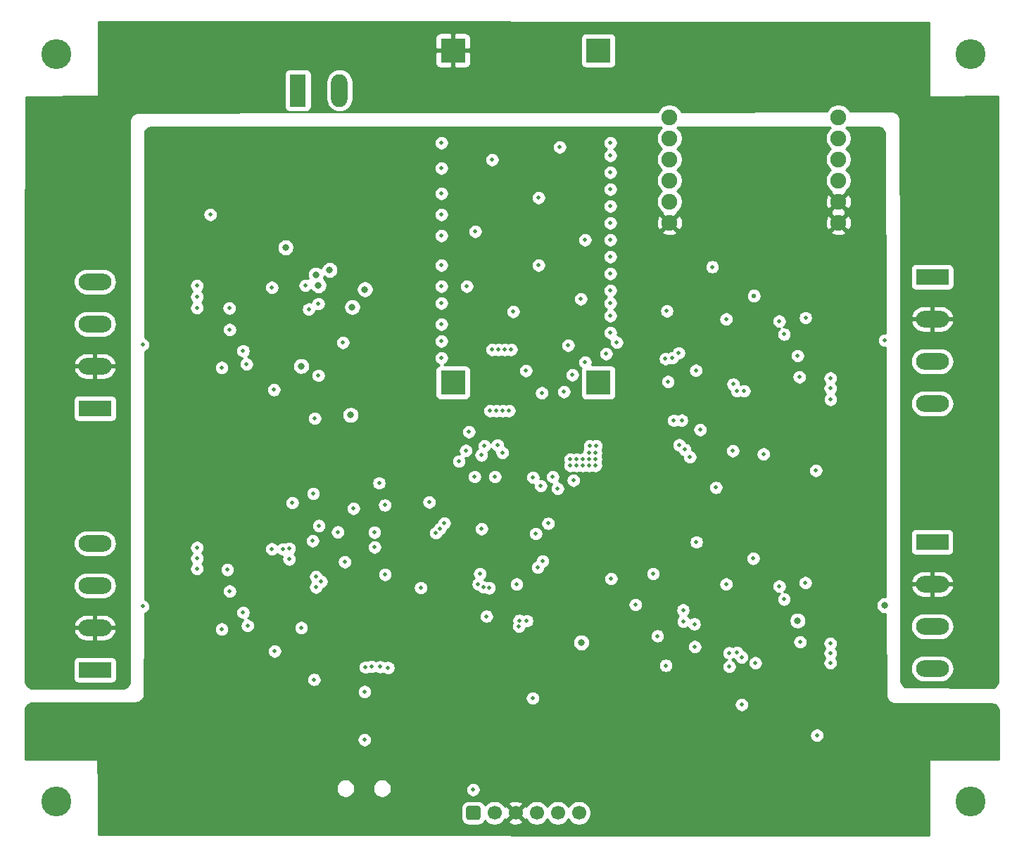
<source format=gbr>
%TF.GenerationSoftware,KiCad,Pcbnew,(5.1.9)-1*%
%TF.CreationDate,2021-03-04T00:36:31+01:00*%
%TF.ProjectId,IO_LINK,494f5f4c-494e-44b2-9e6b-696361645f70,rev?*%
%TF.SameCoordinates,Original*%
%TF.FileFunction,Copper,L2,Inr*%
%TF.FilePolarity,Positive*%
%FSLAX46Y46*%
G04 Gerber Fmt 4.6, Leading zero omitted, Abs format (unit mm)*
G04 Created by KiCad (PCBNEW (5.1.9)-1) date 2021-03-04 00:36:31*
%MOMM*%
%LPD*%
G01*
G04 APERTURE LIST*
%TA.AperFunction,ComponentPad*%
%ADD10O,1.980000X3.960000*%
%TD*%
%TA.AperFunction,ComponentPad*%
%ADD11R,1.980000X3.960000*%
%TD*%
%TA.AperFunction,ComponentPad*%
%ADD12C,1.900000*%
%TD*%
%TA.AperFunction,ComponentPad*%
%ADD13R,3.960000X1.980000*%
%TD*%
%TA.AperFunction,ComponentPad*%
%ADD14O,3.960000X1.980000*%
%TD*%
%TA.AperFunction,ComponentPad*%
%ADD15C,1.700000*%
%TD*%
%TA.AperFunction,ComponentPad*%
%ADD16R,3.000000X3.000000*%
%TD*%
%TA.AperFunction,ComponentPad*%
%ADD17C,3.600000*%
%TD*%
%TA.AperFunction,ViaPad*%
%ADD18C,0.500000*%
%TD*%
%TA.AperFunction,ViaPad*%
%ADD19C,0.800000*%
%TD*%
%TA.AperFunction,ViaPad*%
%ADD20C,0.550000*%
%TD*%
%TA.AperFunction,Conductor*%
%ADD21C,0.254000*%
%TD*%
%TA.AperFunction,Conductor*%
%ADD22C,0.100000*%
%TD*%
G04 APERTURE END LIST*
D10*
%TO.N,VCC*%
%TO.C,J1*%
X89056000Y-59358600D03*
D11*
%TO.N,Net-(D1-Pad1)*%
X84056000Y-59358600D03*
%TD*%
D12*
%TO.N,INT_ETH*%
%TO.C,M1*%
X149072700Y-62573200D03*
%TO.N,CS_ETH*%
X149072700Y-65113200D03*
%TO.N,SCLK*%
X149072700Y-67653200D03*
%TO.N,MOSI*%
X149072700Y-70193200D03*
%TO.N,GND*%
X149072700Y-72733200D03*
X149072700Y-75273200D03*
X128752700Y-75273200D03*
%TO.N,3V3*%
X128752700Y-70193200D03*
X128752700Y-72733200D03*
%TO.N,N/C*%
X128752700Y-67653200D03*
%TO.N,RST_ETH*%
X128752700Y-65113200D03*
%TO.N,MISO*%
X128752700Y-62573200D03*
%TD*%
D13*
%TO.N,Net-(C78-Pad1)*%
%TO.C,J7*%
X160360660Y-113724880D03*
D14*
%TO.N,G*%
X160360660Y-118804880D03*
%TO.N,Net-(C73-Pad1)*%
X160360660Y-123884880D03*
%TO.N,Net-(C74-Pad1)*%
X160360660Y-128964880D03*
%TD*%
D13*
%TO.N,Net-(C77-Pad1)*%
%TO.C,J6*%
X160366020Y-81813240D03*
D14*
%TO.N,G*%
X160366020Y-86893240D03*
%TO.N,Net-(C59-Pad1)*%
X160366020Y-91973240D03*
%TO.N,Net-(C60-Pad1)*%
X160366020Y-97053240D03*
%TD*%
D15*
%TO.N,N/C*%
%TO.C,J3*%
X117848500Y-146356700D03*
%TO.N,RST*%
X115308500Y-146356700D03*
%TO.N,SWDIO*%
X112768500Y-146356700D03*
%TO.N,GND*%
X110228500Y-146356700D03*
%TO.N,SWCLK*%
X107688500Y-146356700D03*
%TO.N,3V3*%
%TA.AperFunction,ComponentPad*%
G36*
G01*
X105748500Y-147206700D02*
X104548500Y-147206700D01*
G75*
G02*
X104298500Y-146956700I0J250000D01*
G01*
X104298500Y-145756700D01*
G75*
G02*
X104548500Y-145506700I250000J0D01*
G01*
X105748500Y-145506700D01*
G75*
G02*
X105998500Y-145756700I0J-250000D01*
G01*
X105998500Y-146956700D01*
G75*
G02*
X105748500Y-147206700I-250000J0D01*
G01*
G37*
%TD.AperFunction*%
%TD*%
D14*
%TO.N,Net-(C46-Pad1)*%
%TO.C,J5*%
X59634000Y-113893100D03*
%TO.N,Net-(C45-Pad1)*%
X59634000Y-118973100D03*
%TO.N,G*%
X59634000Y-124053100D03*
D13*
%TO.N,Net-(C76-Pad1)*%
X59634000Y-129133100D03*
%TD*%
D14*
%TO.N,Net-(C32-Pad1)*%
%TO.C,J4*%
X59634000Y-82393100D03*
%TO.N,Net-(C31-Pad1)*%
X59634000Y-87473100D03*
%TO.N,G*%
X59634000Y-92553100D03*
D13*
%TO.N,Net-(C75-Pad1)*%
X59634000Y-97633100D03*
%TD*%
D16*
%TO.N,G*%
%TO.C,M2*%
X102692300Y-54534100D03*
%TO.N,Net-(C18-Pad1)*%
X120192300Y-94534100D03*
%TO.N,G*%
X102692300Y-94534100D03*
%TO.N,VCC*%
X120192300Y-54534100D03*
%TD*%
D17*
%TO.N,N/C*%
%TO.C,H1*%
X55000000Y-55000000D03*
%TD*%
%TO.N,N/C*%
%TO.C,H2*%
X55000000Y-145000000D03*
%TD*%
%TO.N,N/C*%
%TO.C,H3*%
X165000000Y-55000000D03*
%TD*%
%TO.N,N/C*%
%TO.C,H4*%
X165000000Y-145000000D03*
%TD*%
D18*
%TO.N,VCC*%
X148090000Y-128270000D03*
X148100000Y-125960000D03*
X148110000Y-96570000D03*
X148090000Y-93993000D03*
X71900000Y-116950000D03*
X71890000Y-114400000D03*
X71889300Y-85529100D03*
X71899300Y-82869100D03*
X141948000Y-87135000D03*
X144361000Y-93862340D03*
X71901200Y-84210700D03*
X71901200Y-115710700D03*
X148094820Y-95240000D03*
X148089460Y-127148780D03*
X75780000Y-85580000D03*
X141962220Y-119057780D03*
X77976300Y-123801700D03*
X75552800Y-117081200D03*
X144452720Y-125778280D03*
X77860000Y-92300000D03*
D19*
%TO.N,3V3*%
X82569200Y-78264000D03*
X87858700Y-80975500D03*
X92100500Y-83312300D03*
D18*
X99823200Y-108939800D03*
D19*
X118142520Y-125840720D03*
D18*
X94488100Y-109296500D03*
X94513500Y-117653100D03*
X85826700Y-113589100D03*
X98807200Y-119252200D03*
X105119300Y-143569100D03*
X85989300Y-130299100D03*
X133899300Y-80599100D03*
X86079300Y-98849100D03*
X112289300Y-132539100D03*
X83378300Y-109012100D03*
D19*
X90386000Y-98438000D03*
D18*
X122390000Y-89675000D03*
X132428198Y-100221198D03*
X136360000Y-102756000D03*
X135920000Y-127090000D03*
X121721400Y-118156600D03*
X126769300Y-117553700D03*
X131983600Y-113746600D03*
X137421460Y-133317540D03*
X89662100Y-116134121D03*
X85890000Y-107910000D03*
X117183000Y-106312000D03*
X128429300Y-85921700D03*
X134330000Y-107180000D03*
X107404000Y-90564000D03*
X108166000Y-90564000D03*
X108928000Y-90564000D03*
X109690000Y-90564000D03*
X107150000Y-97930000D03*
X107912000Y-97930000D03*
X108674000Y-97930000D03*
X109436000Y-97930000D03*
X128310000Y-128604010D03*
%TO.N,SCL*%
X93243500Y-112573100D03*
D19*
X86512500Y-82829700D03*
D18*
X136857840Y-95534780D03*
X136859300Y-127029100D03*
X82974394Y-114511006D03*
X82974394Y-115804006D03*
X86512500Y-85039500D03*
X86512500Y-93675500D03*
%TO.N,SDA*%
X93268900Y-114351100D03*
X84937700Y-82829700D03*
X82245300Y-114579700D03*
X137720364Y-95551484D03*
X137434310Y-127600357D03*
X85337699Y-85706301D03*
D19*
%TO.N,T0_UC_IRQ*%
X90576500Y-85445900D03*
D18*
X108051700Y-102057500D03*
%TO.N,UC_T0_ENL+*%
X106476900Y-102159100D03*
X104610000Y-100470000D03*
%TO.N,UC_T0_ENCQ*%
X108635900Y-102971900D03*
X103403500Y-104013300D03*
%TO.N,UC_T0_RST*%
X106095900Y-103276700D03*
D19*
X86195000Y-81547000D03*
D18*
X89458900Y-89713100D03*
%TO.N,8V*%
X81170000Y-95410000D03*
D20*
X138900000Y-84087000D03*
D18*
X138830000Y-115720000D03*
X81242000Y-126886000D03*
X116802000Y-103772000D03*
X117564000Y-103772000D03*
X118326000Y-103772000D03*
X119088000Y-103772000D03*
X119850000Y-103772000D03*
X119850000Y-104534000D03*
X119088000Y-104534000D03*
X118326000Y-104534000D03*
X117564000Y-104534000D03*
X116802000Y-104534000D03*
X119088000Y-103010000D03*
X119850000Y-103010000D03*
X119156900Y-102179100D03*
X119918900Y-102179100D03*
%TO.N,G*%
X115532000Y-66180000D03*
X107404000Y-67704000D03*
X112992000Y-72276000D03*
X118580000Y-77356000D03*
X105372000Y-76340000D03*
X112992000Y-80404000D03*
X118072000Y-84468000D03*
X104356000Y-82944000D03*
X109944000Y-85992000D03*
X116548000Y-90056000D03*
X111468000Y-93104000D03*
X61430000Y-130950000D03*
X58890000Y-130950000D03*
X56350000Y-130950000D03*
X53810000Y-130950000D03*
X52032000Y-130950000D03*
X51651000Y-128410000D03*
X51651000Y-125870000D03*
X51651000Y-123330000D03*
X51651000Y-120790000D03*
X51651000Y-118250000D03*
X51651000Y-115710000D03*
X51651000Y-113170000D03*
X51651000Y-110630000D03*
X51651000Y-108217000D03*
X51651000Y-105550000D03*
X51651000Y-103010000D03*
X51651000Y-100470000D03*
X51651000Y-97930000D03*
X51651000Y-95390000D03*
X51651000Y-92850000D03*
X51651000Y-90310000D03*
X51651000Y-87770000D03*
X51651000Y-85230000D03*
X51651000Y-82690000D03*
X51651000Y-80150000D03*
X51651000Y-77610000D03*
X51651000Y-74943000D03*
X54490000Y-60590000D03*
X55970000Y-60590000D03*
X57740000Y-60590000D03*
X60500000Y-54970000D03*
X60500000Y-53270000D03*
X60500000Y-51448000D03*
X62700000Y-51448000D03*
X65240000Y-51448000D03*
X68288000Y-51448000D03*
X71336000Y-51448000D03*
X74384000Y-51448000D03*
X77432000Y-51448000D03*
X80988000Y-51448000D03*
X85052000Y-51448000D03*
X88608000Y-51448000D03*
X92164000Y-51448000D03*
X95720000Y-51448000D03*
X99276000Y-51448000D03*
X102832000Y-51448000D03*
X106388000Y-51448000D03*
X109436000Y-51448000D03*
X112484000Y-51448000D03*
X115532000Y-51448000D03*
X118072000Y-51448000D03*
X120612000Y-51448000D03*
X123660000Y-51448000D03*
X127724000Y-51448000D03*
X131788000Y-51448000D03*
X135344000Y-51448000D03*
X138900000Y-51448000D03*
X142456000Y-51448000D03*
X146012000Y-51448000D03*
X149568000Y-51448000D03*
X153124000Y-51448000D03*
X156172000Y-51448000D03*
X159220000Y-51448000D03*
X159210000Y-54170000D03*
X159220000Y-52680000D03*
X159210000Y-55590000D03*
X159210000Y-57090000D03*
X159210000Y-58800000D03*
X165316000Y-60592000D03*
X167710000Y-60590000D03*
X167856000Y-63132000D03*
X167856000Y-66688000D03*
X167856000Y-69736000D03*
X167856000Y-73292000D03*
X167856000Y-75832000D03*
X167856000Y-78880000D03*
X167856000Y-82436000D03*
X167856000Y-86500000D03*
X167856000Y-90564000D03*
X167856000Y-94628000D03*
X167856000Y-97676000D03*
X167856000Y-100724000D03*
X167856000Y-103264000D03*
X167856000Y-105804000D03*
X167856000Y-108852000D03*
X167856000Y-112408000D03*
X167856000Y-115964000D03*
X167856000Y-119012000D03*
X167856000Y-122568000D03*
X167856000Y-125616000D03*
X167856000Y-128664000D03*
X167856000Y-130696000D03*
X165570000Y-130950000D03*
X163030000Y-130950000D03*
X160740000Y-130950000D03*
X158077000Y-130823000D03*
X157061000Y-130061000D03*
X157188000Y-127902000D03*
X157188000Y-126378000D03*
X157188000Y-124981000D03*
X157188000Y-118123000D03*
X157188000Y-116472000D03*
X157188000Y-115075000D03*
X157188000Y-112535000D03*
X157188000Y-110503000D03*
X157188000Y-108471000D03*
X157188000Y-106058000D03*
X157188000Y-103772000D03*
X157188000Y-101486000D03*
X157188000Y-99327000D03*
X157188000Y-95644000D03*
X157188000Y-93358000D03*
X157061000Y-83579000D03*
X157061000Y-85992000D03*
X157061000Y-80404000D03*
X157061000Y-78245000D03*
X157061000Y-75959000D03*
X157061000Y-73927000D03*
X157061000Y-71768000D03*
X156934000Y-65164000D03*
X156426000Y-61862000D03*
X151092000Y-61100000D03*
X148552000Y-60084000D03*
X146520000Y-61100000D03*
X130772000Y-60592000D03*
X127724000Y-60084000D03*
X121628000Y-65672000D03*
X121628000Y-67196000D03*
X121628000Y-69228000D03*
X121628000Y-71260000D03*
X121628000Y-73292000D03*
X121628000Y-75324000D03*
X121628000Y-77356000D03*
X121628000Y-79388000D03*
X121628000Y-81420000D03*
X121628000Y-83452000D03*
X121628000Y-84976000D03*
X121628000Y-86500000D03*
X121628000Y-88532000D03*
X121120000Y-91072000D03*
X118580000Y-92088000D03*
X117056000Y-93612000D03*
X116040000Y-95644000D03*
X113373000Y-95771000D03*
X101308000Y-91580000D03*
X101308000Y-89548000D03*
X101308000Y-87516000D03*
X101308000Y-84976000D03*
X101308000Y-82944000D03*
X101308000Y-80404000D03*
X101308000Y-76848000D03*
X101308000Y-74308000D03*
X101308000Y-71768000D03*
X101308000Y-68720000D03*
X101308000Y-65672000D03*
X97244000Y-61608000D03*
X86940000Y-61690000D03*
X86510000Y-59330000D03*
X82050000Y-61730000D03*
X79260000Y-61690000D03*
X76700000Y-61680000D03*
X74280000Y-61680000D03*
X64859000Y-61227000D03*
X63335000Y-63132000D03*
X63462000Y-66688000D03*
X63380000Y-69150000D03*
X63500000Y-71280000D03*
X63570000Y-73380000D03*
X63480000Y-75790000D03*
X63550000Y-78380000D03*
X63490000Y-80930000D03*
X63540000Y-103250000D03*
X63500000Y-105320000D03*
X63500000Y-107310000D03*
X63530000Y-109890000D03*
X63470000Y-112250000D03*
X63480000Y-115964000D03*
X63450000Y-117510000D03*
X63550000Y-123080000D03*
X63540000Y-124600000D03*
X63600000Y-126150000D03*
X63540000Y-127990000D03*
X167348000Y-84468000D03*
X53130000Y-60590000D03*
X51778000Y-60600000D03*
X51651000Y-62243000D03*
X51651000Y-64275000D03*
X51651000Y-68212000D03*
X51651000Y-70020000D03*
X51651000Y-72022000D03*
X63470000Y-54960000D03*
X81650000Y-54160000D03*
X57660000Y-68080000D03*
X62120000Y-76540000D03*
X59840000Y-85050000D03*
X54130000Y-89460000D03*
X60140000Y-90010000D03*
X53730000Y-94670000D03*
X59840000Y-95320000D03*
X53360000Y-99070000D03*
X53410000Y-110390000D03*
X59610000Y-126410000D03*
X157940000Y-60660000D03*
X158590000Y-64970000D03*
X162250000Y-66520000D03*
X158240000Y-69730000D03*
X166350000Y-73680000D03*
X164510000Y-88840000D03*
X159870000Y-84160000D03*
X164420000Y-99000000D03*
X165640000Y-107150000D03*
X162410000Y-109130000D03*
X165290000Y-113890000D03*
X160420000Y-116290000D03*
X165560000Y-119240000D03*
X160140000Y-121540000D03*
X160380000Y-126570000D03*
X123530000Y-56540000D03*
X127680000Y-53720000D03*
X139040000Y-53960000D03*
X165920000Y-103830000D03*
X162720000Y-104810000D03*
X159470000Y-101040000D03*
X158460000Y-106260000D03*
X158890000Y-110000000D03*
X164570000Y-94350000D03*
X161500000Y-94390000D03*
X160290000Y-73060000D03*
X162880000Y-77490000D03*
X164390000Y-70110000D03*
X166050000Y-125430000D03*
X128310000Y-58220000D03*
X131620000Y-54430000D03*
X136670000Y-56050000D03*
X133270000Y-58680000D03*
X140270000Y-58610000D03*
X143970000Y-54610000D03*
X150630000Y-53710000D03*
X148190000Y-57240000D03*
X144260000Y-60230000D03*
X154220000Y-57710000D03*
X156080000Y-54640000D03*
X96610000Y-56440000D03*
X114470000Y-54540000D03*
X76000000Y-58820000D03*
X75180000Y-55970000D03*
X66640000Y-59490000D03*
X70010000Y-56450000D03*
X54480000Y-63840000D03*
X59330000Y-64050000D03*
X61550000Y-68020000D03*
X54200000Y-68190000D03*
X51651000Y-66230000D03*
X54180000Y-73800000D03*
X60030000Y-73960000D03*
X57770000Y-79510000D03*
X54220000Y-80640000D03*
X54550000Y-84790000D03*
X54920000Y-126850000D03*
X54650000Y-122080000D03*
X55330000Y-116540000D03*
X59080000Y-116340000D03*
X55830000Y-112040000D03*
X60140000Y-109420000D03*
X56420000Y-106700000D03*
X58550000Y-102830000D03*
X56340000Y-76230000D03*
X125692000Y-61608000D03*
X123660000Y-61227000D03*
X166630000Y-60590000D03*
X164160000Y-60610000D03*
X162970000Y-60610000D03*
X161340000Y-60590000D03*
X159210000Y-60530000D03*
X160340000Y-60610000D03*
X60510000Y-56650000D03*
X60510000Y-58310000D03*
X60510000Y-60590000D03*
X59200000Y-60600000D03*
%TO.N,3V3_T0*%
X80918200Y-83067700D03*
D19*
X84442450Y-92560950D03*
D18*
X73495000Y-74308000D03*
%TO.N,Net-(C31-Pad1)*%
X77457450Y-90719450D03*
X65360700Y-89989200D03*
%TO.N,T1_UC_IRQ*%
X90726700Y-109700700D03*
X112318900Y-105943700D03*
%TO.N,UC_T1_ENL+*%
X113258700Y-106959700D03*
X88823900Y-112522300D03*
%TO.N,UC_T1_ENCQ*%
X93802300Y-106629500D03*
X114695402Y-105885004D03*
%TO.N,UC_T1_RST*%
X115290700Y-107289898D03*
X86563300Y-111760300D03*
%TO.N,3V3_T1*%
X84442450Y-124060950D03*
X80918200Y-114567700D03*
%TO.N,Net-(C45-Pad1)*%
X65360700Y-121489200D03*
X77457450Y-122219450D03*
%TO.N,T2_UC_IRQ*%
X136401910Y-94733410D03*
X131907380Y-93065900D03*
%TO.N,UC_T2_ENCQ*%
X128259300Y-91669100D03*
X128569300Y-94419100D03*
%TO.N,3V3_T2*%
X135553570Y-86882590D03*
X146354820Y-105130820D03*
X140043000Y-103137000D03*
%TO.N,Net-(C59-Pad1)*%
X142538570Y-88724090D03*
X154635320Y-89454340D03*
%TO.N,T3_UC_IRQ*%
X131789300Y-126339100D03*
X111579300Y-123224110D03*
%TO.N,UC_T3_ENL+*%
X127299300Y-125049100D03*
X110672868Y-123185689D03*
%TO.N,UC_T3_ENCQ*%
X124639300Y-121279098D03*
X110350400Y-118808800D03*
%TO.N,UC_T3_RST*%
X110628197Y-123884274D03*
X135939300Y-128740700D03*
%TO.N,3V3_T3*%
X139072460Y-128291780D03*
X135548210Y-118798530D03*
X146476460Y-137002460D03*
%TO.N,Net-(C73-Pad1)*%
X142533210Y-120640030D03*
D19*
X154629960Y-121370280D03*
D18*
%TO.N,USB_DM*%
X107049300Y-119279100D03*
X92939300Y-128739100D03*
%TO.N,USB_DP*%
X106339959Y-119167341D03*
X92189300Y-128819100D03*
%TO.N,5V*%
X92069300Y-131759100D03*
X92039274Y-137549068D03*
%TO.N,Net-(D5-Pad1)*%
X74885700Y-92719700D03*
X75838200Y-88147700D03*
%TO.N,Net-(D10-Pad1)*%
X75838200Y-119647700D03*
X74885700Y-124219700D03*
%TO.N,Net-(D15-Pad1)*%
X144157820Y-91295840D03*
X145110320Y-86723840D03*
%TO.N,Net-(D20-Pad1)*%
X145104960Y-118639780D03*
D19*
X144152460Y-123211780D03*
D18*
%TO.N,SWDIO*%
X105737192Y-118814755D03*
X93919300Y-128769100D03*
%TO.N,SWCLK*%
X105929300Y-117559100D03*
X94899300Y-128869100D03*
%TO.N,INT_ETH*%
X100633136Y-112647149D03*
X112670820Y-112729180D03*
%TO.N,CS_ETH*%
X131199302Y-103499100D03*
%TO.N,SCLK*%
X130589300Y-102609100D03*
%TO.N,MOSI*%
X129918389Y-102034090D03*
%TO.N,RST_ETH*%
X101130123Y-112154179D03*
X106133821Y-112154179D03*
%TO.N,MISO*%
X114139300Y-111499100D03*
%TO.N,T3_UC_SIO*%
X106739300Y-122679098D03*
X130419300Y-123309100D03*
%TO.N,T3_UC_DATA*%
X131733499Y-123610111D03*
X130379296Y-121919100D03*
%TO.N,UC_T1_DATA*%
X112889300Y-116769100D03*
X86207700Y-119180011D03*
%TO.N,T1_UC_DATA*%
X113479300Y-116019100D03*
X86850000Y-118520000D03*
%TO.N,UC_T2_DATA*%
X129865218Y-90975480D03*
X130210660Y-99083160D03*
%TO.N,T2_UC_DATA*%
X129098140Y-91552060D03*
X129273400Y-99100940D03*
%TO.N,T0_UC_DATA*%
X104241700Y-102717900D03*
X107746900Y-105867500D03*
X105308500Y-105867500D03*
%TO.N,T1_UC_SIO*%
X101650900Y-111480900D03*
X86200000Y-117930000D03*
%TO.N,GND*%
X154140000Y-65926000D03*
X82639000Y-88278000D03*
X82639000Y-86855600D03*
X79692600Y-86881000D03*
X140210000Y-92490000D03*
X137410000Y-92490000D03*
X137410000Y-91240000D03*
X82512000Y-119774000D03*
X82512000Y-118377000D03*
X79718000Y-118377000D03*
X140170000Y-124346000D03*
X138773000Y-123711000D03*
X137376000Y-124346000D03*
X137376000Y-123076000D03*
X92037000Y-136157000D03*
X92037000Y-135395000D03*
X148089300Y-133820000D03*
X148089300Y-132580000D03*
X148080000Y-131390000D03*
X148110000Y-102040000D03*
X148099300Y-100639100D03*
X148109300Y-99289100D03*
X71889300Y-111610000D03*
X71880000Y-110300000D03*
X71889300Y-108930000D03*
X71890000Y-80070000D03*
X71900000Y-78780000D03*
X71900000Y-77610000D03*
X83147000Y-95440800D03*
X66002000Y-84087000D03*
D19*
X83077200Y-90941700D03*
D18*
X83110000Y-122490000D03*
X137122000Y-88405000D03*
X139077820Y-96137620D03*
X153378000Y-91961000D03*
X153378000Y-93580000D03*
X153378000Y-95390000D03*
X149187000Y-119774000D03*
X149187000Y-121425000D03*
X149187000Y-123076000D03*
X154380000Y-123460000D03*
X154390000Y-125080000D03*
X154390000Y-126710000D03*
X95720000Y-117742000D03*
X66002000Y-91961000D03*
X65875000Y-92723000D03*
X66891000Y-92342000D03*
X70701000Y-88590000D03*
X70701000Y-89929000D03*
X70701000Y-91961000D03*
X72390000Y-88570000D03*
X71844000Y-89929000D03*
X137097804Y-120233436D03*
X65830000Y-115180000D03*
X65800000Y-116730000D03*
X65840000Y-118240000D03*
X65780000Y-119670000D03*
X65780000Y-123270000D03*
X65800000Y-124150000D03*
X66870000Y-123790000D03*
X70701000Y-119647000D03*
X140210000Y-123070000D03*
X154510000Y-119970000D03*
X154520000Y-118520000D03*
X153640000Y-119170000D03*
X147770000Y-121420000D03*
X147750000Y-123100000D03*
X153220000Y-126010000D03*
X153230000Y-124230000D03*
X70700000Y-121390000D03*
X70690000Y-123210000D03*
X71410000Y-122240000D03*
X71410000Y-120520000D03*
X66580000Y-115970000D03*
X66570000Y-117560000D03*
X66560000Y-118990000D03*
X81184900Y-119063500D03*
X79718006Y-119774000D03*
X107912000Y-123711000D03*
X106642500Y-125107500D03*
X102630400Y-126833600D03*
X154370000Y-92710000D03*
X154370000Y-94450000D03*
X153080000Y-87160000D03*
X154480000Y-87840000D03*
X154280000Y-86710000D03*
X149270000Y-87630000D03*
X149240000Y-89480000D03*
X149210000Y-91250000D03*
X147940000Y-89480000D03*
X147200000Y-91220000D03*
X140210000Y-91220000D03*
X138709960Y-91880040D03*
X66000000Y-85420000D03*
X66000000Y-87320000D03*
X66860000Y-86290000D03*
X66910000Y-84650000D03*
X81172200Y-87576200D03*
X79692600Y-88252600D03*
X66256000Y-65164000D03*
X66256000Y-67196000D03*
X66256000Y-69228000D03*
X66256000Y-71260000D03*
X66256000Y-73292000D03*
X66256000Y-75324000D03*
X66256000Y-77356000D03*
X66891000Y-64148000D03*
X76416000Y-64402000D03*
X78321000Y-64402000D03*
X80480000Y-64402000D03*
X82512000Y-64402000D03*
X84544000Y-64402000D03*
X87084000Y-64402000D03*
X89116000Y-64402000D03*
X89624000Y-66180000D03*
X89624000Y-68720000D03*
X89624000Y-70752000D03*
X93688000Y-70752000D03*
X96736000Y-69736000D03*
X96736000Y-72276000D03*
X96228000Y-64148000D03*
X96228000Y-66180000D03*
X98260000Y-64148000D03*
X98260000Y-65164000D03*
X98514000Y-78880000D03*
X98514000Y-81420000D03*
X98514000Y-83960000D03*
X98514000Y-87516000D03*
X98514000Y-92596000D03*
X98514000Y-96152000D03*
X52580000Y-133720000D03*
X51524000Y-134252000D03*
X51524000Y-135776000D03*
X51524000Y-137300000D03*
X51524000Y-138824000D03*
X51560000Y-139640000D03*
X53000000Y-139660000D03*
X54230000Y-139650000D03*
X55680000Y-139640000D03*
X57610000Y-139650000D03*
X59300000Y-139670000D03*
X60770000Y-140820000D03*
X60770000Y-143020000D03*
X60840000Y-146080000D03*
X60880000Y-148550000D03*
X62192000Y-148476000D03*
X64224000Y-148476000D03*
X65748000Y-148476000D03*
X67780000Y-148476000D03*
X69304000Y-148476000D03*
X71844000Y-148476000D03*
X73876000Y-148476000D03*
X75908000Y-148476000D03*
X77432000Y-148476000D03*
X79972000Y-148476000D03*
X81496000Y-148476000D03*
X83020000Y-148476000D03*
X83020000Y-145428000D03*
X83020000Y-146952000D03*
X83020000Y-143904000D03*
X83020000Y-140856000D03*
X83020000Y-142380000D03*
X83020000Y-139332000D03*
X83528000Y-138316000D03*
X84544000Y-137300000D03*
X86068000Y-137300000D03*
X88100000Y-137300000D03*
X89116000Y-136284000D03*
X94704000Y-132220000D03*
X98260000Y-134760000D03*
X100292000Y-135268000D03*
X102324000Y-135268000D03*
X105372000Y-135268000D03*
X106388000Y-136284000D03*
X106388000Y-138316000D03*
X106388000Y-142888000D03*
X106388000Y-144920000D03*
X99784000Y-137300000D03*
X101308000Y-138316000D03*
X102324000Y-142888000D03*
X102324000Y-144412000D03*
X101816000Y-146444000D03*
X101816000Y-148476000D03*
X103340000Y-148476000D03*
X105880000Y-148476000D03*
X107912000Y-148476000D03*
X110452000Y-148476000D03*
X112484000Y-148476000D03*
X114516000Y-148476000D03*
X117056000Y-148476000D03*
X119596000Y-148476000D03*
X122136000Y-148476000D03*
X124168000Y-148476000D03*
X127216000Y-148476000D03*
X129756000Y-148476000D03*
X132296000Y-148476000D03*
X134836000Y-148476000D03*
X137884000Y-148476000D03*
X140424000Y-148476000D03*
X142964000Y-148476000D03*
X145504000Y-148476000D03*
X149060000Y-148476000D03*
X151600000Y-148476000D03*
X155664000Y-148476000D03*
X158204000Y-148476000D03*
X159510000Y-148720000D03*
X159500000Y-147280000D03*
X159500000Y-145640000D03*
X159500000Y-143860000D03*
X159500000Y-141240000D03*
X159500000Y-139140000D03*
X162370000Y-139130000D03*
X165200000Y-139130000D03*
X167348000Y-134252000D03*
X167348000Y-136284000D03*
X167340000Y-139130000D03*
X165951000Y-133744000D03*
X163792000Y-133744000D03*
X161760000Y-133744000D03*
X159347000Y-133744000D03*
X156807000Y-133744000D03*
X154775000Y-133744000D03*
X124549000Y-69863000D03*
X125692000Y-64148000D03*
X130772000Y-64148000D03*
X132804000Y-64148000D03*
X134836000Y-64148000D03*
X136868000Y-64148000D03*
X138900000Y-64148000D03*
X140932000Y-64148000D03*
X142964000Y-64148000D03*
X151092000Y-64148000D03*
X153124000Y-64148000D03*
X154140000Y-64656000D03*
X154140000Y-67196000D03*
X154140000Y-68212000D03*
X154140000Y-69736000D03*
X154140000Y-71768000D03*
X154140000Y-73800000D03*
X154140000Y-75324000D03*
X154140000Y-77356000D03*
X154140000Y-79896000D03*
X154140000Y-100216000D03*
X154140000Y-101232000D03*
X154140000Y-102248000D03*
X154140000Y-103772000D03*
X154140000Y-105296000D03*
X154140000Y-106820000D03*
X154140000Y-108344000D03*
X154140000Y-109868000D03*
X154140000Y-111900000D03*
X124549000Y-65672000D03*
X124549000Y-67831000D03*
X122136000Y-100724000D03*
X124168000Y-102248000D03*
X123152000Y-105296000D03*
X119088000Y-106312000D03*
X121120000Y-106312000D03*
X120104000Y-108344000D03*
X113500000Y-100216000D03*
X114516000Y-101740000D03*
X115024000Y-103772000D03*
X112484000Y-102756000D03*
X110960000Y-101232000D03*
X108420000Y-100216000D03*
X98960000Y-110710000D03*
X103840000Y-98930000D03*
X100350000Y-98930000D03*
X97752000Y-98184000D03*
X97752000Y-94120000D03*
X96736000Y-90564000D03*
X95212000Y-88532000D03*
X92672000Y-88024000D03*
X92810000Y-91680000D03*
X68796000Y-68212000D03*
X71844000Y-72784000D03*
X68796000Y-74816000D03*
X68796000Y-78372000D03*
X69812000Y-82436000D03*
X69812000Y-85484000D03*
X74892000Y-82944000D03*
X73876000Y-79388000D03*
X75400000Y-77356000D03*
X78956000Y-72276000D03*
X74892000Y-69228000D03*
X80988000Y-80404000D03*
X83528000Y-69736000D03*
X95212000Y-82436000D03*
X93180000Y-80912000D03*
X90640000Y-80912000D03*
X94196000Y-77864000D03*
X130772000Y-88532000D03*
X132804000Y-85484000D03*
X131788000Y-80912000D03*
X137376000Y-81420000D03*
X140932000Y-80912000D03*
X141440000Y-82944000D03*
X146012000Y-64275000D03*
X146520000Y-81420000D03*
X150076000Y-80912000D03*
X153124000Y-81928000D03*
X153124000Y-83960000D03*
X150584000Y-94120000D03*
X150584000Y-97168000D03*
X144996000Y-97676000D03*
X144996000Y-95644000D03*
X139408000Y-97676000D03*
X139408000Y-98692000D03*
X139408000Y-101232000D03*
X138900000Y-102756000D03*
X135852000Y-103772000D03*
X135852000Y-101232000D03*
X135852000Y-106312000D03*
X138392000Y-104788000D03*
X132296000Y-109868000D03*
X130772000Y-111392000D03*
X129756000Y-112916000D03*
X128740000Y-113932000D03*
X127216000Y-114440000D03*
X125692000Y-115456000D03*
X123152000Y-120536000D03*
X122136000Y-119520000D03*
X124168000Y-117488000D03*
X115024000Y-120028000D03*
X117056000Y-120028000D03*
X116040000Y-120536000D03*
X141440000Y-113932000D03*
X143472000Y-113424000D03*
X147028000Y-113424000D03*
X79972000Y-97168000D03*
X88100000Y-100216000D03*
X92672000Y-101232000D03*
X88608000Y-91580000D03*
X88100000Y-95644000D03*
X91656000Y-96660000D03*
X91656000Y-99200000D03*
X92672000Y-97676000D03*
X94196000Y-102248000D03*
X95212000Y-103772000D03*
X97244000Y-104280000D03*
X99784000Y-104280000D03*
X97990000Y-111820000D03*
X89770000Y-113480000D03*
X89116000Y-110884000D03*
X91650000Y-112610000D03*
X109436000Y-117996000D03*
X73876000Y-64402000D03*
X111468000Y-113932000D03*
X110452000Y-116472000D03*
X111468000Y-117996000D03*
X112484000Y-119012000D03*
X89116000Y-121552000D03*
X88608000Y-129680000D03*
X83020000Y-130696000D03*
X83020000Y-128156000D03*
X99276000Y-126124000D03*
X103340000Y-121044000D03*
X94196000Y-123584000D03*
X91656000Y-121552000D03*
X76416000Y-129172000D03*
X78956000Y-128664000D03*
X67272000Y-130696000D03*
X70828000Y-131204000D03*
X75908000Y-131204000D03*
X110452000Y-133744000D03*
X110452000Y-140348000D03*
X114008000Y-139332000D03*
X113500000Y-134252000D03*
X55780000Y-133650000D03*
X58370000Y-133760000D03*
X61610000Y-133740000D03*
X64000000Y-133890000D03*
X65748000Y-131712000D03*
X104356000Y-131712000D03*
X114008000Y-128156000D03*
X110452000Y-125108000D03*
X118072000Y-133744000D03*
X118072000Y-135776000D03*
X118072000Y-139332000D03*
X123152000Y-139332000D03*
X118580000Y-124092000D03*
X120104000Y-124092000D03*
X124168000Y-124092000D03*
X139408000Y-134252000D03*
X139408000Y-130188000D03*
X144996000Y-128156000D03*
X150076000Y-129680000D03*
X150076000Y-125616000D03*
X150584000Y-134252000D03*
X153124000Y-133236000D03*
X148044000Y-136284000D03*
X105880000Y-115964000D03*
X105880000Y-113932000D03*
X78448000Y-84468000D03*
X79972000Y-74308000D03*
X86068000Y-79896000D03*
X85052000Y-77864000D03*
X55588000Y-135268000D03*
X60160000Y-139840000D03*
X65748000Y-134760000D03*
X71336000Y-138824000D03*
X75908000Y-134252000D03*
X78448000Y-139332000D03*
X78448000Y-144412000D03*
X68796000Y-145428000D03*
X80988000Y-134760000D03*
X120612000Y-128664000D03*
X127216000Y-133744000D03*
X136360000Y-135776000D03*
X129756000Y-141364000D03*
X125692000Y-145936000D03*
X140424000Y-138824000D03*
X135852000Y-143396000D03*
X132296000Y-146444000D03*
X149060000Y-139840000D03*
X145504000Y-144920000D03*
X159220000Y-135776000D03*
X154648000Y-142380000D03*
X151600000Y-146952000D03*
X72860000Y-99708000D03*
X84036000Y-103264000D03*
X89624000Y-104788000D03*
X136360000Y-109360000D03*
X142964000Y-110884000D03*
X146520000Y-108344000D03*
X148552000Y-104280000D03*
X145504000Y-100216000D03*
X131280000Y-117488000D03*
X139916000Y-66688000D03*
X138570000Y-69230000D03*
X136570000Y-72360000D03*
X134990000Y-66980000D03*
X132930000Y-69930000D03*
X131820000Y-66950000D03*
X143510000Y-73650000D03*
X128780000Y-82870000D03*
X147180000Y-79140000D03*
X151710000Y-78950000D03*
X143599000Y-69736000D03*
X78920000Y-66630000D03*
X151400000Y-100330000D03*
X69720000Y-116550000D03*
X69300000Y-112600000D03*
X68820000Y-107860000D03*
X68310000Y-104170000D03*
X67830000Y-100480000D03*
X71980000Y-103180000D03*
X76770000Y-101300000D03*
X77740000Y-98030000D03*
X80140000Y-102970000D03*
X80880000Y-109100000D03*
X98514000Y-76721000D03*
X124549000Y-72276000D03*
X124549000Y-74435000D03*
X124549000Y-76975000D03*
X124549000Y-79515000D03*
X160860000Y-139130000D03*
X159500000Y-142650000D03*
X163700000Y-139120000D03*
X166260000Y-139140000D03*
%TD*%
D21*
%TO.N,G*%
X159999541Y-51171897D02*
X159988350Y-60001289D01*
X159990902Y-60026783D01*
X159998236Y-60050575D01*
X160010070Y-60072479D01*
X160025950Y-60091653D01*
X160045265Y-60107361D01*
X160067274Y-60118999D01*
X160091131Y-60126119D01*
X160115918Y-60128449D01*
X168275000Y-60091978D01*
X168275000Y-130430080D01*
X168257432Y-130607470D01*
X168207252Y-130771937D01*
X168125789Y-130923362D01*
X168016205Y-131055869D01*
X167882759Y-131164309D01*
X167730634Y-131244468D01*
X167565748Y-131293229D01*
X167388209Y-131309270D01*
X157447272Y-131223710D01*
X157272024Y-131205028D01*
X157109676Y-131154561D01*
X156960198Y-131073563D01*
X156829265Y-130965108D01*
X156721860Y-130833328D01*
X156642050Y-130683211D01*
X156592872Y-130520464D01*
X156575582Y-130345076D01*
X156574657Y-128964880D01*
X157745837Y-128964880D01*
X157777058Y-129281867D01*
X157869519Y-129586673D01*
X158019669Y-129867583D01*
X158221737Y-130113803D01*
X158467957Y-130315871D01*
X158748867Y-130466021D01*
X159053673Y-130558482D01*
X159291233Y-130581880D01*
X161430087Y-130581880D01*
X161667647Y-130558482D01*
X161972453Y-130466021D01*
X162253363Y-130315871D01*
X162499583Y-130113803D01*
X162701651Y-129867583D01*
X162851801Y-129586673D01*
X162944262Y-129281867D01*
X162975483Y-128964880D01*
X162944262Y-128647893D01*
X162851801Y-128343087D01*
X162701651Y-128062177D01*
X162499583Y-127815957D01*
X162253363Y-127613889D01*
X161972453Y-127463739D01*
X161667647Y-127371278D01*
X161430087Y-127347880D01*
X159291233Y-127347880D01*
X159053673Y-127371278D01*
X158748867Y-127463739D01*
X158467957Y-127613889D01*
X158221737Y-127815957D01*
X158019669Y-128062177D01*
X157869519Y-128343087D01*
X157777058Y-128647893D01*
X157745837Y-128964880D01*
X156574657Y-128964880D01*
X156571252Y-123884880D01*
X157745837Y-123884880D01*
X157777058Y-124201867D01*
X157869519Y-124506673D01*
X158019669Y-124787583D01*
X158221737Y-125033803D01*
X158467957Y-125235871D01*
X158748867Y-125386021D01*
X159053673Y-125478482D01*
X159291233Y-125501880D01*
X161430087Y-125501880D01*
X161667647Y-125478482D01*
X161972453Y-125386021D01*
X162253363Y-125235871D01*
X162499583Y-125033803D01*
X162701651Y-124787583D01*
X162851801Y-124506673D01*
X162944262Y-124201867D01*
X162975483Y-123884880D01*
X162944262Y-123567893D01*
X162851801Y-123263087D01*
X162701651Y-122982177D01*
X162499583Y-122735957D01*
X162253363Y-122533889D01*
X161972453Y-122383739D01*
X161667647Y-122291278D01*
X161430087Y-122267880D01*
X159291233Y-122267880D01*
X159053673Y-122291278D01*
X158748867Y-122383739D01*
X158467957Y-122533889D01*
X158221737Y-122735957D01*
X158019669Y-122982177D01*
X157869519Y-123263087D01*
X157777058Y-123567893D01*
X157745837Y-123884880D01*
X156571252Y-123884880D01*
X156568101Y-119183745D01*
X157790442Y-119183745D01*
X157820755Y-119309408D01*
X157948964Y-119602085D01*
X158131808Y-119864126D01*
X158362261Y-120085461D01*
X158631466Y-120257584D01*
X158929078Y-120373880D01*
X159243660Y-120429880D01*
X160233660Y-120429880D01*
X160233660Y-118931880D01*
X160487660Y-118931880D01*
X160487660Y-120429880D01*
X161477660Y-120429880D01*
X161792242Y-120373880D01*
X162089854Y-120257584D01*
X162359059Y-120085461D01*
X162589512Y-119864126D01*
X162772356Y-119602085D01*
X162900565Y-119309408D01*
X162930878Y-119183745D01*
X162811400Y-118931880D01*
X160487660Y-118931880D01*
X160233660Y-118931880D01*
X157909920Y-118931880D01*
X157790442Y-119183745D01*
X156568101Y-119183745D01*
X156567594Y-118426015D01*
X157790442Y-118426015D01*
X157909920Y-118677880D01*
X160233660Y-118677880D01*
X160233660Y-117179880D01*
X160487660Y-117179880D01*
X160487660Y-118677880D01*
X162811400Y-118677880D01*
X162930878Y-118426015D01*
X162900565Y-118300352D01*
X162772356Y-118007675D01*
X162589512Y-117745634D01*
X162359059Y-117524299D01*
X162089854Y-117352176D01*
X161792242Y-117235880D01*
X161477660Y-117179880D01*
X160487660Y-117179880D01*
X160233660Y-117179880D01*
X159243660Y-117179880D01*
X158929078Y-117235880D01*
X158631466Y-117352176D01*
X158362261Y-117524299D01*
X158131808Y-117745634D01*
X157948964Y-118007675D01*
X157820755Y-118300352D01*
X157790442Y-118426015D01*
X156567594Y-118426015D01*
X156563778Y-112734880D01*
X157750627Y-112734880D01*
X157750627Y-114714880D01*
X157762733Y-114837793D01*
X157798585Y-114955983D01*
X157856807Y-115064908D01*
X157935159Y-115160381D01*
X158030632Y-115238733D01*
X158139557Y-115296955D01*
X158257747Y-115332807D01*
X158380660Y-115344913D01*
X162340660Y-115344913D01*
X162463573Y-115332807D01*
X162581763Y-115296955D01*
X162690688Y-115238733D01*
X162786161Y-115160381D01*
X162864513Y-115064908D01*
X162922735Y-114955983D01*
X162958587Y-114837793D01*
X162970693Y-114714880D01*
X162970693Y-112734880D01*
X162958587Y-112611967D01*
X162922735Y-112493777D01*
X162864513Y-112384852D01*
X162786161Y-112289379D01*
X162690688Y-112211027D01*
X162581763Y-112152805D01*
X162463573Y-112116953D01*
X162340660Y-112104847D01*
X158380660Y-112104847D01*
X158257747Y-112116953D01*
X158139557Y-112152805D01*
X158030632Y-112211027D01*
X157935159Y-112289379D01*
X157856807Y-112384852D01*
X157798585Y-112493777D01*
X157762733Y-112611967D01*
X157750627Y-112734880D01*
X156563778Y-112734880D01*
X156553265Y-97053240D01*
X157751197Y-97053240D01*
X157782418Y-97370227D01*
X157874879Y-97675033D01*
X158025029Y-97955943D01*
X158227097Y-98202163D01*
X158473317Y-98404231D01*
X158754227Y-98554381D01*
X159059033Y-98646842D01*
X159296593Y-98670240D01*
X161435447Y-98670240D01*
X161673007Y-98646842D01*
X161977813Y-98554381D01*
X162258723Y-98404231D01*
X162504943Y-98202163D01*
X162707011Y-97955943D01*
X162857161Y-97675033D01*
X162949622Y-97370227D01*
X162980843Y-97053240D01*
X162949622Y-96736253D01*
X162857161Y-96431447D01*
X162707011Y-96150537D01*
X162504943Y-95904317D01*
X162258723Y-95702249D01*
X161977813Y-95552099D01*
X161673007Y-95459638D01*
X161435447Y-95436240D01*
X159296593Y-95436240D01*
X159059033Y-95459638D01*
X158754227Y-95552099D01*
X158473317Y-95702249D01*
X158227097Y-95904317D01*
X158025029Y-96150537D01*
X157874879Y-96431447D01*
X157782418Y-96736253D01*
X157751197Y-97053240D01*
X156553265Y-97053240D01*
X156549860Y-91973240D01*
X157751197Y-91973240D01*
X157782418Y-92290227D01*
X157874879Y-92595033D01*
X158025029Y-92875943D01*
X158227097Y-93122163D01*
X158473317Y-93324231D01*
X158754227Y-93474381D01*
X159059033Y-93566842D01*
X159296593Y-93590240D01*
X161435447Y-93590240D01*
X161673007Y-93566842D01*
X161977813Y-93474381D01*
X162258723Y-93324231D01*
X162504943Y-93122163D01*
X162707011Y-92875943D01*
X162857161Y-92595033D01*
X162949622Y-92290227D01*
X162980843Y-91973240D01*
X162949622Y-91656253D01*
X162857161Y-91351447D01*
X162707011Y-91070537D01*
X162504943Y-90824317D01*
X162258723Y-90622249D01*
X161977813Y-90472099D01*
X161673007Y-90379638D01*
X161435447Y-90356240D01*
X159296593Y-90356240D01*
X159059033Y-90379638D01*
X158754227Y-90472099D01*
X158473317Y-90622249D01*
X158227097Y-90824317D01*
X158025029Y-91070537D01*
X157874879Y-91351447D01*
X157782418Y-91656253D01*
X157751197Y-91973240D01*
X156549860Y-91973240D01*
X156546709Y-87272105D01*
X157795802Y-87272105D01*
X157826115Y-87397768D01*
X157954324Y-87690445D01*
X158137168Y-87952486D01*
X158367621Y-88173821D01*
X158636826Y-88345944D01*
X158934438Y-88462240D01*
X159249020Y-88518240D01*
X160239020Y-88518240D01*
X160239020Y-87020240D01*
X160493020Y-87020240D01*
X160493020Y-88518240D01*
X161483020Y-88518240D01*
X161797602Y-88462240D01*
X162095214Y-88345944D01*
X162364419Y-88173821D01*
X162594872Y-87952486D01*
X162777716Y-87690445D01*
X162905925Y-87397768D01*
X162936238Y-87272105D01*
X162816760Y-87020240D01*
X160493020Y-87020240D01*
X160239020Y-87020240D01*
X157915280Y-87020240D01*
X157795802Y-87272105D01*
X156546709Y-87272105D01*
X156546201Y-86514375D01*
X157795802Y-86514375D01*
X157915280Y-86766240D01*
X160239020Y-86766240D01*
X160239020Y-85268240D01*
X160493020Y-85268240D01*
X160493020Y-86766240D01*
X162816760Y-86766240D01*
X162936238Y-86514375D01*
X162905925Y-86388712D01*
X162777716Y-86096035D01*
X162594872Y-85833994D01*
X162364419Y-85612659D01*
X162095214Y-85440536D01*
X161797602Y-85324240D01*
X161483020Y-85268240D01*
X160493020Y-85268240D01*
X160239020Y-85268240D01*
X159249020Y-85268240D01*
X158934438Y-85324240D01*
X158636826Y-85440536D01*
X158367621Y-85612659D01*
X158137168Y-85833994D01*
X157954324Y-86096035D01*
X157826115Y-86388712D01*
X157795802Y-86514375D01*
X156546201Y-86514375D01*
X156542385Y-80823240D01*
X157755987Y-80823240D01*
X157755987Y-82803240D01*
X157768093Y-82926153D01*
X157803945Y-83044343D01*
X157862167Y-83153268D01*
X157940519Y-83248741D01*
X158035992Y-83327093D01*
X158144917Y-83385315D01*
X158263107Y-83421167D01*
X158386020Y-83433273D01*
X162346020Y-83433273D01*
X162468933Y-83421167D01*
X162587123Y-83385315D01*
X162696048Y-83327093D01*
X162791521Y-83248741D01*
X162869873Y-83153268D01*
X162928095Y-83044343D01*
X162963947Y-82926153D01*
X162976053Y-82803240D01*
X162976053Y-80823240D01*
X162963947Y-80700327D01*
X162928095Y-80582137D01*
X162869873Y-80473212D01*
X162791521Y-80377739D01*
X162696048Y-80299387D01*
X162587123Y-80241165D01*
X162468933Y-80205313D01*
X162346020Y-80193207D01*
X158386020Y-80193207D01*
X158263107Y-80205313D01*
X158144917Y-80241165D01*
X158035992Y-80299387D01*
X157940519Y-80377739D01*
X157862167Y-80473212D01*
X157803945Y-80582137D01*
X157768093Y-80700327D01*
X157755987Y-80823240D01*
X156542385Y-80823240D01*
X156530421Y-62978849D01*
X156529800Y-62966393D01*
X156510429Y-62771186D01*
X156505549Y-62746755D01*
X156448442Y-62559086D01*
X156438887Y-62536078D01*
X156346241Y-62363167D01*
X156332378Y-62342468D01*
X156207760Y-62190971D01*
X156190122Y-62173376D01*
X156038326Y-62049122D01*
X156017594Y-62035308D01*
X155844462Y-61943078D01*
X155821431Y-61933578D01*
X155633625Y-61876921D01*
X155609183Y-61872100D01*
X155413930Y-61853197D01*
X155401472Y-61852606D01*
X150484674Y-61861109D01*
X150470219Y-61826211D01*
X150297636Y-61567921D01*
X150077979Y-61348264D01*
X149819689Y-61175681D01*
X149532694Y-61056804D01*
X149228021Y-60996200D01*
X148917379Y-60996200D01*
X148612706Y-61056804D01*
X148325711Y-61175681D01*
X148067421Y-61348264D01*
X147847764Y-61567921D01*
X147675181Y-61826211D01*
X147658701Y-61865997D01*
X130179220Y-61896226D01*
X130150219Y-61826211D01*
X129977636Y-61567921D01*
X129757979Y-61348264D01*
X129499689Y-61175681D01*
X129212694Y-61056804D01*
X128908021Y-60996200D01*
X128597379Y-60996200D01*
X128292706Y-61056804D01*
X128005711Y-61175681D01*
X127747421Y-61348264D01*
X127527764Y-61567921D01*
X127355181Y-61826211D01*
X127324135Y-61901164D01*
X89118805Y-61967237D01*
X89372987Y-61942202D01*
X89677793Y-61849741D01*
X89958703Y-61699591D01*
X90204923Y-61497523D01*
X90406991Y-61251303D01*
X90557141Y-60970393D01*
X90649602Y-60665587D01*
X90673000Y-60428027D01*
X90673000Y-58289173D01*
X90649602Y-58051613D01*
X90557141Y-57746807D01*
X90406991Y-57465897D01*
X90204923Y-57219677D01*
X89958702Y-57017609D01*
X89677792Y-56867459D01*
X89372986Y-56774998D01*
X89056000Y-56743777D01*
X88739013Y-56774998D01*
X88434207Y-56867459D01*
X88153297Y-57017609D01*
X87907077Y-57219677D01*
X87705009Y-57465898D01*
X87554859Y-57746808D01*
X87462398Y-58051614D01*
X87439000Y-58289174D01*
X87439001Y-60428027D01*
X87462399Y-60665587D01*
X87554860Y-60970393D01*
X87705010Y-61251303D01*
X87907078Y-61497523D01*
X88153298Y-61699591D01*
X88434208Y-61849741D01*
X88739014Y-61942202D01*
X88995363Y-61967451D01*
X64885470Y-62009147D01*
X64873032Y-62009779D01*
X64678105Y-62029305D01*
X64653711Y-62034198D01*
X64466331Y-62091353D01*
X64443359Y-62100908D01*
X64270718Y-62193497D01*
X64250050Y-62207347D01*
X64098773Y-62331818D01*
X64081201Y-62349431D01*
X63957093Y-62501007D01*
X63943293Y-62521709D01*
X63851118Y-62694572D01*
X63841619Y-62717567D01*
X63784915Y-62905083D01*
X63780080Y-62929488D01*
X63761022Y-63124461D01*
X63760420Y-63136901D01*
X63805573Y-130491822D01*
X63788223Y-130668727D01*
X63738432Y-130832804D01*
X63657511Y-130983972D01*
X63548586Y-131116391D01*
X63415864Y-131224949D01*
X63264474Y-131305448D01*
X63100260Y-131354781D01*
X62923302Y-131371640D01*
X52146687Y-131334462D01*
X51970643Y-131316543D01*
X51807443Y-131266521D01*
X51657108Y-131185678D01*
X51525390Y-131077105D01*
X51417337Y-130944965D01*
X51337083Y-130794312D01*
X51287703Y-130630921D01*
X51270473Y-130454803D01*
X51271563Y-128143100D01*
X57023967Y-128143100D01*
X57023967Y-130123100D01*
X57036073Y-130246013D01*
X57071925Y-130364203D01*
X57130147Y-130473128D01*
X57208499Y-130568601D01*
X57303972Y-130646953D01*
X57412897Y-130705175D01*
X57531087Y-130741027D01*
X57654000Y-130753133D01*
X61614000Y-130753133D01*
X61736913Y-130741027D01*
X61855103Y-130705175D01*
X61964028Y-130646953D01*
X62059501Y-130568601D01*
X62137853Y-130473128D01*
X62196075Y-130364203D01*
X62231927Y-130246013D01*
X62244033Y-130123100D01*
X62244033Y-128143100D01*
X62231927Y-128020187D01*
X62196075Y-127901997D01*
X62137853Y-127793072D01*
X62059501Y-127697599D01*
X61964028Y-127619247D01*
X61855103Y-127561025D01*
X61736913Y-127525173D01*
X61614000Y-127513067D01*
X57654000Y-127513067D01*
X57531087Y-127525173D01*
X57412897Y-127561025D01*
X57303972Y-127619247D01*
X57208499Y-127697599D01*
X57130147Y-127793072D01*
X57071925Y-127901997D01*
X57036073Y-128020187D01*
X57023967Y-128143100D01*
X51271563Y-128143100D01*
X51273314Y-124431965D01*
X57063782Y-124431965D01*
X57094095Y-124557628D01*
X57222304Y-124850305D01*
X57405148Y-125112346D01*
X57635601Y-125333681D01*
X57904806Y-125505804D01*
X58202418Y-125622100D01*
X58517000Y-125678100D01*
X59507000Y-125678100D01*
X59507000Y-124180100D01*
X59761000Y-124180100D01*
X59761000Y-125678100D01*
X60751000Y-125678100D01*
X61065582Y-125622100D01*
X61363194Y-125505804D01*
X61632399Y-125333681D01*
X61862852Y-125112346D01*
X62045696Y-124850305D01*
X62173905Y-124557628D01*
X62204218Y-124431965D01*
X62084740Y-124180100D01*
X59761000Y-124180100D01*
X59507000Y-124180100D01*
X57183260Y-124180100D01*
X57063782Y-124431965D01*
X51273314Y-124431965D01*
X51273671Y-123674235D01*
X57063782Y-123674235D01*
X57183260Y-123926100D01*
X59507000Y-123926100D01*
X59507000Y-122428100D01*
X59761000Y-122428100D01*
X59761000Y-123926100D01*
X62084740Y-123926100D01*
X62204218Y-123674235D01*
X62173905Y-123548572D01*
X62045696Y-123255895D01*
X61862852Y-122993854D01*
X61632399Y-122772519D01*
X61363194Y-122600396D01*
X61065582Y-122484100D01*
X60751000Y-122428100D01*
X59761000Y-122428100D01*
X59507000Y-122428100D01*
X58517000Y-122428100D01*
X58202418Y-122484100D01*
X57904806Y-122600396D01*
X57635601Y-122772519D01*
X57405148Y-122993854D01*
X57222304Y-123255895D01*
X57094095Y-123548572D01*
X57063782Y-123674235D01*
X51273671Y-123674235D01*
X51275890Y-118973100D01*
X57019177Y-118973100D01*
X57050398Y-119290087D01*
X57142859Y-119594893D01*
X57293009Y-119875803D01*
X57495077Y-120122023D01*
X57741297Y-120324091D01*
X58022207Y-120474241D01*
X58327013Y-120566702D01*
X58564573Y-120590100D01*
X60703427Y-120590100D01*
X60940987Y-120566702D01*
X61245793Y-120474241D01*
X61526703Y-120324091D01*
X61772923Y-120122023D01*
X61974991Y-119875803D01*
X62125141Y-119594893D01*
X62217602Y-119290087D01*
X62248823Y-118973100D01*
X62217602Y-118656113D01*
X62125141Y-118351307D01*
X61974991Y-118070397D01*
X61772923Y-117824177D01*
X61526703Y-117622109D01*
X61245793Y-117471959D01*
X60940987Y-117379498D01*
X60703427Y-117356100D01*
X58564573Y-117356100D01*
X58327013Y-117379498D01*
X58022207Y-117471959D01*
X57741297Y-117622109D01*
X57495077Y-117824177D01*
X57293009Y-118070397D01*
X57142859Y-118351307D01*
X57050398Y-118656113D01*
X57019177Y-118973100D01*
X51275890Y-118973100D01*
X51278287Y-113893100D01*
X57019177Y-113893100D01*
X57050398Y-114210087D01*
X57142859Y-114514893D01*
X57293009Y-114795803D01*
X57495077Y-115042023D01*
X57741297Y-115244091D01*
X58022207Y-115394241D01*
X58327013Y-115486702D01*
X58564573Y-115510100D01*
X60703427Y-115510100D01*
X60940987Y-115486702D01*
X61245793Y-115394241D01*
X61526703Y-115244091D01*
X61772923Y-115042023D01*
X61974991Y-114795803D01*
X62125141Y-114514893D01*
X62217602Y-114210087D01*
X62248823Y-113893100D01*
X62217602Y-113576113D01*
X62125141Y-113271307D01*
X61974991Y-112990397D01*
X61772923Y-112744177D01*
X61526703Y-112542109D01*
X61245793Y-112391959D01*
X60940987Y-112299498D01*
X60703427Y-112276100D01*
X58564573Y-112276100D01*
X58327013Y-112299498D01*
X58022207Y-112391959D01*
X57741297Y-112542109D01*
X57495077Y-112744177D01*
X57293009Y-112990397D01*
X57142859Y-113271307D01*
X57050398Y-113576113D01*
X57019177Y-113893100D01*
X51278287Y-113893100D01*
X51286426Y-96643100D01*
X57023967Y-96643100D01*
X57023967Y-98623100D01*
X57036073Y-98746013D01*
X57071925Y-98864203D01*
X57130147Y-98973128D01*
X57208499Y-99068601D01*
X57303972Y-99146953D01*
X57412897Y-99205175D01*
X57531087Y-99241027D01*
X57654000Y-99253133D01*
X61614000Y-99253133D01*
X61736913Y-99241027D01*
X61855103Y-99205175D01*
X61964028Y-99146953D01*
X62059501Y-99068601D01*
X62137853Y-98973128D01*
X62196075Y-98864203D01*
X62231927Y-98746013D01*
X62244033Y-98623100D01*
X62244033Y-96643100D01*
X62231927Y-96520187D01*
X62196075Y-96401997D01*
X62137853Y-96293072D01*
X62059501Y-96197599D01*
X61964028Y-96119247D01*
X61855103Y-96061025D01*
X61736913Y-96025173D01*
X61614000Y-96013067D01*
X57654000Y-96013067D01*
X57531087Y-96025173D01*
X57412897Y-96061025D01*
X57303972Y-96119247D01*
X57208499Y-96197599D01*
X57130147Y-96293072D01*
X57071925Y-96401997D01*
X57036073Y-96520187D01*
X57023967Y-96643100D01*
X51286426Y-96643100D01*
X51288177Y-92931965D01*
X57063782Y-92931965D01*
X57094095Y-93057628D01*
X57222304Y-93350305D01*
X57405148Y-93612346D01*
X57635601Y-93833681D01*
X57904806Y-94005804D01*
X58202418Y-94122100D01*
X58517000Y-94178100D01*
X59507000Y-94178100D01*
X59507000Y-92680100D01*
X59761000Y-92680100D01*
X59761000Y-94178100D01*
X60751000Y-94178100D01*
X61065582Y-94122100D01*
X61363194Y-94005804D01*
X61632399Y-93833681D01*
X61862852Y-93612346D01*
X62045696Y-93350305D01*
X62173905Y-93057628D01*
X62204218Y-92931965D01*
X62084740Y-92680100D01*
X59761000Y-92680100D01*
X59507000Y-92680100D01*
X57183260Y-92680100D01*
X57063782Y-92931965D01*
X51288177Y-92931965D01*
X51288534Y-92174235D01*
X57063782Y-92174235D01*
X57183260Y-92426100D01*
X59507000Y-92426100D01*
X59507000Y-90928100D01*
X59761000Y-90928100D01*
X59761000Y-92426100D01*
X62084740Y-92426100D01*
X62204218Y-92174235D01*
X62173905Y-92048572D01*
X62045696Y-91755895D01*
X61862852Y-91493854D01*
X61632399Y-91272519D01*
X61363194Y-91100396D01*
X61065582Y-90984100D01*
X60751000Y-90928100D01*
X59761000Y-90928100D01*
X59507000Y-90928100D01*
X58517000Y-90928100D01*
X58202418Y-90984100D01*
X57904806Y-91100396D01*
X57635601Y-91272519D01*
X57405148Y-91493854D01*
X57222304Y-91755895D01*
X57094095Y-92048572D01*
X57063782Y-92174235D01*
X51288534Y-92174235D01*
X51290754Y-87473100D01*
X57019177Y-87473100D01*
X57050398Y-87790087D01*
X57142859Y-88094893D01*
X57293009Y-88375803D01*
X57495077Y-88622023D01*
X57741297Y-88824091D01*
X58022207Y-88974241D01*
X58327013Y-89066702D01*
X58564573Y-89090100D01*
X60703427Y-89090100D01*
X60940987Y-89066702D01*
X61245793Y-88974241D01*
X61526703Y-88824091D01*
X61772923Y-88622023D01*
X61974991Y-88375803D01*
X62125141Y-88094893D01*
X62217602Y-87790087D01*
X62248823Y-87473100D01*
X62217602Y-87156113D01*
X62125141Y-86851307D01*
X61974991Y-86570397D01*
X61772923Y-86324177D01*
X61526703Y-86122109D01*
X61245793Y-85971959D01*
X60940987Y-85879498D01*
X60703427Y-85856100D01*
X58564573Y-85856100D01*
X58327013Y-85879498D01*
X58022207Y-85971959D01*
X57741297Y-86122109D01*
X57495077Y-86324177D01*
X57293009Y-86570397D01*
X57142859Y-86851307D01*
X57050398Y-87156113D01*
X57019177Y-87473100D01*
X51290754Y-87473100D01*
X51293151Y-82393100D01*
X57019177Y-82393100D01*
X57050398Y-82710087D01*
X57142859Y-83014893D01*
X57293009Y-83295803D01*
X57495077Y-83542023D01*
X57741297Y-83744091D01*
X58022207Y-83894241D01*
X58327013Y-83986702D01*
X58564573Y-84010100D01*
X60703427Y-84010100D01*
X60940987Y-83986702D01*
X61245793Y-83894241D01*
X61526703Y-83744091D01*
X61772923Y-83542023D01*
X61974991Y-83295803D01*
X62125141Y-83014893D01*
X62217602Y-82710087D01*
X62248823Y-82393100D01*
X62217602Y-82076113D01*
X62125141Y-81771307D01*
X61974991Y-81490397D01*
X61772923Y-81244177D01*
X61526703Y-81042109D01*
X61245793Y-80891959D01*
X60940987Y-80799498D01*
X60703427Y-80776100D01*
X58564573Y-80776100D01*
X58327013Y-80799498D01*
X58022207Y-80891959D01*
X57741297Y-81042109D01*
X57495077Y-81244177D01*
X57293009Y-81490397D01*
X57142859Y-81771307D01*
X57050398Y-82076113D01*
X57019177Y-82393100D01*
X51293151Y-82393100D01*
X51303661Y-60122653D01*
X59951018Y-60083999D01*
X59975232Y-60081559D01*
X59999056Y-60074331D01*
X60021012Y-60062593D01*
X60040257Y-60046798D01*
X60056050Y-60027553D01*
X60067785Y-60005595D01*
X60075011Y-59981771D01*
X60077450Y-59956994D01*
X60077334Y-57378600D01*
X82435967Y-57378600D01*
X82435967Y-61338600D01*
X82448073Y-61461513D01*
X82483925Y-61579703D01*
X82542147Y-61688628D01*
X82620499Y-61784101D01*
X82715972Y-61862453D01*
X82824897Y-61920675D01*
X82943087Y-61956527D01*
X83066000Y-61968633D01*
X85046000Y-61968633D01*
X85168913Y-61956527D01*
X85287103Y-61920675D01*
X85396028Y-61862453D01*
X85491501Y-61784101D01*
X85569853Y-61688628D01*
X85628075Y-61579703D01*
X85663927Y-61461513D01*
X85676033Y-61338600D01*
X85676033Y-57378600D01*
X85663927Y-57255687D01*
X85628075Y-57137497D01*
X85569853Y-57028572D01*
X85491501Y-56933099D01*
X85396028Y-56854747D01*
X85287103Y-56796525D01*
X85168913Y-56760673D01*
X85046000Y-56748567D01*
X83066000Y-56748567D01*
X82943087Y-56760673D01*
X82824897Y-56796525D01*
X82715972Y-56854747D01*
X82620499Y-56933099D01*
X82542147Y-57028572D01*
X82483925Y-57137497D01*
X82448073Y-57255687D01*
X82435967Y-57378600D01*
X60077334Y-57378600D01*
X60077274Y-56034100D01*
X100554228Y-56034100D01*
X100566488Y-56158582D01*
X100602798Y-56278280D01*
X100661763Y-56388594D01*
X100741115Y-56485285D01*
X100837806Y-56564637D01*
X100948120Y-56623602D01*
X101067818Y-56659912D01*
X101192300Y-56672172D01*
X102406550Y-56669100D01*
X102565300Y-56510350D01*
X102565300Y-54661100D01*
X102819300Y-54661100D01*
X102819300Y-56510350D01*
X102978050Y-56669100D01*
X104192300Y-56672172D01*
X104316782Y-56659912D01*
X104436480Y-56623602D01*
X104546794Y-56564637D01*
X104643485Y-56485285D01*
X104722837Y-56388594D01*
X104781802Y-56278280D01*
X104818112Y-56158582D01*
X104830372Y-56034100D01*
X104827300Y-54819850D01*
X104668550Y-54661100D01*
X102819300Y-54661100D01*
X102565300Y-54661100D01*
X100716050Y-54661100D01*
X100557300Y-54819850D01*
X100554228Y-56034100D01*
X60077274Y-56034100D01*
X60077138Y-53034100D01*
X100554228Y-53034100D01*
X100557300Y-54248350D01*
X100716050Y-54407100D01*
X102565300Y-54407100D01*
X102565300Y-52557850D01*
X102819300Y-52557850D01*
X102819300Y-54407100D01*
X104668550Y-54407100D01*
X104827300Y-54248350D01*
X104830372Y-53034100D01*
X118062267Y-53034100D01*
X118062267Y-56034100D01*
X118074373Y-56157013D01*
X118110225Y-56275203D01*
X118168447Y-56384128D01*
X118246799Y-56479601D01*
X118342272Y-56557953D01*
X118451197Y-56616175D01*
X118569387Y-56652027D01*
X118692300Y-56664133D01*
X121692300Y-56664133D01*
X121815213Y-56652027D01*
X121933403Y-56616175D01*
X122042328Y-56557953D01*
X122137801Y-56479601D01*
X122216153Y-56384128D01*
X122274375Y-56275203D01*
X122310227Y-56157013D01*
X122322333Y-56034100D01*
X122322333Y-53034100D01*
X122310227Y-52911187D01*
X122274375Y-52792997D01*
X122216153Y-52684072D01*
X122137801Y-52588599D01*
X122042328Y-52510247D01*
X121933403Y-52452025D01*
X121815213Y-52416173D01*
X121692300Y-52404067D01*
X118692300Y-52404067D01*
X118569387Y-52416173D01*
X118451197Y-52452025D01*
X118342272Y-52510247D01*
X118246799Y-52588599D01*
X118168447Y-52684072D01*
X118110225Y-52792997D01*
X118074373Y-52911187D01*
X118062267Y-53034100D01*
X104830372Y-53034100D01*
X104818112Y-52909618D01*
X104781802Y-52789920D01*
X104722837Y-52679606D01*
X104643485Y-52582915D01*
X104546794Y-52503563D01*
X104436480Y-52444598D01*
X104316782Y-52408288D01*
X104192300Y-52396028D01*
X102978050Y-52399100D01*
X102819300Y-52557850D01*
X102565300Y-52557850D01*
X102406550Y-52399100D01*
X101192300Y-52396028D01*
X101067818Y-52408288D01*
X100948120Y-52444598D01*
X100837806Y-52503563D01*
X100741115Y-52582915D01*
X100661763Y-52679606D01*
X100602798Y-52789920D01*
X100566488Y-52909618D01*
X100554228Y-53034100D01*
X60077138Y-53034100D01*
X60077048Y-51063638D01*
X159999541Y-51171897D01*
%TA.AperFunction,Conductor*%
D22*
G36*
X159999541Y-51171897D02*
G01*
X159988350Y-60001289D01*
X159990902Y-60026783D01*
X159998236Y-60050575D01*
X160010070Y-60072479D01*
X160025950Y-60091653D01*
X160045265Y-60107361D01*
X160067274Y-60118999D01*
X160091131Y-60126119D01*
X160115918Y-60128449D01*
X168275000Y-60091978D01*
X168275000Y-130430080D01*
X168257432Y-130607470D01*
X168207252Y-130771937D01*
X168125789Y-130923362D01*
X168016205Y-131055869D01*
X167882759Y-131164309D01*
X167730634Y-131244468D01*
X167565748Y-131293229D01*
X167388209Y-131309270D01*
X157447272Y-131223710D01*
X157272024Y-131205028D01*
X157109676Y-131154561D01*
X156960198Y-131073563D01*
X156829265Y-130965108D01*
X156721860Y-130833328D01*
X156642050Y-130683211D01*
X156592872Y-130520464D01*
X156575582Y-130345076D01*
X156574657Y-128964880D01*
X157745837Y-128964880D01*
X157777058Y-129281867D01*
X157869519Y-129586673D01*
X158019669Y-129867583D01*
X158221737Y-130113803D01*
X158467957Y-130315871D01*
X158748867Y-130466021D01*
X159053673Y-130558482D01*
X159291233Y-130581880D01*
X161430087Y-130581880D01*
X161667647Y-130558482D01*
X161972453Y-130466021D01*
X162253363Y-130315871D01*
X162499583Y-130113803D01*
X162701651Y-129867583D01*
X162851801Y-129586673D01*
X162944262Y-129281867D01*
X162975483Y-128964880D01*
X162944262Y-128647893D01*
X162851801Y-128343087D01*
X162701651Y-128062177D01*
X162499583Y-127815957D01*
X162253363Y-127613889D01*
X161972453Y-127463739D01*
X161667647Y-127371278D01*
X161430087Y-127347880D01*
X159291233Y-127347880D01*
X159053673Y-127371278D01*
X158748867Y-127463739D01*
X158467957Y-127613889D01*
X158221737Y-127815957D01*
X158019669Y-128062177D01*
X157869519Y-128343087D01*
X157777058Y-128647893D01*
X157745837Y-128964880D01*
X156574657Y-128964880D01*
X156571252Y-123884880D01*
X157745837Y-123884880D01*
X157777058Y-124201867D01*
X157869519Y-124506673D01*
X158019669Y-124787583D01*
X158221737Y-125033803D01*
X158467957Y-125235871D01*
X158748867Y-125386021D01*
X159053673Y-125478482D01*
X159291233Y-125501880D01*
X161430087Y-125501880D01*
X161667647Y-125478482D01*
X161972453Y-125386021D01*
X162253363Y-125235871D01*
X162499583Y-125033803D01*
X162701651Y-124787583D01*
X162851801Y-124506673D01*
X162944262Y-124201867D01*
X162975483Y-123884880D01*
X162944262Y-123567893D01*
X162851801Y-123263087D01*
X162701651Y-122982177D01*
X162499583Y-122735957D01*
X162253363Y-122533889D01*
X161972453Y-122383739D01*
X161667647Y-122291278D01*
X161430087Y-122267880D01*
X159291233Y-122267880D01*
X159053673Y-122291278D01*
X158748867Y-122383739D01*
X158467957Y-122533889D01*
X158221737Y-122735957D01*
X158019669Y-122982177D01*
X157869519Y-123263087D01*
X157777058Y-123567893D01*
X157745837Y-123884880D01*
X156571252Y-123884880D01*
X156568101Y-119183745D01*
X157790442Y-119183745D01*
X157820755Y-119309408D01*
X157948964Y-119602085D01*
X158131808Y-119864126D01*
X158362261Y-120085461D01*
X158631466Y-120257584D01*
X158929078Y-120373880D01*
X159243660Y-120429880D01*
X160233660Y-120429880D01*
X160233660Y-118931880D01*
X160487660Y-118931880D01*
X160487660Y-120429880D01*
X161477660Y-120429880D01*
X161792242Y-120373880D01*
X162089854Y-120257584D01*
X162359059Y-120085461D01*
X162589512Y-119864126D01*
X162772356Y-119602085D01*
X162900565Y-119309408D01*
X162930878Y-119183745D01*
X162811400Y-118931880D01*
X160487660Y-118931880D01*
X160233660Y-118931880D01*
X157909920Y-118931880D01*
X157790442Y-119183745D01*
X156568101Y-119183745D01*
X156567594Y-118426015D01*
X157790442Y-118426015D01*
X157909920Y-118677880D01*
X160233660Y-118677880D01*
X160233660Y-117179880D01*
X160487660Y-117179880D01*
X160487660Y-118677880D01*
X162811400Y-118677880D01*
X162930878Y-118426015D01*
X162900565Y-118300352D01*
X162772356Y-118007675D01*
X162589512Y-117745634D01*
X162359059Y-117524299D01*
X162089854Y-117352176D01*
X161792242Y-117235880D01*
X161477660Y-117179880D01*
X160487660Y-117179880D01*
X160233660Y-117179880D01*
X159243660Y-117179880D01*
X158929078Y-117235880D01*
X158631466Y-117352176D01*
X158362261Y-117524299D01*
X158131808Y-117745634D01*
X157948964Y-118007675D01*
X157820755Y-118300352D01*
X157790442Y-118426015D01*
X156567594Y-118426015D01*
X156563778Y-112734880D01*
X157750627Y-112734880D01*
X157750627Y-114714880D01*
X157762733Y-114837793D01*
X157798585Y-114955983D01*
X157856807Y-115064908D01*
X157935159Y-115160381D01*
X158030632Y-115238733D01*
X158139557Y-115296955D01*
X158257747Y-115332807D01*
X158380660Y-115344913D01*
X162340660Y-115344913D01*
X162463573Y-115332807D01*
X162581763Y-115296955D01*
X162690688Y-115238733D01*
X162786161Y-115160381D01*
X162864513Y-115064908D01*
X162922735Y-114955983D01*
X162958587Y-114837793D01*
X162970693Y-114714880D01*
X162970693Y-112734880D01*
X162958587Y-112611967D01*
X162922735Y-112493777D01*
X162864513Y-112384852D01*
X162786161Y-112289379D01*
X162690688Y-112211027D01*
X162581763Y-112152805D01*
X162463573Y-112116953D01*
X162340660Y-112104847D01*
X158380660Y-112104847D01*
X158257747Y-112116953D01*
X158139557Y-112152805D01*
X158030632Y-112211027D01*
X157935159Y-112289379D01*
X157856807Y-112384852D01*
X157798585Y-112493777D01*
X157762733Y-112611967D01*
X157750627Y-112734880D01*
X156563778Y-112734880D01*
X156553265Y-97053240D01*
X157751197Y-97053240D01*
X157782418Y-97370227D01*
X157874879Y-97675033D01*
X158025029Y-97955943D01*
X158227097Y-98202163D01*
X158473317Y-98404231D01*
X158754227Y-98554381D01*
X159059033Y-98646842D01*
X159296593Y-98670240D01*
X161435447Y-98670240D01*
X161673007Y-98646842D01*
X161977813Y-98554381D01*
X162258723Y-98404231D01*
X162504943Y-98202163D01*
X162707011Y-97955943D01*
X162857161Y-97675033D01*
X162949622Y-97370227D01*
X162980843Y-97053240D01*
X162949622Y-96736253D01*
X162857161Y-96431447D01*
X162707011Y-96150537D01*
X162504943Y-95904317D01*
X162258723Y-95702249D01*
X161977813Y-95552099D01*
X161673007Y-95459638D01*
X161435447Y-95436240D01*
X159296593Y-95436240D01*
X159059033Y-95459638D01*
X158754227Y-95552099D01*
X158473317Y-95702249D01*
X158227097Y-95904317D01*
X158025029Y-96150537D01*
X157874879Y-96431447D01*
X157782418Y-96736253D01*
X157751197Y-97053240D01*
X156553265Y-97053240D01*
X156549860Y-91973240D01*
X157751197Y-91973240D01*
X157782418Y-92290227D01*
X157874879Y-92595033D01*
X158025029Y-92875943D01*
X158227097Y-93122163D01*
X158473317Y-93324231D01*
X158754227Y-93474381D01*
X159059033Y-93566842D01*
X159296593Y-93590240D01*
X161435447Y-93590240D01*
X161673007Y-93566842D01*
X161977813Y-93474381D01*
X162258723Y-93324231D01*
X162504943Y-93122163D01*
X162707011Y-92875943D01*
X162857161Y-92595033D01*
X162949622Y-92290227D01*
X162980843Y-91973240D01*
X162949622Y-91656253D01*
X162857161Y-91351447D01*
X162707011Y-91070537D01*
X162504943Y-90824317D01*
X162258723Y-90622249D01*
X161977813Y-90472099D01*
X161673007Y-90379638D01*
X161435447Y-90356240D01*
X159296593Y-90356240D01*
X159059033Y-90379638D01*
X158754227Y-90472099D01*
X158473317Y-90622249D01*
X158227097Y-90824317D01*
X158025029Y-91070537D01*
X157874879Y-91351447D01*
X157782418Y-91656253D01*
X157751197Y-91973240D01*
X156549860Y-91973240D01*
X156546709Y-87272105D01*
X157795802Y-87272105D01*
X157826115Y-87397768D01*
X157954324Y-87690445D01*
X158137168Y-87952486D01*
X158367621Y-88173821D01*
X158636826Y-88345944D01*
X158934438Y-88462240D01*
X159249020Y-88518240D01*
X160239020Y-88518240D01*
X160239020Y-87020240D01*
X160493020Y-87020240D01*
X160493020Y-88518240D01*
X161483020Y-88518240D01*
X161797602Y-88462240D01*
X162095214Y-88345944D01*
X162364419Y-88173821D01*
X162594872Y-87952486D01*
X162777716Y-87690445D01*
X162905925Y-87397768D01*
X162936238Y-87272105D01*
X162816760Y-87020240D01*
X160493020Y-87020240D01*
X160239020Y-87020240D01*
X157915280Y-87020240D01*
X157795802Y-87272105D01*
X156546709Y-87272105D01*
X156546201Y-86514375D01*
X157795802Y-86514375D01*
X157915280Y-86766240D01*
X160239020Y-86766240D01*
X160239020Y-85268240D01*
X160493020Y-85268240D01*
X160493020Y-86766240D01*
X162816760Y-86766240D01*
X162936238Y-86514375D01*
X162905925Y-86388712D01*
X162777716Y-86096035D01*
X162594872Y-85833994D01*
X162364419Y-85612659D01*
X162095214Y-85440536D01*
X161797602Y-85324240D01*
X161483020Y-85268240D01*
X160493020Y-85268240D01*
X160239020Y-85268240D01*
X159249020Y-85268240D01*
X158934438Y-85324240D01*
X158636826Y-85440536D01*
X158367621Y-85612659D01*
X158137168Y-85833994D01*
X157954324Y-86096035D01*
X157826115Y-86388712D01*
X157795802Y-86514375D01*
X156546201Y-86514375D01*
X156542385Y-80823240D01*
X157755987Y-80823240D01*
X157755987Y-82803240D01*
X157768093Y-82926153D01*
X157803945Y-83044343D01*
X157862167Y-83153268D01*
X157940519Y-83248741D01*
X158035992Y-83327093D01*
X158144917Y-83385315D01*
X158263107Y-83421167D01*
X158386020Y-83433273D01*
X162346020Y-83433273D01*
X162468933Y-83421167D01*
X162587123Y-83385315D01*
X162696048Y-83327093D01*
X162791521Y-83248741D01*
X162869873Y-83153268D01*
X162928095Y-83044343D01*
X162963947Y-82926153D01*
X162976053Y-82803240D01*
X162976053Y-80823240D01*
X162963947Y-80700327D01*
X162928095Y-80582137D01*
X162869873Y-80473212D01*
X162791521Y-80377739D01*
X162696048Y-80299387D01*
X162587123Y-80241165D01*
X162468933Y-80205313D01*
X162346020Y-80193207D01*
X158386020Y-80193207D01*
X158263107Y-80205313D01*
X158144917Y-80241165D01*
X158035992Y-80299387D01*
X157940519Y-80377739D01*
X157862167Y-80473212D01*
X157803945Y-80582137D01*
X157768093Y-80700327D01*
X157755987Y-80823240D01*
X156542385Y-80823240D01*
X156530421Y-62978849D01*
X156529800Y-62966393D01*
X156510429Y-62771186D01*
X156505549Y-62746755D01*
X156448442Y-62559086D01*
X156438887Y-62536078D01*
X156346241Y-62363167D01*
X156332378Y-62342468D01*
X156207760Y-62190971D01*
X156190122Y-62173376D01*
X156038326Y-62049122D01*
X156017594Y-62035308D01*
X155844462Y-61943078D01*
X155821431Y-61933578D01*
X155633625Y-61876921D01*
X155609183Y-61872100D01*
X155413930Y-61853197D01*
X155401472Y-61852606D01*
X150484674Y-61861109D01*
X150470219Y-61826211D01*
X150297636Y-61567921D01*
X150077979Y-61348264D01*
X149819689Y-61175681D01*
X149532694Y-61056804D01*
X149228021Y-60996200D01*
X148917379Y-60996200D01*
X148612706Y-61056804D01*
X148325711Y-61175681D01*
X148067421Y-61348264D01*
X147847764Y-61567921D01*
X147675181Y-61826211D01*
X147658701Y-61865997D01*
X130179220Y-61896226D01*
X130150219Y-61826211D01*
X129977636Y-61567921D01*
X129757979Y-61348264D01*
X129499689Y-61175681D01*
X129212694Y-61056804D01*
X128908021Y-60996200D01*
X128597379Y-60996200D01*
X128292706Y-61056804D01*
X128005711Y-61175681D01*
X127747421Y-61348264D01*
X127527764Y-61567921D01*
X127355181Y-61826211D01*
X127324135Y-61901164D01*
X89118805Y-61967237D01*
X89372987Y-61942202D01*
X89677793Y-61849741D01*
X89958703Y-61699591D01*
X90204923Y-61497523D01*
X90406991Y-61251303D01*
X90557141Y-60970393D01*
X90649602Y-60665587D01*
X90673000Y-60428027D01*
X90673000Y-58289173D01*
X90649602Y-58051613D01*
X90557141Y-57746807D01*
X90406991Y-57465897D01*
X90204923Y-57219677D01*
X89958702Y-57017609D01*
X89677792Y-56867459D01*
X89372986Y-56774998D01*
X89056000Y-56743777D01*
X88739013Y-56774998D01*
X88434207Y-56867459D01*
X88153297Y-57017609D01*
X87907077Y-57219677D01*
X87705009Y-57465898D01*
X87554859Y-57746808D01*
X87462398Y-58051614D01*
X87439000Y-58289174D01*
X87439001Y-60428027D01*
X87462399Y-60665587D01*
X87554860Y-60970393D01*
X87705010Y-61251303D01*
X87907078Y-61497523D01*
X88153298Y-61699591D01*
X88434208Y-61849741D01*
X88739014Y-61942202D01*
X88995363Y-61967451D01*
X64885470Y-62009147D01*
X64873032Y-62009779D01*
X64678105Y-62029305D01*
X64653711Y-62034198D01*
X64466331Y-62091353D01*
X64443359Y-62100908D01*
X64270718Y-62193497D01*
X64250050Y-62207347D01*
X64098773Y-62331818D01*
X64081201Y-62349431D01*
X63957093Y-62501007D01*
X63943293Y-62521709D01*
X63851118Y-62694572D01*
X63841619Y-62717567D01*
X63784915Y-62905083D01*
X63780080Y-62929488D01*
X63761022Y-63124461D01*
X63760420Y-63136901D01*
X63805573Y-130491822D01*
X63788223Y-130668727D01*
X63738432Y-130832804D01*
X63657511Y-130983972D01*
X63548586Y-131116391D01*
X63415864Y-131224949D01*
X63264474Y-131305448D01*
X63100260Y-131354781D01*
X62923302Y-131371640D01*
X52146687Y-131334462D01*
X51970643Y-131316543D01*
X51807443Y-131266521D01*
X51657108Y-131185678D01*
X51525390Y-131077105D01*
X51417337Y-130944965D01*
X51337083Y-130794312D01*
X51287703Y-130630921D01*
X51270473Y-130454803D01*
X51271563Y-128143100D01*
X57023967Y-128143100D01*
X57023967Y-130123100D01*
X57036073Y-130246013D01*
X57071925Y-130364203D01*
X57130147Y-130473128D01*
X57208499Y-130568601D01*
X57303972Y-130646953D01*
X57412897Y-130705175D01*
X57531087Y-130741027D01*
X57654000Y-130753133D01*
X61614000Y-130753133D01*
X61736913Y-130741027D01*
X61855103Y-130705175D01*
X61964028Y-130646953D01*
X62059501Y-130568601D01*
X62137853Y-130473128D01*
X62196075Y-130364203D01*
X62231927Y-130246013D01*
X62244033Y-130123100D01*
X62244033Y-128143100D01*
X62231927Y-128020187D01*
X62196075Y-127901997D01*
X62137853Y-127793072D01*
X62059501Y-127697599D01*
X61964028Y-127619247D01*
X61855103Y-127561025D01*
X61736913Y-127525173D01*
X61614000Y-127513067D01*
X57654000Y-127513067D01*
X57531087Y-127525173D01*
X57412897Y-127561025D01*
X57303972Y-127619247D01*
X57208499Y-127697599D01*
X57130147Y-127793072D01*
X57071925Y-127901997D01*
X57036073Y-128020187D01*
X57023967Y-128143100D01*
X51271563Y-128143100D01*
X51273314Y-124431965D01*
X57063782Y-124431965D01*
X57094095Y-124557628D01*
X57222304Y-124850305D01*
X57405148Y-125112346D01*
X57635601Y-125333681D01*
X57904806Y-125505804D01*
X58202418Y-125622100D01*
X58517000Y-125678100D01*
X59507000Y-125678100D01*
X59507000Y-124180100D01*
X59761000Y-124180100D01*
X59761000Y-125678100D01*
X60751000Y-125678100D01*
X61065582Y-125622100D01*
X61363194Y-125505804D01*
X61632399Y-125333681D01*
X61862852Y-125112346D01*
X62045696Y-124850305D01*
X62173905Y-124557628D01*
X62204218Y-124431965D01*
X62084740Y-124180100D01*
X59761000Y-124180100D01*
X59507000Y-124180100D01*
X57183260Y-124180100D01*
X57063782Y-124431965D01*
X51273314Y-124431965D01*
X51273671Y-123674235D01*
X57063782Y-123674235D01*
X57183260Y-123926100D01*
X59507000Y-123926100D01*
X59507000Y-122428100D01*
X59761000Y-122428100D01*
X59761000Y-123926100D01*
X62084740Y-123926100D01*
X62204218Y-123674235D01*
X62173905Y-123548572D01*
X62045696Y-123255895D01*
X61862852Y-122993854D01*
X61632399Y-122772519D01*
X61363194Y-122600396D01*
X61065582Y-122484100D01*
X60751000Y-122428100D01*
X59761000Y-122428100D01*
X59507000Y-122428100D01*
X58517000Y-122428100D01*
X58202418Y-122484100D01*
X57904806Y-122600396D01*
X57635601Y-122772519D01*
X57405148Y-122993854D01*
X57222304Y-123255895D01*
X57094095Y-123548572D01*
X57063782Y-123674235D01*
X51273671Y-123674235D01*
X51275890Y-118973100D01*
X57019177Y-118973100D01*
X57050398Y-119290087D01*
X57142859Y-119594893D01*
X57293009Y-119875803D01*
X57495077Y-120122023D01*
X57741297Y-120324091D01*
X58022207Y-120474241D01*
X58327013Y-120566702D01*
X58564573Y-120590100D01*
X60703427Y-120590100D01*
X60940987Y-120566702D01*
X61245793Y-120474241D01*
X61526703Y-120324091D01*
X61772923Y-120122023D01*
X61974991Y-119875803D01*
X62125141Y-119594893D01*
X62217602Y-119290087D01*
X62248823Y-118973100D01*
X62217602Y-118656113D01*
X62125141Y-118351307D01*
X61974991Y-118070397D01*
X61772923Y-117824177D01*
X61526703Y-117622109D01*
X61245793Y-117471959D01*
X60940987Y-117379498D01*
X60703427Y-117356100D01*
X58564573Y-117356100D01*
X58327013Y-117379498D01*
X58022207Y-117471959D01*
X57741297Y-117622109D01*
X57495077Y-117824177D01*
X57293009Y-118070397D01*
X57142859Y-118351307D01*
X57050398Y-118656113D01*
X57019177Y-118973100D01*
X51275890Y-118973100D01*
X51278287Y-113893100D01*
X57019177Y-113893100D01*
X57050398Y-114210087D01*
X57142859Y-114514893D01*
X57293009Y-114795803D01*
X57495077Y-115042023D01*
X57741297Y-115244091D01*
X58022207Y-115394241D01*
X58327013Y-115486702D01*
X58564573Y-115510100D01*
X60703427Y-115510100D01*
X60940987Y-115486702D01*
X61245793Y-115394241D01*
X61526703Y-115244091D01*
X61772923Y-115042023D01*
X61974991Y-114795803D01*
X62125141Y-114514893D01*
X62217602Y-114210087D01*
X62248823Y-113893100D01*
X62217602Y-113576113D01*
X62125141Y-113271307D01*
X61974991Y-112990397D01*
X61772923Y-112744177D01*
X61526703Y-112542109D01*
X61245793Y-112391959D01*
X60940987Y-112299498D01*
X60703427Y-112276100D01*
X58564573Y-112276100D01*
X58327013Y-112299498D01*
X58022207Y-112391959D01*
X57741297Y-112542109D01*
X57495077Y-112744177D01*
X57293009Y-112990397D01*
X57142859Y-113271307D01*
X57050398Y-113576113D01*
X57019177Y-113893100D01*
X51278287Y-113893100D01*
X51286426Y-96643100D01*
X57023967Y-96643100D01*
X57023967Y-98623100D01*
X57036073Y-98746013D01*
X57071925Y-98864203D01*
X57130147Y-98973128D01*
X57208499Y-99068601D01*
X57303972Y-99146953D01*
X57412897Y-99205175D01*
X57531087Y-99241027D01*
X57654000Y-99253133D01*
X61614000Y-99253133D01*
X61736913Y-99241027D01*
X61855103Y-99205175D01*
X61964028Y-99146953D01*
X62059501Y-99068601D01*
X62137853Y-98973128D01*
X62196075Y-98864203D01*
X62231927Y-98746013D01*
X62244033Y-98623100D01*
X62244033Y-96643100D01*
X62231927Y-96520187D01*
X62196075Y-96401997D01*
X62137853Y-96293072D01*
X62059501Y-96197599D01*
X61964028Y-96119247D01*
X61855103Y-96061025D01*
X61736913Y-96025173D01*
X61614000Y-96013067D01*
X57654000Y-96013067D01*
X57531087Y-96025173D01*
X57412897Y-96061025D01*
X57303972Y-96119247D01*
X57208499Y-96197599D01*
X57130147Y-96293072D01*
X57071925Y-96401997D01*
X57036073Y-96520187D01*
X57023967Y-96643100D01*
X51286426Y-96643100D01*
X51288177Y-92931965D01*
X57063782Y-92931965D01*
X57094095Y-93057628D01*
X57222304Y-93350305D01*
X57405148Y-93612346D01*
X57635601Y-93833681D01*
X57904806Y-94005804D01*
X58202418Y-94122100D01*
X58517000Y-94178100D01*
X59507000Y-94178100D01*
X59507000Y-92680100D01*
X59761000Y-92680100D01*
X59761000Y-94178100D01*
X60751000Y-94178100D01*
X61065582Y-94122100D01*
X61363194Y-94005804D01*
X61632399Y-93833681D01*
X61862852Y-93612346D01*
X62045696Y-93350305D01*
X62173905Y-93057628D01*
X62204218Y-92931965D01*
X62084740Y-92680100D01*
X59761000Y-92680100D01*
X59507000Y-92680100D01*
X57183260Y-92680100D01*
X57063782Y-92931965D01*
X51288177Y-92931965D01*
X51288534Y-92174235D01*
X57063782Y-92174235D01*
X57183260Y-92426100D01*
X59507000Y-92426100D01*
X59507000Y-90928100D01*
X59761000Y-90928100D01*
X59761000Y-92426100D01*
X62084740Y-92426100D01*
X62204218Y-92174235D01*
X62173905Y-92048572D01*
X62045696Y-91755895D01*
X61862852Y-91493854D01*
X61632399Y-91272519D01*
X61363194Y-91100396D01*
X61065582Y-90984100D01*
X60751000Y-90928100D01*
X59761000Y-90928100D01*
X59507000Y-90928100D01*
X58517000Y-90928100D01*
X58202418Y-90984100D01*
X57904806Y-91100396D01*
X57635601Y-91272519D01*
X57405148Y-91493854D01*
X57222304Y-91755895D01*
X57094095Y-92048572D01*
X57063782Y-92174235D01*
X51288534Y-92174235D01*
X51290754Y-87473100D01*
X57019177Y-87473100D01*
X57050398Y-87790087D01*
X57142859Y-88094893D01*
X57293009Y-88375803D01*
X57495077Y-88622023D01*
X57741297Y-88824091D01*
X58022207Y-88974241D01*
X58327013Y-89066702D01*
X58564573Y-89090100D01*
X60703427Y-89090100D01*
X60940987Y-89066702D01*
X61245793Y-88974241D01*
X61526703Y-88824091D01*
X61772923Y-88622023D01*
X61974991Y-88375803D01*
X62125141Y-88094893D01*
X62217602Y-87790087D01*
X62248823Y-87473100D01*
X62217602Y-87156113D01*
X62125141Y-86851307D01*
X61974991Y-86570397D01*
X61772923Y-86324177D01*
X61526703Y-86122109D01*
X61245793Y-85971959D01*
X60940987Y-85879498D01*
X60703427Y-85856100D01*
X58564573Y-85856100D01*
X58327013Y-85879498D01*
X58022207Y-85971959D01*
X57741297Y-86122109D01*
X57495077Y-86324177D01*
X57293009Y-86570397D01*
X57142859Y-86851307D01*
X57050398Y-87156113D01*
X57019177Y-87473100D01*
X51290754Y-87473100D01*
X51293151Y-82393100D01*
X57019177Y-82393100D01*
X57050398Y-82710087D01*
X57142859Y-83014893D01*
X57293009Y-83295803D01*
X57495077Y-83542023D01*
X57741297Y-83744091D01*
X58022207Y-83894241D01*
X58327013Y-83986702D01*
X58564573Y-84010100D01*
X60703427Y-84010100D01*
X60940987Y-83986702D01*
X61245793Y-83894241D01*
X61526703Y-83744091D01*
X61772923Y-83542023D01*
X61974991Y-83295803D01*
X62125141Y-83014893D01*
X62217602Y-82710087D01*
X62248823Y-82393100D01*
X62217602Y-82076113D01*
X62125141Y-81771307D01*
X61974991Y-81490397D01*
X61772923Y-81244177D01*
X61526703Y-81042109D01*
X61245793Y-80891959D01*
X60940987Y-80799498D01*
X60703427Y-80776100D01*
X58564573Y-80776100D01*
X58327013Y-80799498D01*
X58022207Y-80891959D01*
X57741297Y-81042109D01*
X57495077Y-81244177D01*
X57293009Y-81490397D01*
X57142859Y-81771307D01*
X57050398Y-82076113D01*
X57019177Y-82393100D01*
X51293151Y-82393100D01*
X51303661Y-60122653D01*
X59951018Y-60083999D01*
X59975232Y-60081559D01*
X59999056Y-60074331D01*
X60021012Y-60062593D01*
X60040257Y-60046798D01*
X60056050Y-60027553D01*
X60067785Y-60005595D01*
X60075011Y-59981771D01*
X60077450Y-59956994D01*
X60077334Y-57378600D01*
X82435967Y-57378600D01*
X82435967Y-61338600D01*
X82448073Y-61461513D01*
X82483925Y-61579703D01*
X82542147Y-61688628D01*
X82620499Y-61784101D01*
X82715972Y-61862453D01*
X82824897Y-61920675D01*
X82943087Y-61956527D01*
X83066000Y-61968633D01*
X85046000Y-61968633D01*
X85168913Y-61956527D01*
X85287103Y-61920675D01*
X85396028Y-61862453D01*
X85491501Y-61784101D01*
X85569853Y-61688628D01*
X85628075Y-61579703D01*
X85663927Y-61461513D01*
X85676033Y-61338600D01*
X85676033Y-57378600D01*
X85663927Y-57255687D01*
X85628075Y-57137497D01*
X85569853Y-57028572D01*
X85491501Y-56933099D01*
X85396028Y-56854747D01*
X85287103Y-56796525D01*
X85168913Y-56760673D01*
X85046000Y-56748567D01*
X83066000Y-56748567D01*
X82943087Y-56760673D01*
X82824897Y-56796525D01*
X82715972Y-56854747D01*
X82620499Y-56933099D01*
X82542147Y-57028572D01*
X82483925Y-57137497D01*
X82448073Y-57255687D01*
X82435967Y-57378600D01*
X60077334Y-57378600D01*
X60077274Y-56034100D01*
X100554228Y-56034100D01*
X100566488Y-56158582D01*
X100602798Y-56278280D01*
X100661763Y-56388594D01*
X100741115Y-56485285D01*
X100837806Y-56564637D01*
X100948120Y-56623602D01*
X101067818Y-56659912D01*
X101192300Y-56672172D01*
X102406550Y-56669100D01*
X102565300Y-56510350D01*
X102565300Y-54661100D01*
X102819300Y-54661100D01*
X102819300Y-56510350D01*
X102978050Y-56669100D01*
X104192300Y-56672172D01*
X104316782Y-56659912D01*
X104436480Y-56623602D01*
X104546794Y-56564637D01*
X104643485Y-56485285D01*
X104722837Y-56388594D01*
X104781802Y-56278280D01*
X104818112Y-56158582D01*
X104830372Y-56034100D01*
X104827300Y-54819850D01*
X104668550Y-54661100D01*
X102819300Y-54661100D01*
X102565300Y-54661100D01*
X100716050Y-54661100D01*
X100557300Y-54819850D01*
X100554228Y-56034100D01*
X60077274Y-56034100D01*
X60077138Y-53034100D01*
X100554228Y-53034100D01*
X100557300Y-54248350D01*
X100716050Y-54407100D01*
X102565300Y-54407100D01*
X102565300Y-52557850D01*
X102819300Y-52557850D01*
X102819300Y-54407100D01*
X104668550Y-54407100D01*
X104827300Y-54248350D01*
X104830372Y-53034100D01*
X118062267Y-53034100D01*
X118062267Y-56034100D01*
X118074373Y-56157013D01*
X118110225Y-56275203D01*
X118168447Y-56384128D01*
X118246799Y-56479601D01*
X118342272Y-56557953D01*
X118451197Y-56616175D01*
X118569387Y-56652027D01*
X118692300Y-56664133D01*
X121692300Y-56664133D01*
X121815213Y-56652027D01*
X121933403Y-56616175D01*
X122042328Y-56557953D01*
X122137801Y-56479601D01*
X122216153Y-56384128D01*
X122274375Y-56275203D01*
X122310227Y-56157013D01*
X122322333Y-56034100D01*
X122322333Y-53034100D01*
X122310227Y-52911187D01*
X122274375Y-52792997D01*
X122216153Y-52684072D01*
X122137801Y-52588599D01*
X122042328Y-52510247D01*
X121933403Y-52452025D01*
X121815213Y-52416173D01*
X121692300Y-52404067D01*
X118692300Y-52404067D01*
X118569387Y-52416173D01*
X118451197Y-52452025D01*
X118342272Y-52510247D01*
X118246799Y-52588599D01*
X118168447Y-52684072D01*
X118110225Y-52792997D01*
X118074373Y-52911187D01*
X118062267Y-53034100D01*
X104830372Y-53034100D01*
X104818112Y-52909618D01*
X104781802Y-52789920D01*
X104722837Y-52679606D01*
X104643485Y-52582915D01*
X104546794Y-52503563D01*
X104436480Y-52444598D01*
X104316782Y-52408288D01*
X104192300Y-52396028D01*
X102978050Y-52399100D01*
X102819300Y-52557850D01*
X102565300Y-52557850D01*
X102406550Y-52399100D01*
X101192300Y-52396028D01*
X101067818Y-52408288D01*
X100948120Y-52444598D01*
X100837806Y-52503563D01*
X100741115Y-52582915D01*
X100661763Y-52679606D01*
X100602798Y-52789920D01*
X100566488Y-52909618D01*
X100554228Y-53034100D01*
X60077138Y-53034100D01*
X60077048Y-51063638D01*
X159999541Y-51171897D01*
G37*
%TD.AperFunction*%
%TD*%
D21*
%TO.N,GND*%
X127747421Y-63798136D02*
X127814864Y-63843200D01*
X127747421Y-63888264D01*
X127527764Y-64107921D01*
X127355181Y-64366211D01*
X127236304Y-64653206D01*
X127175700Y-64957879D01*
X127175700Y-65268521D01*
X127236304Y-65573194D01*
X127355181Y-65860189D01*
X127527764Y-66118479D01*
X127747421Y-66338136D01*
X127814864Y-66383200D01*
X127747421Y-66428264D01*
X127527764Y-66647921D01*
X127355181Y-66906211D01*
X127236304Y-67193206D01*
X127175700Y-67497879D01*
X127175700Y-67808521D01*
X127236304Y-68113194D01*
X127355181Y-68400189D01*
X127527764Y-68658479D01*
X127747421Y-68878136D01*
X127814864Y-68923200D01*
X127747421Y-68968264D01*
X127527764Y-69187921D01*
X127355181Y-69446211D01*
X127236304Y-69733206D01*
X127175700Y-70037879D01*
X127175700Y-70348521D01*
X127236304Y-70653194D01*
X127355181Y-70940189D01*
X127527764Y-71198479D01*
X127747421Y-71418136D01*
X127814864Y-71463200D01*
X127747421Y-71508264D01*
X127527764Y-71727921D01*
X127355181Y-71986211D01*
X127236304Y-72273206D01*
X127175700Y-72577879D01*
X127175700Y-72888521D01*
X127236304Y-73193194D01*
X127355181Y-73480189D01*
X127527764Y-73738479D01*
X127747421Y-73958136D01*
X127877081Y-74044772D01*
X127832553Y-74173448D01*
X128752700Y-75093595D01*
X129672847Y-74173448D01*
X129628319Y-74044772D01*
X129757979Y-73958136D01*
X129883163Y-73832952D01*
X148152553Y-73832952D01*
X148211466Y-74003200D01*
X148152553Y-74173448D01*
X149072700Y-75093595D01*
X149992847Y-74173448D01*
X149933934Y-74003200D01*
X149992847Y-73832952D01*
X149072700Y-72912805D01*
X148152553Y-73832952D01*
X129883163Y-73832952D01*
X129977636Y-73738479D01*
X130150219Y-73480189D01*
X130269096Y-73193194D01*
X130329700Y-72888521D01*
X130329700Y-72797773D01*
X147481341Y-72797773D01*
X147524516Y-73106991D01*
X147627187Y-73401844D01*
X147713658Y-73563621D01*
X147972948Y-73653347D01*
X148893095Y-72733200D01*
X149252305Y-72733200D01*
X150172452Y-73653347D01*
X150431742Y-73563621D01*
X150567635Y-73282529D01*
X150646079Y-72980327D01*
X150664059Y-72668627D01*
X150620884Y-72359409D01*
X150518213Y-72064556D01*
X150431742Y-71902779D01*
X150172452Y-71813053D01*
X149252305Y-72733200D01*
X148893095Y-72733200D01*
X147972948Y-71813053D01*
X147713658Y-71902779D01*
X147577765Y-72183871D01*
X147499321Y-72486073D01*
X147481341Y-72797773D01*
X130329700Y-72797773D01*
X130329700Y-72577879D01*
X130269096Y-72273206D01*
X130150219Y-71986211D01*
X129977636Y-71727921D01*
X129757979Y-71508264D01*
X129690536Y-71463200D01*
X129757979Y-71418136D01*
X129977636Y-71198479D01*
X130150219Y-70940189D01*
X130269096Y-70653194D01*
X130329700Y-70348521D01*
X130329700Y-70037879D01*
X130269096Y-69733206D01*
X130150219Y-69446211D01*
X129977636Y-69187921D01*
X129757979Y-68968264D01*
X129690536Y-68923200D01*
X129757979Y-68878136D01*
X129977636Y-68658479D01*
X130150219Y-68400189D01*
X130269096Y-68113194D01*
X130329700Y-67808521D01*
X130329700Y-67497879D01*
X130269096Y-67193206D01*
X130150219Y-66906211D01*
X129977636Y-66647921D01*
X129757979Y-66428264D01*
X129690536Y-66383200D01*
X129757979Y-66338136D01*
X129977636Y-66118479D01*
X130150219Y-65860189D01*
X130269096Y-65573194D01*
X130329700Y-65268521D01*
X130329700Y-64957879D01*
X130269096Y-64653206D01*
X130150219Y-64366211D01*
X129977636Y-64107921D01*
X129757979Y-63888264D01*
X129690536Y-63843200D01*
X129757979Y-63798136D01*
X129789115Y-63767000D01*
X148036285Y-63767000D01*
X148067421Y-63798136D01*
X148134864Y-63843200D01*
X148067421Y-63888264D01*
X147847764Y-64107921D01*
X147675181Y-64366211D01*
X147556304Y-64653206D01*
X147495700Y-64957879D01*
X147495700Y-65268521D01*
X147556304Y-65573194D01*
X147675181Y-65860189D01*
X147847764Y-66118479D01*
X148067421Y-66338136D01*
X148134864Y-66383200D01*
X148067421Y-66428264D01*
X147847764Y-66647921D01*
X147675181Y-66906211D01*
X147556304Y-67193206D01*
X147495700Y-67497879D01*
X147495700Y-67808521D01*
X147556304Y-68113194D01*
X147675181Y-68400189D01*
X147847764Y-68658479D01*
X148067421Y-68878136D01*
X148134864Y-68923200D01*
X148067421Y-68968264D01*
X147847764Y-69187921D01*
X147675181Y-69446211D01*
X147556304Y-69733206D01*
X147495700Y-70037879D01*
X147495700Y-70348521D01*
X147556304Y-70653194D01*
X147675181Y-70940189D01*
X147847764Y-71198479D01*
X148067421Y-71418136D01*
X148197081Y-71504772D01*
X148152553Y-71633448D01*
X149072700Y-72553595D01*
X149992847Y-71633448D01*
X149948319Y-71504772D01*
X150077979Y-71418136D01*
X150297636Y-71198479D01*
X150470219Y-70940189D01*
X150589096Y-70653194D01*
X150649700Y-70348521D01*
X150649700Y-70037879D01*
X150589096Y-69733206D01*
X150470219Y-69446211D01*
X150297636Y-69187921D01*
X150077979Y-68968264D01*
X150010536Y-68923200D01*
X150077979Y-68878136D01*
X150297636Y-68658479D01*
X150470219Y-68400189D01*
X150589096Y-68113194D01*
X150649700Y-67808521D01*
X150649700Y-67497879D01*
X150589096Y-67193206D01*
X150470219Y-66906211D01*
X150297636Y-66647921D01*
X150077979Y-66428264D01*
X150010536Y-66383200D01*
X150077979Y-66338136D01*
X150297636Y-66118479D01*
X150470219Y-65860189D01*
X150589096Y-65573194D01*
X150649700Y-65268521D01*
X150649700Y-64957879D01*
X150589096Y-64653206D01*
X150470219Y-64366211D01*
X150297636Y-64107921D01*
X150077979Y-63888264D01*
X150010536Y-63843200D01*
X150077979Y-63798136D01*
X150109115Y-63767000D01*
X153770594Y-63767000D01*
X153946826Y-63784337D01*
X154110309Y-63833868D01*
X154261001Y-63914304D01*
X154393134Y-64022566D01*
X154501634Y-64154497D01*
X154582348Y-64305046D01*
X154632178Y-64468440D01*
X154649836Y-64644635D01*
X154693596Y-88577340D01*
X154548943Y-88577340D01*
X154379509Y-88611043D01*
X154219905Y-88677153D01*
X154076265Y-88773130D01*
X153954110Y-88895285D01*
X153858133Y-89038925D01*
X153792023Y-89198529D01*
X153758320Y-89367963D01*
X153758320Y-89540717D01*
X153792023Y-89710151D01*
X153858133Y-89869755D01*
X153954110Y-90013395D01*
X154076265Y-90135550D01*
X154219905Y-90231527D01*
X154379509Y-90297637D01*
X154548943Y-90331340D01*
X154696803Y-90331340D01*
X154751686Y-120347373D01*
X154731111Y-120343280D01*
X154528809Y-120343280D01*
X154330395Y-120382747D01*
X154143493Y-120460165D01*
X153975286Y-120572557D01*
X153832237Y-120715606D01*
X153719845Y-120883813D01*
X153642427Y-121070715D01*
X153602960Y-121269129D01*
X153602960Y-121471431D01*
X153642427Y-121669845D01*
X153719845Y-121856747D01*
X153832237Y-122024954D01*
X153975286Y-122168003D01*
X154143493Y-122280395D01*
X154330395Y-122357813D01*
X154528809Y-122397280D01*
X154731111Y-122397280D01*
X154755426Y-122392443D01*
X154773178Y-132101248D01*
X154773810Y-132113668D01*
X154793295Y-132308291D01*
X154798175Y-132332647D01*
X154855172Y-132519755D01*
X154864700Y-132542696D01*
X154957029Y-132715129D01*
X154970840Y-132735776D01*
X155094969Y-132886938D01*
X155112535Y-132904502D01*
X155263714Y-133028610D01*
X155284363Y-133042418D01*
X155456809Y-133134724D01*
X155479752Y-133144249D01*
X155666868Y-133201220D01*
X155691224Y-133206097D01*
X155885850Y-133225556D01*
X155898270Y-133226186D01*
X167487252Y-133245790D01*
X167664130Y-133263561D01*
X167828100Y-133313747D01*
X167979084Y-133395039D01*
X168111257Y-133504300D01*
X168219495Y-133637295D01*
X168299631Y-133788901D01*
X168348562Y-133953254D01*
X168364979Y-134130255D01*
X168330665Y-139886593D01*
X160127887Y-139897150D01*
X160103432Y-139899559D01*
X160079599Y-139906756D01*
X160057627Y-139918464D01*
X160038362Y-139934233D01*
X160022543Y-139953458D01*
X160010779Y-139975400D01*
X160003522Y-139999215D01*
X160001050Y-140023988D01*
X159989509Y-149089822D01*
X60071048Y-148992680D01*
X60050477Y-145756700D01*
X103668467Y-145756700D01*
X103668467Y-146956700D01*
X103685377Y-147128386D01*
X103735456Y-147293474D01*
X103816779Y-147445620D01*
X103926223Y-147578977D01*
X104059580Y-147688421D01*
X104211726Y-147769744D01*
X104376814Y-147819823D01*
X104548500Y-147836733D01*
X105748500Y-147836733D01*
X105920186Y-147819823D01*
X106085274Y-147769744D01*
X106237420Y-147688421D01*
X106370777Y-147578977D01*
X106480221Y-147445620D01*
X106552814Y-147309808D01*
X106746967Y-147503961D01*
X106988878Y-147665601D01*
X107257675Y-147776940D01*
X107543028Y-147833700D01*
X107833972Y-147833700D01*
X108119325Y-147776940D01*
X108388122Y-147665601D01*
X108630033Y-147503961D01*
X108748897Y-147385097D01*
X109379708Y-147385097D01*
X109457343Y-147634172D01*
X109721383Y-147760071D01*
X110004911Y-147832039D01*
X110297031Y-147847311D01*
X110586519Y-147805299D01*
X110862247Y-147707619D01*
X110999657Y-147634172D01*
X111077292Y-147385097D01*
X110228500Y-146536305D01*
X109379708Y-147385097D01*
X108748897Y-147385097D01*
X108835761Y-147298233D01*
X108950395Y-147126672D01*
X108951028Y-147127857D01*
X109200103Y-147205492D01*
X110048895Y-146356700D01*
X110408105Y-146356700D01*
X111256897Y-147205492D01*
X111505972Y-147127857D01*
X111506566Y-147126612D01*
X111621239Y-147298233D01*
X111826967Y-147503961D01*
X112068878Y-147665601D01*
X112337675Y-147776940D01*
X112623028Y-147833700D01*
X112913972Y-147833700D01*
X113199325Y-147776940D01*
X113468122Y-147665601D01*
X113710033Y-147503961D01*
X113915761Y-147298233D01*
X114038500Y-147114541D01*
X114161239Y-147298233D01*
X114366967Y-147503961D01*
X114608878Y-147665601D01*
X114877675Y-147776940D01*
X115163028Y-147833700D01*
X115453972Y-147833700D01*
X115739325Y-147776940D01*
X116008122Y-147665601D01*
X116250033Y-147503961D01*
X116455761Y-147298233D01*
X116578500Y-147114541D01*
X116701239Y-147298233D01*
X116906967Y-147503961D01*
X117148878Y-147665601D01*
X117417675Y-147776940D01*
X117703028Y-147833700D01*
X117993972Y-147833700D01*
X118279325Y-147776940D01*
X118548122Y-147665601D01*
X118790033Y-147503961D01*
X118995761Y-147298233D01*
X119157401Y-147056322D01*
X119268740Y-146787525D01*
X119325500Y-146502172D01*
X119325500Y-146211228D01*
X119268740Y-145925875D01*
X119157401Y-145657078D01*
X118995761Y-145415167D01*
X118790033Y-145209439D01*
X118548122Y-145047799D01*
X118279325Y-144936460D01*
X117993972Y-144879700D01*
X117703028Y-144879700D01*
X117417675Y-144936460D01*
X117148878Y-145047799D01*
X116906967Y-145209439D01*
X116701239Y-145415167D01*
X116578500Y-145598859D01*
X116455761Y-145415167D01*
X116250033Y-145209439D01*
X116008122Y-145047799D01*
X115739325Y-144936460D01*
X115453972Y-144879700D01*
X115163028Y-144879700D01*
X114877675Y-144936460D01*
X114608878Y-145047799D01*
X114366967Y-145209439D01*
X114161239Y-145415167D01*
X114038500Y-145598859D01*
X113915761Y-145415167D01*
X113710033Y-145209439D01*
X113468122Y-145047799D01*
X113199325Y-144936460D01*
X112913972Y-144879700D01*
X112623028Y-144879700D01*
X112337675Y-144936460D01*
X112068878Y-145047799D01*
X111826967Y-145209439D01*
X111621239Y-145415167D01*
X111506605Y-145586728D01*
X111505972Y-145585543D01*
X111256897Y-145507908D01*
X110408105Y-146356700D01*
X110048895Y-146356700D01*
X109200103Y-145507908D01*
X108951028Y-145585543D01*
X108950434Y-145586788D01*
X108835761Y-145415167D01*
X108748897Y-145328303D01*
X109379708Y-145328303D01*
X110228500Y-146177095D01*
X111077292Y-145328303D01*
X110999657Y-145079228D01*
X110735617Y-144953329D01*
X110452089Y-144881361D01*
X110159969Y-144866089D01*
X109870481Y-144908101D01*
X109594753Y-145005781D01*
X109457343Y-145079228D01*
X109379708Y-145328303D01*
X108748897Y-145328303D01*
X108630033Y-145209439D01*
X108388122Y-145047799D01*
X108119325Y-144936460D01*
X107833972Y-144879700D01*
X107543028Y-144879700D01*
X107257675Y-144936460D01*
X106988878Y-145047799D01*
X106746967Y-145209439D01*
X106552814Y-145403592D01*
X106480221Y-145267780D01*
X106370777Y-145134423D01*
X106237420Y-145024979D01*
X106085274Y-144943656D01*
X105920186Y-144893577D01*
X105748500Y-144876667D01*
X104548500Y-144876667D01*
X104376814Y-144893577D01*
X104211726Y-144943656D01*
X104059580Y-145024979D01*
X103926223Y-145134423D01*
X103816779Y-145267780D01*
X103735456Y-145419926D01*
X103685377Y-145585014D01*
X103668467Y-145756700D01*
X60050477Y-145756700D01*
X60034763Y-143285000D01*
X88646400Y-143285000D01*
X88646400Y-143507000D01*
X88689710Y-143724734D01*
X88774666Y-143929835D01*
X88898002Y-144114421D01*
X89054979Y-144271398D01*
X89239565Y-144394734D01*
X89444666Y-144479690D01*
X89662400Y-144523000D01*
X89884400Y-144523000D01*
X90102134Y-144479690D01*
X90307235Y-144394734D01*
X90491821Y-144271398D01*
X90648798Y-144114421D01*
X90772134Y-143929835D01*
X90857090Y-143724734D01*
X90900400Y-143507000D01*
X90900400Y-143285000D01*
X93046400Y-143285000D01*
X93046400Y-143507000D01*
X93089710Y-143724734D01*
X93174666Y-143929835D01*
X93298002Y-144114421D01*
X93454979Y-144271398D01*
X93639565Y-144394734D01*
X93844666Y-144479690D01*
X94062400Y-144523000D01*
X94284400Y-144523000D01*
X94502134Y-144479690D01*
X94707235Y-144394734D01*
X94891821Y-144271398D01*
X95048798Y-144114421D01*
X95172134Y-143929835D01*
X95257090Y-143724734D01*
X95300400Y-143507000D01*
X95300400Y-143482723D01*
X104242300Y-143482723D01*
X104242300Y-143655477D01*
X104276003Y-143824911D01*
X104342113Y-143984515D01*
X104438090Y-144128155D01*
X104560245Y-144250310D01*
X104703885Y-144346287D01*
X104863489Y-144412397D01*
X105032923Y-144446100D01*
X105205677Y-144446100D01*
X105375111Y-144412397D01*
X105534715Y-144346287D01*
X105678355Y-144250310D01*
X105800510Y-144128155D01*
X105896487Y-143984515D01*
X105962597Y-143824911D01*
X105996300Y-143655477D01*
X105996300Y-143482723D01*
X105962597Y-143313289D01*
X105896487Y-143153685D01*
X105800510Y-143010045D01*
X105678355Y-142887890D01*
X105534715Y-142791913D01*
X105375111Y-142725803D01*
X105205677Y-142692100D01*
X105032923Y-142692100D01*
X104863489Y-142725803D01*
X104703885Y-142791913D01*
X104560245Y-142887890D01*
X104438090Y-143010045D01*
X104342113Y-143153685D01*
X104276003Y-143313289D01*
X104242300Y-143482723D01*
X95300400Y-143482723D01*
X95300400Y-143285000D01*
X95257090Y-143067266D01*
X95172134Y-142862165D01*
X95048798Y-142677579D01*
X94891821Y-142520602D01*
X94707235Y-142397266D01*
X94502134Y-142312310D01*
X94284400Y-142269000D01*
X94062400Y-142269000D01*
X93844666Y-142312310D01*
X93639565Y-142397266D01*
X93454979Y-142520602D01*
X93298002Y-142677579D01*
X93174666Y-142862165D01*
X93089710Y-143067266D01*
X93046400Y-143285000D01*
X90900400Y-143285000D01*
X90857090Y-143067266D01*
X90772134Y-142862165D01*
X90648798Y-142677579D01*
X90491821Y-142520602D01*
X90307235Y-142397266D01*
X90102134Y-142312310D01*
X89884400Y-142269000D01*
X89662400Y-142269000D01*
X89444666Y-142312310D01*
X89239565Y-142397266D01*
X89054979Y-142520602D01*
X88898002Y-142677579D01*
X88774666Y-142862165D01*
X88689710Y-143067266D01*
X88646400Y-143285000D01*
X60034763Y-143285000D01*
X60013947Y-140010643D01*
X60011478Y-139986514D01*
X60004220Y-139962699D01*
X59992456Y-139940757D01*
X59976637Y-139921532D01*
X59957372Y-139905763D01*
X59935400Y-139894055D01*
X59911566Y-139886859D01*
X59886787Y-139884450D01*
X51270000Y-139895518D01*
X51270000Y-137462691D01*
X91162274Y-137462691D01*
X91162274Y-137635445D01*
X91195977Y-137804879D01*
X91262087Y-137964483D01*
X91358064Y-138108123D01*
X91480219Y-138230278D01*
X91623859Y-138326255D01*
X91783463Y-138392365D01*
X91952897Y-138426068D01*
X92125651Y-138426068D01*
X92295085Y-138392365D01*
X92454689Y-138326255D01*
X92598329Y-138230278D01*
X92720484Y-138108123D01*
X92816461Y-137964483D01*
X92882571Y-137804879D01*
X92916274Y-137635445D01*
X92916274Y-137462691D01*
X92882571Y-137293257D01*
X92816461Y-137133653D01*
X92720484Y-136990013D01*
X92646554Y-136916083D01*
X145599460Y-136916083D01*
X145599460Y-137088837D01*
X145633163Y-137258271D01*
X145699273Y-137417875D01*
X145795250Y-137561515D01*
X145917405Y-137683670D01*
X146061045Y-137779647D01*
X146220649Y-137845757D01*
X146390083Y-137879460D01*
X146562837Y-137879460D01*
X146732271Y-137845757D01*
X146891875Y-137779647D01*
X147035515Y-137683670D01*
X147157670Y-137561515D01*
X147253647Y-137417875D01*
X147319757Y-137258271D01*
X147353460Y-137088837D01*
X147353460Y-136916083D01*
X147319757Y-136746649D01*
X147253647Y-136587045D01*
X147157670Y-136443405D01*
X147035515Y-136321250D01*
X146891875Y-136225273D01*
X146732271Y-136159163D01*
X146562837Y-136125460D01*
X146390083Y-136125460D01*
X146220649Y-136159163D01*
X146061045Y-136225273D01*
X145917405Y-136321250D01*
X145795250Y-136443405D01*
X145699273Y-136587045D01*
X145633163Y-136746649D01*
X145599460Y-136916083D01*
X92646554Y-136916083D01*
X92598329Y-136867858D01*
X92454689Y-136771881D01*
X92295085Y-136705771D01*
X92125651Y-136672068D01*
X91952897Y-136672068D01*
X91783463Y-136705771D01*
X91623859Y-136771881D01*
X91480219Y-136867858D01*
X91358064Y-136990013D01*
X91262087Y-137133653D01*
X91195977Y-137293257D01*
X91162274Y-137462691D01*
X51270000Y-137462691D01*
X51270000Y-133992540D01*
X51287362Y-133816182D01*
X51336962Y-133652596D01*
X51417510Y-133501821D01*
X51525916Y-133369647D01*
X51658009Y-133261154D01*
X51808735Y-133180496D01*
X51972283Y-133130783D01*
X52148624Y-133113299D01*
X64480495Y-133104697D01*
X64492935Y-133104077D01*
X64687901Y-133084748D01*
X64712302Y-133079880D01*
X64899757Y-133022908D01*
X64922741Y-133013375D01*
X65095490Y-132920947D01*
X65116174Y-132907116D01*
X65267586Y-132782779D01*
X65285175Y-132765181D01*
X65409438Y-132613709D01*
X65423260Y-132593018D01*
X65515604Y-132420223D01*
X65525125Y-132397235D01*
X65582006Y-132209752D01*
X65586863Y-132185348D01*
X65606096Y-131990373D01*
X65606709Y-131977933D01*
X65606772Y-131672723D01*
X91192300Y-131672723D01*
X91192300Y-131845477D01*
X91226003Y-132014911D01*
X91292113Y-132174515D01*
X91388090Y-132318155D01*
X91510245Y-132440310D01*
X91653885Y-132536287D01*
X91813489Y-132602397D01*
X91982923Y-132636100D01*
X92155677Y-132636100D01*
X92325111Y-132602397D01*
X92484715Y-132536287D01*
X92609777Y-132452723D01*
X111412300Y-132452723D01*
X111412300Y-132625477D01*
X111446003Y-132794911D01*
X111512113Y-132954515D01*
X111608090Y-133098155D01*
X111730245Y-133220310D01*
X111873885Y-133316287D01*
X112033489Y-133382397D01*
X112202923Y-133416100D01*
X112375677Y-133416100D01*
X112545111Y-133382397D01*
X112704715Y-133316287D01*
X112832112Y-133231163D01*
X136544460Y-133231163D01*
X136544460Y-133403917D01*
X136578163Y-133573351D01*
X136644273Y-133732955D01*
X136740250Y-133876595D01*
X136862405Y-133998750D01*
X137006045Y-134094727D01*
X137165649Y-134160837D01*
X137335083Y-134194540D01*
X137507837Y-134194540D01*
X137677271Y-134160837D01*
X137836875Y-134094727D01*
X137980515Y-133998750D01*
X138102670Y-133876595D01*
X138198647Y-133732955D01*
X138264757Y-133573351D01*
X138298460Y-133403917D01*
X138298460Y-133231163D01*
X138264757Y-133061729D01*
X138198647Y-132902125D01*
X138102670Y-132758485D01*
X137980515Y-132636330D01*
X137836875Y-132540353D01*
X137677271Y-132474243D01*
X137507837Y-132440540D01*
X137335083Y-132440540D01*
X137165649Y-132474243D01*
X137006045Y-132540353D01*
X136862405Y-132636330D01*
X136740250Y-132758485D01*
X136644273Y-132902125D01*
X136578163Y-133061729D01*
X136544460Y-133231163D01*
X112832112Y-133231163D01*
X112848355Y-133220310D01*
X112970510Y-133098155D01*
X113066487Y-132954515D01*
X113132597Y-132794911D01*
X113166300Y-132625477D01*
X113166300Y-132452723D01*
X113132597Y-132283289D01*
X113066487Y-132123685D01*
X112970510Y-131980045D01*
X112848355Y-131857890D01*
X112704715Y-131761913D01*
X112545111Y-131695803D01*
X112375677Y-131662100D01*
X112202923Y-131662100D01*
X112033489Y-131695803D01*
X111873885Y-131761913D01*
X111730245Y-131857890D01*
X111608090Y-131980045D01*
X111512113Y-132123685D01*
X111446003Y-132283289D01*
X111412300Y-132452723D01*
X92609777Y-132452723D01*
X92628355Y-132440310D01*
X92750510Y-132318155D01*
X92846487Y-132174515D01*
X92912597Y-132014911D01*
X92946300Y-131845477D01*
X92946300Y-131672723D01*
X92912597Y-131503289D01*
X92846487Y-131343685D01*
X92750510Y-131200045D01*
X92628355Y-131077890D01*
X92484715Y-130981913D01*
X92325111Y-130915803D01*
X92155677Y-130882100D01*
X91982923Y-130882100D01*
X91813489Y-130915803D01*
X91653885Y-130981913D01*
X91510245Y-131077890D01*
X91388090Y-131200045D01*
X91292113Y-131343685D01*
X91226003Y-131503289D01*
X91192300Y-131672723D01*
X65606772Y-131672723D01*
X65607077Y-130212723D01*
X85112300Y-130212723D01*
X85112300Y-130385477D01*
X85146003Y-130554911D01*
X85212113Y-130714515D01*
X85308090Y-130858155D01*
X85430245Y-130980310D01*
X85573885Y-131076287D01*
X85733489Y-131142397D01*
X85902923Y-131176100D01*
X86075677Y-131176100D01*
X86245111Y-131142397D01*
X86404715Y-131076287D01*
X86548355Y-130980310D01*
X86670510Y-130858155D01*
X86766487Y-130714515D01*
X86832597Y-130554911D01*
X86866300Y-130385477D01*
X86866300Y-130212723D01*
X86832597Y-130043289D01*
X86766487Y-129883685D01*
X86670510Y-129740045D01*
X86548355Y-129617890D01*
X86404715Y-129521913D01*
X86245111Y-129455803D01*
X86075677Y-129422100D01*
X85902923Y-129422100D01*
X85733489Y-129455803D01*
X85573885Y-129521913D01*
X85430245Y-129617890D01*
X85308090Y-129740045D01*
X85212113Y-129883685D01*
X85146003Y-130043289D01*
X85112300Y-130212723D01*
X65607077Y-130212723D01*
X65607386Y-128732723D01*
X91312300Y-128732723D01*
X91312300Y-128905477D01*
X91346003Y-129074911D01*
X91412113Y-129234515D01*
X91508090Y-129378155D01*
X91630245Y-129500310D01*
X91773885Y-129596287D01*
X91933489Y-129662397D01*
X92102923Y-129696100D01*
X92275677Y-129696100D01*
X92445111Y-129662397D01*
X92604715Y-129596287D01*
X92647693Y-129567570D01*
X92683489Y-129582397D01*
X92852923Y-129616100D01*
X93025677Y-129616100D01*
X93195111Y-129582397D01*
X93354715Y-129516287D01*
X93406851Y-129481451D01*
X93503885Y-129546287D01*
X93663489Y-129612397D01*
X93832923Y-129646100D01*
X94005677Y-129646100D01*
X94175111Y-129612397D01*
X94334715Y-129546287D01*
X94335618Y-129545683D01*
X94340245Y-129550310D01*
X94483885Y-129646287D01*
X94643489Y-129712397D01*
X94812923Y-129746100D01*
X94985677Y-129746100D01*
X95155111Y-129712397D01*
X95314715Y-129646287D01*
X95458355Y-129550310D01*
X95580510Y-129428155D01*
X95676487Y-129284515D01*
X95742597Y-129124911D01*
X95776300Y-128955477D01*
X95776300Y-128782723D01*
X95742597Y-128613289D01*
X95702976Y-128517633D01*
X127433000Y-128517633D01*
X127433000Y-128690387D01*
X127466703Y-128859821D01*
X127532813Y-129019425D01*
X127628790Y-129163065D01*
X127750945Y-129285220D01*
X127894585Y-129381197D01*
X128054189Y-129447307D01*
X128223623Y-129481010D01*
X128396377Y-129481010D01*
X128565811Y-129447307D01*
X128725415Y-129381197D01*
X128869055Y-129285220D01*
X128991210Y-129163065D01*
X129087187Y-129019425D01*
X129153297Y-128859821D01*
X129187000Y-128690387D01*
X129187000Y-128517633D01*
X129153297Y-128348199D01*
X129087187Y-128188595D01*
X128991210Y-128044955D01*
X128869055Y-127922800D01*
X128725415Y-127826823D01*
X128565811Y-127760713D01*
X128396377Y-127727010D01*
X128223623Y-127727010D01*
X128054189Y-127760713D01*
X127894585Y-127826823D01*
X127750945Y-127922800D01*
X127628790Y-128044955D01*
X127532813Y-128188595D01*
X127466703Y-128348199D01*
X127433000Y-128517633D01*
X95702976Y-128517633D01*
X95676487Y-128453685D01*
X95580510Y-128310045D01*
X95458355Y-128187890D01*
X95314715Y-128091913D01*
X95155111Y-128025803D01*
X94985677Y-127992100D01*
X94812923Y-127992100D01*
X94643489Y-128025803D01*
X94483885Y-128091913D01*
X94482982Y-128092517D01*
X94478355Y-128087890D01*
X94334715Y-127991913D01*
X94175111Y-127925803D01*
X94005677Y-127892100D01*
X93832923Y-127892100D01*
X93663489Y-127925803D01*
X93503885Y-127991913D01*
X93451749Y-128026749D01*
X93354715Y-127961913D01*
X93195111Y-127895803D01*
X93025677Y-127862100D01*
X92852923Y-127862100D01*
X92683489Y-127895803D01*
X92523885Y-127961913D01*
X92480907Y-127990630D01*
X92445111Y-127975803D01*
X92275677Y-127942100D01*
X92102923Y-127942100D01*
X91933489Y-127975803D01*
X91773885Y-128041913D01*
X91630245Y-128137890D01*
X91508090Y-128260045D01*
X91412113Y-128403685D01*
X91346003Y-128563289D01*
X91312300Y-128732723D01*
X65607386Y-128732723D01*
X65607791Y-126799623D01*
X80365000Y-126799623D01*
X80365000Y-126972377D01*
X80398703Y-127141811D01*
X80464813Y-127301415D01*
X80560790Y-127445055D01*
X80682945Y-127567210D01*
X80826585Y-127663187D01*
X80986189Y-127729297D01*
X81155623Y-127763000D01*
X81328377Y-127763000D01*
X81497811Y-127729297D01*
X81657415Y-127663187D01*
X81801055Y-127567210D01*
X81923210Y-127445055D01*
X82019187Y-127301415D01*
X82085297Y-127141811D01*
X82119000Y-126972377D01*
X82119000Y-126799623D01*
X82085297Y-126630189D01*
X82019187Y-126470585D01*
X81923210Y-126326945D01*
X81801055Y-126204790D01*
X81657415Y-126108813D01*
X81497811Y-126042703D01*
X81328377Y-126009000D01*
X81155623Y-126009000D01*
X80986189Y-126042703D01*
X80826585Y-126108813D01*
X80682945Y-126204790D01*
X80560790Y-126326945D01*
X80464813Y-126470585D01*
X80398703Y-126630189D01*
X80365000Y-126799623D01*
X65607791Y-126799623D01*
X65608012Y-125739569D01*
X117115520Y-125739569D01*
X117115520Y-125941871D01*
X117154987Y-126140285D01*
X117232405Y-126327187D01*
X117344797Y-126495394D01*
X117487846Y-126638443D01*
X117656053Y-126750835D01*
X117842955Y-126828253D01*
X118041369Y-126867720D01*
X118243671Y-126867720D01*
X118442085Y-126828253D01*
X118628987Y-126750835D01*
X118797194Y-126638443D01*
X118940243Y-126495394D01*
X119052635Y-126327187D01*
X119083479Y-126252723D01*
X130912300Y-126252723D01*
X130912300Y-126425477D01*
X130946003Y-126594911D01*
X131012113Y-126754515D01*
X131108090Y-126898155D01*
X131230245Y-127020310D01*
X131373885Y-127116287D01*
X131533489Y-127182397D01*
X131702923Y-127216100D01*
X131875677Y-127216100D01*
X132045111Y-127182397D01*
X132204715Y-127116287D01*
X132348355Y-127020310D01*
X132365042Y-127003623D01*
X135043000Y-127003623D01*
X135043000Y-127176377D01*
X135076703Y-127345811D01*
X135142813Y-127505415D01*
X135238790Y-127649055D01*
X135360945Y-127771210D01*
X135504585Y-127867187D01*
X135630511Y-127919347D01*
X135523885Y-127963513D01*
X135380245Y-128059490D01*
X135258090Y-128181645D01*
X135162113Y-128325285D01*
X135096003Y-128484889D01*
X135062300Y-128654323D01*
X135062300Y-128827077D01*
X135096003Y-128996511D01*
X135162113Y-129156115D01*
X135258090Y-129299755D01*
X135380245Y-129421910D01*
X135523885Y-129517887D01*
X135683489Y-129583997D01*
X135852923Y-129617700D01*
X136025677Y-129617700D01*
X136195111Y-129583997D01*
X136354715Y-129517887D01*
X136498355Y-129421910D01*
X136620510Y-129299755D01*
X136716487Y-129156115D01*
X136782597Y-128996511D01*
X136816300Y-128827077D01*
X136816300Y-128654323D01*
X136782597Y-128484889D01*
X136716487Y-128325285D01*
X136620510Y-128181645D01*
X136498355Y-128059490D01*
X136354715Y-127963513D01*
X136228789Y-127911353D01*
X136335415Y-127867187D01*
X136435222Y-127800498D01*
X136443885Y-127806287D01*
X136596544Y-127869520D01*
X136657123Y-128015772D01*
X136753100Y-128159412D01*
X136875255Y-128281567D01*
X137018895Y-128377544D01*
X137178499Y-128443654D01*
X137347933Y-128477357D01*
X137520687Y-128477357D01*
X137690121Y-128443654D01*
X137849725Y-128377544D01*
X137993365Y-128281567D01*
X138069529Y-128205403D01*
X138195460Y-128205403D01*
X138195460Y-128378157D01*
X138229163Y-128547591D01*
X138295273Y-128707195D01*
X138391250Y-128850835D01*
X138513405Y-128972990D01*
X138657045Y-129068967D01*
X138816649Y-129135077D01*
X138986083Y-129168780D01*
X139158837Y-129168780D01*
X139328271Y-129135077D01*
X139487875Y-129068967D01*
X139631515Y-128972990D01*
X139753670Y-128850835D01*
X139849647Y-128707195D01*
X139915757Y-128547591D01*
X139949460Y-128378157D01*
X139949460Y-128205403D01*
X139915757Y-128035969D01*
X139849647Y-127876365D01*
X139753670Y-127732725D01*
X139631515Y-127610570D01*
X139487875Y-127514593D01*
X139328271Y-127448483D01*
X139158837Y-127414780D01*
X138986083Y-127414780D01*
X138816649Y-127448483D01*
X138657045Y-127514593D01*
X138513405Y-127610570D01*
X138391250Y-127732725D01*
X138295273Y-127876365D01*
X138229163Y-128035969D01*
X138195460Y-128205403D01*
X138069529Y-128205403D01*
X138115520Y-128159412D01*
X138211497Y-128015772D01*
X138277607Y-127856168D01*
X138311310Y-127686734D01*
X138311310Y-127513980D01*
X138277607Y-127344546D01*
X138211497Y-127184942D01*
X138129620Y-127062403D01*
X147212460Y-127062403D01*
X147212460Y-127235157D01*
X147246163Y-127404591D01*
X147312273Y-127564195D01*
X147408250Y-127707835D01*
X147410075Y-127709660D01*
X147408790Y-127710945D01*
X147312813Y-127854585D01*
X147246703Y-128014189D01*
X147213000Y-128183623D01*
X147213000Y-128356377D01*
X147246703Y-128525811D01*
X147312813Y-128685415D01*
X147408790Y-128829055D01*
X147530945Y-128951210D01*
X147674585Y-129047187D01*
X147834189Y-129113297D01*
X148003623Y-129147000D01*
X148176377Y-129147000D01*
X148345811Y-129113297D01*
X148505415Y-129047187D01*
X148649055Y-128951210D01*
X148771210Y-128829055D01*
X148867187Y-128685415D01*
X148933297Y-128525811D01*
X148967000Y-128356377D01*
X148967000Y-128183623D01*
X148933297Y-128014189D01*
X148867187Y-127854585D01*
X148771210Y-127710945D01*
X148769385Y-127709120D01*
X148770670Y-127707835D01*
X148866647Y-127564195D01*
X148932757Y-127404591D01*
X148966460Y-127235157D01*
X148966460Y-127062403D01*
X148932757Y-126892969D01*
X148866647Y-126733365D01*
X148770670Y-126589725D01*
X148740605Y-126559660D01*
X148781210Y-126519055D01*
X148877187Y-126375415D01*
X148943297Y-126215811D01*
X148977000Y-126046377D01*
X148977000Y-125873623D01*
X148943297Y-125704189D01*
X148877187Y-125544585D01*
X148781210Y-125400945D01*
X148659055Y-125278790D01*
X148515415Y-125182813D01*
X148355811Y-125116703D01*
X148186377Y-125083000D01*
X148013623Y-125083000D01*
X147844189Y-125116703D01*
X147684585Y-125182813D01*
X147540945Y-125278790D01*
X147418790Y-125400945D01*
X147322813Y-125544585D01*
X147256703Y-125704189D01*
X147223000Y-125873623D01*
X147223000Y-126046377D01*
X147256703Y-126215811D01*
X147322813Y-126375415D01*
X147418790Y-126519055D01*
X147448855Y-126549120D01*
X147408250Y-126589725D01*
X147312273Y-126733365D01*
X147246163Y-126892969D01*
X147212460Y-127062403D01*
X138129620Y-127062403D01*
X138115520Y-127041302D01*
X137993365Y-126919147D01*
X137849725Y-126823170D01*
X137697066Y-126759937D01*
X137636487Y-126613685D01*
X137540510Y-126470045D01*
X137418355Y-126347890D01*
X137274715Y-126251913D01*
X137115111Y-126185803D01*
X136945677Y-126152100D01*
X136772923Y-126152100D01*
X136603489Y-126185803D01*
X136443885Y-126251913D01*
X136344078Y-126318602D01*
X136335415Y-126312813D01*
X136175811Y-126246703D01*
X136006377Y-126213000D01*
X135833623Y-126213000D01*
X135664189Y-126246703D01*
X135504585Y-126312813D01*
X135360945Y-126408790D01*
X135238790Y-126530945D01*
X135142813Y-126674585D01*
X135076703Y-126834189D01*
X135043000Y-127003623D01*
X132365042Y-127003623D01*
X132470510Y-126898155D01*
X132566487Y-126754515D01*
X132632597Y-126594911D01*
X132666300Y-126425477D01*
X132666300Y-126252723D01*
X132632597Y-126083289D01*
X132566487Y-125923685D01*
X132470510Y-125780045D01*
X132382368Y-125691903D01*
X143575720Y-125691903D01*
X143575720Y-125864657D01*
X143609423Y-126034091D01*
X143675533Y-126193695D01*
X143771510Y-126337335D01*
X143893665Y-126459490D01*
X144037305Y-126555467D01*
X144196909Y-126621577D01*
X144366343Y-126655280D01*
X144539097Y-126655280D01*
X144708531Y-126621577D01*
X144868135Y-126555467D01*
X145011775Y-126459490D01*
X145133930Y-126337335D01*
X145229907Y-126193695D01*
X145296017Y-126034091D01*
X145329720Y-125864657D01*
X145329720Y-125691903D01*
X145296017Y-125522469D01*
X145229907Y-125362865D01*
X145133930Y-125219225D01*
X145011775Y-125097070D01*
X144868135Y-125001093D01*
X144708531Y-124934983D01*
X144539097Y-124901280D01*
X144366343Y-124901280D01*
X144196909Y-124934983D01*
X144037305Y-125001093D01*
X143893665Y-125097070D01*
X143771510Y-125219225D01*
X143675533Y-125362865D01*
X143609423Y-125522469D01*
X143575720Y-125691903D01*
X132382368Y-125691903D01*
X132348355Y-125657890D01*
X132204715Y-125561913D01*
X132045111Y-125495803D01*
X131875677Y-125462100D01*
X131702923Y-125462100D01*
X131533489Y-125495803D01*
X131373885Y-125561913D01*
X131230245Y-125657890D01*
X131108090Y-125780045D01*
X131012113Y-125923685D01*
X130946003Y-126083289D01*
X130912300Y-126252723D01*
X119083479Y-126252723D01*
X119130053Y-126140285D01*
X119169520Y-125941871D01*
X119169520Y-125739569D01*
X119130053Y-125541155D01*
X119052635Y-125354253D01*
X118940243Y-125186046D01*
X118797194Y-125042997D01*
X118677056Y-124962723D01*
X126422300Y-124962723D01*
X126422300Y-125135477D01*
X126456003Y-125304911D01*
X126522113Y-125464515D01*
X126618090Y-125608155D01*
X126740245Y-125730310D01*
X126883885Y-125826287D01*
X127043489Y-125892397D01*
X127212923Y-125926100D01*
X127385677Y-125926100D01*
X127555111Y-125892397D01*
X127714715Y-125826287D01*
X127858355Y-125730310D01*
X127980510Y-125608155D01*
X128076487Y-125464515D01*
X128142597Y-125304911D01*
X128176300Y-125135477D01*
X128176300Y-124962723D01*
X128142597Y-124793289D01*
X128076487Y-124633685D01*
X127980510Y-124490045D01*
X127858355Y-124367890D01*
X127714715Y-124271913D01*
X127555111Y-124205803D01*
X127385677Y-124172100D01*
X127212923Y-124172100D01*
X127043489Y-124205803D01*
X126883885Y-124271913D01*
X126740245Y-124367890D01*
X126618090Y-124490045D01*
X126522113Y-124633685D01*
X126456003Y-124793289D01*
X126422300Y-124962723D01*
X118677056Y-124962723D01*
X118628987Y-124930605D01*
X118442085Y-124853187D01*
X118243671Y-124813720D01*
X118041369Y-124813720D01*
X117842955Y-124853187D01*
X117656053Y-124930605D01*
X117487846Y-125042997D01*
X117344797Y-125186046D01*
X117232405Y-125354253D01*
X117154987Y-125541155D01*
X117115520Y-125739569D01*
X65608012Y-125739569D01*
X65608349Y-124133323D01*
X74008700Y-124133323D01*
X74008700Y-124306077D01*
X74042403Y-124475511D01*
X74108513Y-124635115D01*
X74204490Y-124778755D01*
X74326645Y-124900910D01*
X74470285Y-124996887D01*
X74629889Y-125062997D01*
X74799323Y-125096700D01*
X74972077Y-125096700D01*
X75141511Y-125062997D01*
X75301115Y-124996887D01*
X75444755Y-124900910D01*
X75566910Y-124778755D01*
X75662887Y-124635115D01*
X75728997Y-124475511D01*
X75762700Y-124306077D01*
X75762700Y-124133323D01*
X75728997Y-123963889D01*
X75662887Y-123804285D01*
X75566910Y-123660645D01*
X75444755Y-123538490D01*
X75301115Y-123442513D01*
X75141511Y-123376403D01*
X74972077Y-123342700D01*
X74799323Y-123342700D01*
X74629889Y-123376403D01*
X74470285Y-123442513D01*
X74326645Y-123538490D01*
X74204490Y-123660645D01*
X74108513Y-123804285D01*
X74042403Y-123963889D01*
X74008700Y-124133323D01*
X65608349Y-124133323D01*
X65608726Y-122334046D01*
X65616511Y-122332497D01*
X65776115Y-122266387D01*
X65919755Y-122170410D01*
X65957092Y-122133073D01*
X76580450Y-122133073D01*
X76580450Y-122305827D01*
X76614153Y-122475261D01*
X76680263Y-122634865D01*
X76776240Y-122778505D01*
X76898395Y-122900660D01*
X77042035Y-122996637D01*
X77201639Y-123062747D01*
X77371073Y-123096450D01*
X77453223Y-123096450D01*
X77417245Y-123120490D01*
X77295090Y-123242645D01*
X77199113Y-123386285D01*
X77133003Y-123545889D01*
X77099300Y-123715323D01*
X77099300Y-123888077D01*
X77133003Y-124057511D01*
X77199113Y-124217115D01*
X77295090Y-124360755D01*
X77417245Y-124482910D01*
X77560885Y-124578887D01*
X77720489Y-124644997D01*
X77889923Y-124678700D01*
X78062677Y-124678700D01*
X78232111Y-124644997D01*
X78391715Y-124578887D01*
X78535355Y-124482910D01*
X78657510Y-124360755D01*
X78753487Y-124217115D01*
X78819597Y-124057511D01*
X78836094Y-123974573D01*
X83565450Y-123974573D01*
X83565450Y-124147327D01*
X83599153Y-124316761D01*
X83665263Y-124476365D01*
X83761240Y-124620005D01*
X83883395Y-124742160D01*
X84027035Y-124838137D01*
X84186639Y-124904247D01*
X84356073Y-124937950D01*
X84528827Y-124937950D01*
X84698261Y-124904247D01*
X84857865Y-124838137D01*
X85001505Y-124742160D01*
X85123660Y-124620005D01*
X85219637Y-124476365D01*
X85285747Y-124316761D01*
X85319450Y-124147327D01*
X85319450Y-123974573D01*
X85285747Y-123805139D01*
X85282748Y-123797897D01*
X109751197Y-123797897D01*
X109751197Y-123970651D01*
X109784900Y-124140085D01*
X109851010Y-124299689D01*
X109946987Y-124443329D01*
X110069142Y-124565484D01*
X110212782Y-124661461D01*
X110372386Y-124727571D01*
X110541820Y-124761274D01*
X110714574Y-124761274D01*
X110884008Y-124727571D01*
X111043612Y-124661461D01*
X111187252Y-124565484D01*
X111309407Y-124443329D01*
X111405384Y-124299689D01*
X111471494Y-124140085D01*
X111479767Y-124098493D01*
X111492923Y-124101110D01*
X111665677Y-124101110D01*
X111835111Y-124067407D01*
X111994715Y-124001297D01*
X112138355Y-123905320D01*
X112260510Y-123783165D01*
X112356487Y-123639525D01*
X112422597Y-123479921D01*
X112456300Y-123310487D01*
X112456300Y-123137733D01*
X112422597Y-122968299D01*
X112356487Y-122808695D01*
X112260510Y-122665055D01*
X112138355Y-122542900D01*
X111994715Y-122446923D01*
X111835111Y-122380813D01*
X111665677Y-122347110D01*
X111492923Y-122347110D01*
X111323489Y-122380813D01*
X111163885Y-122446923D01*
X111154835Y-122452970D01*
X111088283Y-122408502D01*
X110928679Y-122342392D01*
X110759245Y-122308689D01*
X110586491Y-122308689D01*
X110417057Y-122342392D01*
X110257453Y-122408502D01*
X110113813Y-122504479D01*
X109991658Y-122626634D01*
X109895681Y-122770274D01*
X109829571Y-122929878D01*
X109795868Y-123099312D01*
X109795868Y-123272066D01*
X109829571Y-123441500D01*
X109845957Y-123481059D01*
X109784900Y-123628463D01*
X109751197Y-123797897D01*
X85282748Y-123797897D01*
X85219637Y-123645535D01*
X85123660Y-123501895D01*
X85001505Y-123379740D01*
X84857865Y-123283763D01*
X84698261Y-123217653D01*
X84528827Y-123183950D01*
X84356073Y-123183950D01*
X84186639Y-123217653D01*
X84027035Y-123283763D01*
X83883395Y-123379740D01*
X83761240Y-123501895D01*
X83665263Y-123645535D01*
X83599153Y-123805139D01*
X83565450Y-123974573D01*
X78836094Y-123974573D01*
X78853300Y-123888077D01*
X78853300Y-123715323D01*
X78819597Y-123545889D01*
X78753487Y-123386285D01*
X78657510Y-123242645D01*
X78535355Y-123120490D01*
X78391715Y-123024513D01*
X78232111Y-122958403D01*
X78062677Y-122924700D01*
X77980527Y-122924700D01*
X78016505Y-122900660D01*
X78138660Y-122778505D01*
X78234637Y-122634865D01*
X78252093Y-122592721D01*
X105862300Y-122592721D01*
X105862300Y-122765475D01*
X105896003Y-122934909D01*
X105962113Y-123094513D01*
X106058090Y-123238153D01*
X106180245Y-123360308D01*
X106323885Y-123456285D01*
X106483489Y-123522395D01*
X106652923Y-123556098D01*
X106825677Y-123556098D01*
X106995111Y-123522395D01*
X107154715Y-123456285D01*
X107298355Y-123360308D01*
X107420510Y-123238153D01*
X107516487Y-123094513D01*
X107582597Y-122934909D01*
X107616300Y-122765475D01*
X107616300Y-122592721D01*
X107582597Y-122423287D01*
X107516487Y-122263683D01*
X107420510Y-122120043D01*
X107298355Y-121997888D01*
X107154715Y-121901911D01*
X106995111Y-121835801D01*
X106825677Y-121802098D01*
X106652923Y-121802098D01*
X106483489Y-121835801D01*
X106323885Y-121901911D01*
X106180245Y-121997888D01*
X106058090Y-122120043D01*
X105962113Y-122263683D01*
X105896003Y-122423287D01*
X105862300Y-122592721D01*
X78252093Y-122592721D01*
X78300747Y-122475261D01*
X78334450Y-122305827D01*
X78334450Y-122133073D01*
X78300747Y-121963639D01*
X78234637Y-121804035D01*
X78138660Y-121660395D01*
X78016505Y-121538240D01*
X77872865Y-121442263D01*
X77713261Y-121376153D01*
X77543827Y-121342450D01*
X77371073Y-121342450D01*
X77201639Y-121376153D01*
X77042035Y-121442263D01*
X76898395Y-121538240D01*
X76776240Y-121660395D01*
X76680263Y-121804035D01*
X76614153Y-121963639D01*
X76580450Y-122133073D01*
X65957092Y-122133073D01*
X66041910Y-122048255D01*
X66137887Y-121904615D01*
X66203997Y-121745011D01*
X66237700Y-121575577D01*
X66237700Y-121402823D01*
X66203997Y-121233389D01*
X66187152Y-121192721D01*
X123762300Y-121192721D01*
X123762300Y-121365475D01*
X123796003Y-121534909D01*
X123862113Y-121694513D01*
X123958090Y-121838153D01*
X124080245Y-121960308D01*
X124223885Y-122056285D01*
X124383489Y-122122395D01*
X124552923Y-122156098D01*
X124725677Y-122156098D01*
X124895111Y-122122395D01*
X125054715Y-122056285D01*
X125198355Y-121960308D01*
X125320510Y-121838153D01*
X125324138Y-121832723D01*
X129502296Y-121832723D01*
X129502296Y-122005477D01*
X129535999Y-122174911D01*
X129602109Y-122334515D01*
X129698086Y-122478155D01*
X129820241Y-122600310D01*
X129860881Y-122627465D01*
X129860245Y-122627890D01*
X129738090Y-122750045D01*
X129642113Y-122893685D01*
X129576003Y-123053289D01*
X129542300Y-123222723D01*
X129542300Y-123395477D01*
X129576003Y-123564911D01*
X129642113Y-123724515D01*
X129738090Y-123868155D01*
X129860245Y-123990310D01*
X130003885Y-124086287D01*
X130163489Y-124152397D01*
X130332923Y-124186100D01*
X130505677Y-124186100D01*
X130675111Y-124152397D01*
X130834715Y-124086287D01*
X130949665Y-124009480D01*
X130956312Y-124025526D01*
X131052289Y-124169166D01*
X131174444Y-124291321D01*
X131318084Y-124387298D01*
X131477688Y-124453408D01*
X131647122Y-124487111D01*
X131819876Y-124487111D01*
X131989310Y-124453408D01*
X132148914Y-124387298D01*
X132292554Y-124291321D01*
X132414709Y-124169166D01*
X132510686Y-124025526D01*
X132576796Y-123865922D01*
X132610499Y-123696488D01*
X132610499Y-123523734D01*
X132576796Y-123354300D01*
X132510686Y-123194696D01*
X132454515Y-123110629D01*
X143125460Y-123110629D01*
X143125460Y-123312931D01*
X143164927Y-123511345D01*
X143242345Y-123698247D01*
X143354737Y-123866454D01*
X143497786Y-124009503D01*
X143665993Y-124121895D01*
X143852895Y-124199313D01*
X144051309Y-124238780D01*
X144253611Y-124238780D01*
X144452025Y-124199313D01*
X144638927Y-124121895D01*
X144807134Y-124009503D01*
X144950183Y-123866454D01*
X145062575Y-123698247D01*
X145139993Y-123511345D01*
X145179460Y-123312931D01*
X145179460Y-123110629D01*
X145139993Y-122912215D01*
X145062575Y-122725313D01*
X144950183Y-122557106D01*
X144807134Y-122414057D01*
X144638927Y-122301665D01*
X144452025Y-122224247D01*
X144253611Y-122184780D01*
X144051309Y-122184780D01*
X143852895Y-122224247D01*
X143665993Y-122301665D01*
X143497786Y-122414057D01*
X143354737Y-122557106D01*
X143242345Y-122725313D01*
X143164927Y-122912215D01*
X143125460Y-123110629D01*
X132454515Y-123110629D01*
X132414709Y-123051056D01*
X132292554Y-122928901D01*
X132148914Y-122832924D01*
X131989310Y-122766814D01*
X131819876Y-122733111D01*
X131647122Y-122733111D01*
X131477688Y-122766814D01*
X131318084Y-122832924D01*
X131203134Y-122909731D01*
X131196487Y-122893685D01*
X131100510Y-122750045D01*
X130978355Y-122627890D01*
X130937715Y-122600735D01*
X130938351Y-122600310D01*
X131060506Y-122478155D01*
X131156483Y-122334515D01*
X131222593Y-122174911D01*
X131256296Y-122005477D01*
X131256296Y-121832723D01*
X131222593Y-121663289D01*
X131156483Y-121503685D01*
X131060506Y-121360045D01*
X130938351Y-121237890D01*
X130794711Y-121141913D01*
X130635107Y-121075803D01*
X130465673Y-121042100D01*
X130292919Y-121042100D01*
X130123485Y-121075803D01*
X129963881Y-121141913D01*
X129820241Y-121237890D01*
X129698086Y-121360045D01*
X129602109Y-121503685D01*
X129535999Y-121663289D01*
X129502296Y-121832723D01*
X125324138Y-121832723D01*
X125416487Y-121694513D01*
X125482597Y-121534909D01*
X125516300Y-121365475D01*
X125516300Y-121192721D01*
X125482597Y-121023287D01*
X125416487Y-120863683D01*
X125320510Y-120720043D01*
X125198355Y-120597888D01*
X125054715Y-120501911D01*
X124895111Y-120435801D01*
X124725677Y-120402098D01*
X124552923Y-120402098D01*
X124383489Y-120435801D01*
X124223885Y-120501911D01*
X124080245Y-120597888D01*
X123958090Y-120720043D01*
X123862113Y-120863683D01*
X123796003Y-121023287D01*
X123762300Y-121192721D01*
X66187152Y-121192721D01*
X66137887Y-121073785D01*
X66041910Y-120930145D01*
X65919755Y-120807990D01*
X65776115Y-120712013D01*
X65616511Y-120645903D01*
X65609079Y-120644425D01*
X65609305Y-119561323D01*
X74961200Y-119561323D01*
X74961200Y-119734077D01*
X74994903Y-119903511D01*
X75061013Y-120063115D01*
X75156990Y-120206755D01*
X75279145Y-120328910D01*
X75422785Y-120424887D01*
X75582389Y-120490997D01*
X75751823Y-120524700D01*
X75924577Y-120524700D01*
X76094011Y-120490997D01*
X76253615Y-120424887D01*
X76397255Y-120328910D01*
X76519410Y-120206755D01*
X76615387Y-120063115D01*
X76681497Y-119903511D01*
X76715200Y-119734077D01*
X76715200Y-119561323D01*
X76681497Y-119391889D01*
X76615387Y-119232285D01*
X76519410Y-119088645D01*
X76397255Y-118966490D01*
X76253615Y-118870513D01*
X76094011Y-118804403D01*
X75924577Y-118770700D01*
X75751823Y-118770700D01*
X75582389Y-118804403D01*
X75422785Y-118870513D01*
X75279145Y-118966490D01*
X75156990Y-119088645D01*
X75061013Y-119232285D01*
X74994903Y-119391889D01*
X74961200Y-119561323D01*
X65609305Y-119561323D01*
X65610403Y-114313623D01*
X71013000Y-114313623D01*
X71013000Y-114486377D01*
X71046703Y-114655811D01*
X71112813Y-114815415D01*
X71208790Y-114959055D01*
X71310685Y-115060950D01*
X71219990Y-115151645D01*
X71124013Y-115295285D01*
X71057903Y-115454889D01*
X71024200Y-115624323D01*
X71024200Y-115797077D01*
X71057903Y-115966511D01*
X71124013Y-116126115D01*
X71219990Y-116269755D01*
X71279985Y-116329750D01*
X71218790Y-116390945D01*
X71122813Y-116534585D01*
X71056703Y-116694189D01*
X71023000Y-116863623D01*
X71023000Y-117036377D01*
X71056703Y-117205811D01*
X71122813Y-117365415D01*
X71218790Y-117509055D01*
X71340945Y-117631210D01*
X71484585Y-117727187D01*
X71644189Y-117793297D01*
X71813623Y-117827000D01*
X71986377Y-117827000D01*
X72155811Y-117793297D01*
X72315415Y-117727187D01*
X72459055Y-117631210D01*
X72581210Y-117509055D01*
X72677187Y-117365415D01*
X72743297Y-117205811D01*
X72777000Y-117036377D01*
X72777000Y-116994823D01*
X74675800Y-116994823D01*
X74675800Y-117167577D01*
X74709503Y-117337011D01*
X74775613Y-117496615D01*
X74871590Y-117640255D01*
X74993745Y-117762410D01*
X75137385Y-117858387D01*
X75296989Y-117924497D01*
X75466423Y-117958200D01*
X75639177Y-117958200D01*
X75808611Y-117924497D01*
X75968215Y-117858387D01*
X75990310Y-117843623D01*
X85323000Y-117843623D01*
X85323000Y-118016377D01*
X85356703Y-118185811D01*
X85422813Y-118345415D01*
X85518790Y-118489055D01*
X85588591Y-118558856D01*
X85526490Y-118620956D01*
X85430513Y-118764596D01*
X85364403Y-118924200D01*
X85330700Y-119093634D01*
X85330700Y-119266388D01*
X85364403Y-119435822D01*
X85430513Y-119595426D01*
X85526490Y-119739066D01*
X85648645Y-119861221D01*
X85792285Y-119957198D01*
X85951889Y-120023308D01*
X86121323Y-120057011D01*
X86294077Y-120057011D01*
X86463511Y-120023308D01*
X86623115Y-119957198D01*
X86766755Y-119861221D01*
X86888910Y-119739066D01*
X86984887Y-119595426D01*
X87050997Y-119435822D01*
X87063759Y-119371662D01*
X87105811Y-119363297D01*
X87265415Y-119297187D01*
X87409055Y-119201210D01*
X87444442Y-119165823D01*
X97930200Y-119165823D01*
X97930200Y-119338577D01*
X97963903Y-119508011D01*
X98030013Y-119667615D01*
X98125990Y-119811255D01*
X98248145Y-119933410D01*
X98391785Y-120029387D01*
X98551389Y-120095497D01*
X98720823Y-120129200D01*
X98893577Y-120129200D01*
X99063011Y-120095497D01*
X99222615Y-120029387D01*
X99366255Y-119933410D01*
X99488410Y-119811255D01*
X99584387Y-119667615D01*
X99650497Y-119508011D01*
X99684200Y-119338577D01*
X99684200Y-119165823D01*
X99650497Y-118996389D01*
X99584387Y-118836785D01*
X99511952Y-118728378D01*
X104860192Y-118728378D01*
X104860192Y-118901132D01*
X104893895Y-119070566D01*
X104960005Y-119230170D01*
X105055982Y-119373810D01*
X105178137Y-119495965D01*
X105321777Y-119591942D01*
X105481381Y-119658052D01*
X105633271Y-119688265D01*
X105658749Y-119726396D01*
X105780904Y-119848551D01*
X105924544Y-119944528D01*
X106084148Y-120010638D01*
X106253582Y-120044341D01*
X106426336Y-120044341D01*
X106572495Y-120015268D01*
X106633885Y-120056287D01*
X106793489Y-120122397D01*
X106962923Y-120156100D01*
X107135677Y-120156100D01*
X107305111Y-120122397D01*
X107464715Y-120056287D01*
X107608355Y-119960310D01*
X107730510Y-119838155D01*
X107826487Y-119694515D01*
X107892597Y-119534911D01*
X107926300Y-119365477D01*
X107926300Y-119192723D01*
X107892597Y-119023289D01*
X107826487Y-118863685D01*
X107732099Y-118722423D01*
X109473400Y-118722423D01*
X109473400Y-118895177D01*
X109507103Y-119064611D01*
X109573213Y-119224215D01*
X109669190Y-119367855D01*
X109791345Y-119490010D01*
X109934985Y-119585987D01*
X110094589Y-119652097D01*
X110264023Y-119685800D01*
X110436777Y-119685800D01*
X110606211Y-119652097D01*
X110765815Y-119585987D01*
X110909455Y-119490010D01*
X111031610Y-119367855D01*
X111127587Y-119224215D01*
X111193697Y-119064611D01*
X111227400Y-118895177D01*
X111227400Y-118722423D01*
X111193697Y-118552989D01*
X111127587Y-118393385D01*
X111031610Y-118249745D01*
X110909455Y-118127590D01*
X110823600Y-118070223D01*
X120844400Y-118070223D01*
X120844400Y-118242977D01*
X120878103Y-118412411D01*
X120944213Y-118572015D01*
X121040190Y-118715655D01*
X121162345Y-118837810D01*
X121305985Y-118933787D01*
X121465589Y-118999897D01*
X121635023Y-119033600D01*
X121807777Y-119033600D01*
X121977211Y-118999897D01*
X122136815Y-118933787D01*
X122280455Y-118837810D01*
X122402610Y-118715655D01*
X122404949Y-118712153D01*
X134671210Y-118712153D01*
X134671210Y-118884907D01*
X134704913Y-119054341D01*
X134771023Y-119213945D01*
X134867000Y-119357585D01*
X134989155Y-119479740D01*
X135132795Y-119575717D01*
X135292399Y-119641827D01*
X135461833Y-119675530D01*
X135634587Y-119675530D01*
X135804021Y-119641827D01*
X135963625Y-119575717D01*
X136107265Y-119479740D01*
X136229420Y-119357585D01*
X136325397Y-119213945D01*
X136391507Y-119054341D01*
X136408004Y-118971403D01*
X141085220Y-118971403D01*
X141085220Y-119144157D01*
X141118923Y-119313591D01*
X141185033Y-119473195D01*
X141281010Y-119616835D01*
X141403165Y-119738990D01*
X141546805Y-119834967D01*
X141706409Y-119901077D01*
X141875843Y-119934780D01*
X142010133Y-119934780D01*
X141974155Y-119958820D01*
X141852000Y-120080975D01*
X141756023Y-120224615D01*
X141689913Y-120384219D01*
X141656210Y-120553653D01*
X141656210Y-120726407D01*
X141689913Y-120895841D01*
X141756023Y-121055445D01*
X141852000Y-121199085D01*
X141974155Y-121321240D01*
X142117795Y-121417217D01*
X142277399Y-121483327D01*
X142446833Y-121517030D01*
X142619587Y-121517030D01*
X142789021Y-121483327D01*
X142948625Y-121417217D01*
X143092265Y-121321240D01*
X143214420Y-121199085D01*
X143310397Y-121055445D01*
X143376507Y-120895841D01*
X143410210Y-120726407D01*
X143410210Y-120553653D01*
X143376507Y-120384219D01*
X143310397Y-120224615D01*
X143214420Y-120080975D01*
X143092265Y-119958820D01*
X142948625Y-119862843D01*
X142789021Y-119796733D01*
X142619587Y-119763030D01*
X142485297Y-119763030D01*
X142521275Y-119738990D01*
X142643430Y-119616835D01*
X142739407Y-119473195D01*
X142805517Y-119313591D01*
X142839220Y-119144157D01*
X142839220Y-118971403D01*
X142805517Y-118801969D01*
X142739407Y-118642365D01*
X142679965Y-118553403D01*
X144227960Y-118553403D01*
X144227960Y-118726157D01*
X144261663Y-118895591D01*
X144327773Y-119055195D01*
X144423750Y-119198835D01*
X144545905Y-119320990D01*
X144689545Y-119416967D01*
X144849149Y-119483077D01*
X145018583Y-119516780D01*
X145191337Y-119516780D01*
X145360771Y-119483077D01*
X145520375Y-119416967D01*
X145664015Y-119320990D01*
X145786170Y-119198835D01*
X145882147Y-119055195D01*
X145948257Y-118895591D01*
X145981960Y-118726157D01*
X145981960Y-118553403D01*
X145948257Y-118383969D01*
X145882147Y-118224365D01*
X145786170Y-118080725D01*
X145664015Y-117958570D01*
X145520375Y-117862593D01*
X145360771Y-117796483D01*
X145191337Y-117762780D01*
X145018583Y-117762780D01*
X144849149Y-117796483D01*
X144689545Y-117862593D01*
X144545905Y-117958570D01*
X144423750Y-118080725D01*
X144327773Y-118224365D01*
X144261663Y-118383969D01*
X144227960Y-118553403D01*
X142679965Y-118553403D01*
X142643430Y-118498725D01*
X142521275Y-118376570D01*
X142377635Y-118280593D01*
X142218031Y-118214483D01*
X142048597Y-118180780D01*
X141875843Y-118180780D01*
X141706409Y-118214483D01*
X141546805Y-118280593D01*
X141403165Y-118376570D01*
X141281010Y-118498725D01*
X141185033Y-118642365D01*
X141118923Y-118801969D01*
X141085220Y-118971403D01*
X136408004Y-118971403D01*
X136425210Y-118884907D01*
X136425210Y-118712153D01*
X136391507Y-118542719D01*
X136325397Y-118383115D01*
X136229420Y-118239475D01*
X136107265Y-118117320D01*
X135963625Y-118021343D01*
X135804021Y-117955233D01*
X135634587Y-117921530D01*
X135461833Y-117921530D01*
X135292399Y-117955233D01*
X135132795Y-118021343D01*
X134989155Y-118117320D01*
X134867000Y-118239475D01*
X134771023Y-118383115D01*
X134704913Y-118542719D01*
X134671210Y-118712153D01*
X122404949Y-118712153D01*
X122498587Y-118572015D01*
X122564697Y-118412411D01*
X122598400Y-118242977D01*
X122598400Y-118070223D01*
X122564697Y-117900789D01*
X122498587Y-117741185D01*
X122402610Y-117597545D01*
X122280455Y-117475390D01*
X122268382Y-117467323D01*
X125892300Y-117467323D01*
X125892300Y-117640077D01*
X125926003Y-117809511D01*
X125992113Y-117969115D01*
X126088090Y-118112755D01*
X126210245Y-118234910D01*
X126353885Y-118330887D01*
X126513489Y-118396997D01*
X126682923Y-118430700D01*
X126855677Y-118430700D01*
X127025111Y-118396997D01*
X127184715Y-118330887D01*
X127328355Y-118234910D01*
X127450510Y-118112755D01*
X127546487Y-117969115D01*
X127612597Y-117809511D01*
X127646300Y-117640077D01*
X127646300Y-117467323D01*
X127612597Y-117297889D01*
X127546487Y-117138285D01*
X127450510Y-116994645D01*
X127328355Y-116872490D01*
X127184715Y-116776513D01*
X127025111Y-116710403D01*
X126855677Y-116676700D01*
X126682923Y-116676700D01*
X126513489Y-116710403D01*
X126353885Y-116776513D01*
X126210245Y-116872490D01*
X126088090Y-116994645D01*
X125992113Y-117138285D01*
X125926003Y-117297889D01*
X125892300Y-117467323D01*
X122268382Y-117467323D01*
X122136815Y-117379413D01*
X121977211Y-117313303D01*
X121807777Y-117279600D01*
X121635023Y-117279600D01*
X121465589Y-117313303D01*
X121305985Y-117379413D01*
X121162345Y-117475390D01*
X121040190Y-117597545D01*
X120944213Y-117741185D01*
X120878103Y-117900789D01*
X120844400Y-118070223D01*
X110823600Y-118070223D01*
X110765815Y-118031613D01*
X110606211Y-117965503D01*
X110436777Y-117931800D01*
X110264023Y-117931800D01*
X110094589Y-117965503D01*
X109934985Y-118031613D01*
X109791345Y-118127590D01*
X109669190Y-118249745D01*
X109573213Y-118393385D01*
X109507103Y-118552989D01*
X109473400Y-118722423D01*
X107732099Y-118722423D01*
X107730510Y-118720045D01*
X107608355Y-118597890D01*
X107464715Y-118501913D01*
X107305111Y-118435803D01*
X107135677Y-118402100D01*
X106962923Y-118402100D01*
X106816764Y-118431173D01*
X106755374Y-118390154D01*
X106595770Y-118324044D01*
X106443880Y-118293831D01*
X106432884Y-118277374D01*
X106488355Y-118240310D01*
X106610510Y-118118155D01*
X106706487Y-117974515D01*
X106772597Y-117814911D01*
X106806300Y-117645477D01*
X106806300Y-117472723D01*
X106772597Y-117303289D01*
X106706487Y-117143685D01*
X106610510Y-117000045D01*
X106488355Y-116877890D01*
X106344715Y-116781913D01*
X106185111Y-116715803D01*
X106018809Y-116682723D01*
X112012300Y-116682723D01*
X112012300Y-116855477D01*
X112046003Y-117024911D01*
X112112113Y-117184515D01*
X112208090Y-117328155D01*
X112330245Y-117450310D01*
X112473885Y-117546287D01*
X112633489Y-117612397D01*
X112802923Y-117646100D01*
X112975677Y-117646100D01*
X113145111Y-117612397D01*
X113304715Y-117546287D01*
X113448355Y-117450310D01*
X113570510Y-117328155D01*
X113666487Y-117184515D01*
X113732597Y-117024911D01*
X113766300Y-116855477D01*
X113766300Y-116849478D01*
X113894715Y-116796287D01*
X114038355Y-116700310D01*
X114160510Y-116578155D01*
X114256487Y-116434515D01*
X114322597Y-116274911D01*
X114356300Y-116105477D01*
X114356300Y-115932723D01*
X114322597Y-115763289D01*
X114268888Y-115633623D01*
X137953000Y-115633623D01*
X137953000Y-115806377D01*
X137986703Y-115975811D01*
X138052813Y-116135415D01*
X138148790Y-116279055D01*
X138270945Y-116401210D01*
X138414585Y-116497187D01*
X138574189Y-116563297D01*
X138743623Y-116597000D01*
X138916377Y-116597000D01*
X139085811Y-116563297D01*
X139245415Y-116497187D01*
X139389055Y-116401210D01*
X139511210Y-116279055D01*
X139607187Y-116135415D01*
X139673297Y-115975811D01*
X139707000Y-115806377D01*
X139707000Y-115633623D01*
X139673297Y-115464189D01*
X139607187Y-115304585D01*
X139511210Y-115160945D01*
X139389055Y-115038790D01*
X139245415Y-114942813D01*
X139085811Y-114876703D01*
X138916377Y-114843000D01*
X138743623Y-114843000D01*
X138574189Y-114876703D01*
X138414585Y-114942813D01*
X138270945Y-115038790D01*
X138148790Y-115160945D01*
X138052813Y-115304585D01*
X137986703Y-115464189D01*
X137953000Y-115633623D01*
X114268888Y-115633623D01*
X114256487Y-115603685D01*
X114160510Y-115460045D01*
X114038355Y-115337890D01*
X113894715Y-115241913D01*
X113735111Y-115175803D01*
X113565677Y-115142100D01*
X113392923Y-115142100D01*
X113223489Y-115175803D01*
X113063885Y-115241913D01*
X112920245Y-115337890D01*
X112798090Y-115460045D01*
X112702113Y-115603685D01*
X112636003Y-115763289D01*
X112602300Y-115932723D01*
X112602300Y-115938722D01*
X112473885Y-115991913D01*
X112330245Y-116087890D01*
X112208090Y-116210045D01*
X112112113Y-116353685D01*
X112046003Y-116513289D01*
X112012300Y-116682723D01*
X106018809Y-116682723D01*
X106015677Y-116682100D01*
X105842923Y-116682100D01*
X105673489Y-116715803D01*
X105513885Y-116781913D01*
X105370245Y-116877890D01*
X105248090Y-117000045D01*
X105152113Y-117143685D01*
X105086003Y-117303289D01*
X105052300Y-117472723D01*
X105052300Y-117645477D01*
X105086003Y-117814911D01*
X105152113Y-117974515D01*
X105233608Y-118096481D01*
X105178137Y-118133545D01*
X105055982Y-118255700D01*
X104960005Y-118399340D01*
X104893895Y-118558944D01*
X104860192Y-118728378D01*
X99511952Y-118728378D01*
X99488410Y-118693145D01*
X99366255Y-118570990D01*
X99222615Y-118475013D01*
X99063011Y-118408903D01*
X98893577Y-118375200D01*
X98720823Y-118375200D01*
X98551389Y-118408903D01*
X98391785Y-118475013D01*
X98248145Y-118570990D01*
X98125990Y-118693145D01*
X98030013Y-118836785D01*
X97963903Y-118996389D01*
X97930200Y-119165823D01*
X87444442Y-119165823D01*
X87531210Y-119079055D01*
X87627187Y-118935415D01*
X87693297Y-118775811D01*
X87727000Y-118606377D01*
X87727000Y-118433623D01*
X87693297Y-118264189D01*
X87627187Y-118104585D01*
X87531210Y-117960945D01*
X87409055Y-117838790D01*
X87265415Y-117742813D01*
X87105811Y-117676703D01*
X87038819Y-117663377D01*
X86998784Y-117566723D01*
X93636500Y-117566723D01*
X93636500Y-117739477D01*
X93670203Y-117908911D01*
X93736313Y-118068515D01*
X93832290Y-118212155D01*
X93954445Y-118334310D01*
X94098085Y-118430287D01*
X94257689Y-118496397D01*
X94427123Y-118530100D01*
X94599877Y-118530100D01*
X94769311Y-118496397D01*
X94928915Y-118430287D01*
X95072555Y-118334310D01*
X95194710Y-118212155D01*
X95290687Y-118068515D01*
X95356797Y-117908911D01*
X95390500Y-117739477D01*
X95390500Y-117566723D01*
X95356797Y-117397289D01*
X95290687Y-117237685D01*
X95194710Y-117094045D01*
X95072555Y-116971890D01*
X94928915Y-116875913D01*
X94769311Y-116809803D01*
X94599877Y-116776100D01*
X94427123Y-116776100D01*
X94257689Y-116809803D01*
X94098085Y-116875913D01*
X93954445Y-116971890D01*
X93832290Y-117094045D01*
X93736313Y-117237685D01*
X93670203Y-117397289D01*
X93636500Y-117566723D01*
X86998784Y-117566723D01*
X86977187Y-117514585D01*
X86881210Y-117370945D01*
X86759055Y-117248790D01*
X86615415Y-117152813D01*
X86455811Y-117086703D01*
X86286377Y-117053000D01*
X86113623Y-117053000D01*
X85944189Y-117086703D01*
X85784585Y-117152813D01*
X85640945Y-117248790D01*
X85518790Y-117370945D01*
X85422813Y-117514585D01*
X85356703Y-117674189D01*
X85323000Y-117843623D01*
X75990310Y-117843623D01*
X76111855Y-117762410D01*
X76234010Y-117640255D01*
X76329987Y-117496615D01*
X76396097Y-117337011D01*
X76429800Y-117167577D01*
X76429800Y-116994823D01*
X76396097Y-116825389D01*
X76329987Y-116665785D01*
X76234010Y-116522145D01*
X76111855Y-116399990D01*
X75968215Y-116304013D01*
X75808611Y-116237903D01*
X75639177Y-116204200D01*
X75466423Y-116204200D01*
X75296989Y-116237903D01*
X75137385Y-116304013D01*
X74993745Y-116399990D01*
X74871590Y-116522145D01*
X74775613Y-116665785D01*
X74709503Y-116825389D01*
X74675800Y-116994823D01*
X72777000Y-116994823D01*
X72777000Y-116863623D01*
X72743297Y-116694189D01*
X72677187Y-116534585D01*
X72581210Y-116390945D01*
X72521215Y-116330950D01*
X72582410Y-116269755D01*
X72678387Y-116126115D01*
X72744497Y-115966511D01*
X72778200Y-115797077D01*
X72778200Y-115624323D01*
X72744497Y-115454889D01*
X72678387Y-115295285D01*
X72582410Y-115151645D01*
X72480515Y-115049750D01*
X72571210Y-114959055D01*
X72667187Y-114815415D01*
X72733297Y-114655811D01*
X72767000Y-114486377D01*
X72767000Y-114481323D01*
X80041200Y-114481323D01*
X80041200Y-114654077D01*
X80074903Y-114823511D01*
X80141013Y-114983115D01*
X80236990Y-115126755D01*
X80359145Y-115248910D01*
X80502785Y-115344887D01*
X80662389Y-115410997D01*
X80831823Y-115444700D01*
X81004577Y-115444700D01*
X81174011Y-115410997D01*
X81333615Y-115344887D01*
X81477255Y-115248910D01*
X81575750Y-115150415D01*
X81686245Y-115260910D01*
X81829885Y-115356887D01*
X81989489Y-115422997D01*
X82158923Y-115456700D01*
X82168995Y-115456700D01*
X82131097Y-115548195D01*
X82097394Y-115717629D01*
X82097394Y-115890383D01*
X82131097Y-116059817D01*
X82197207Y-116219421D01*
X82293184Y-116363061D01*
X82415339Y-116485216D01*
X82558979Y-116581193D01*
X82718583Y-116647303D01*
X82888017Y-116681006D01*
X83060771Y-116681006D01*
X83230205Y-116647303D01*
X83389809Y-116581193D01*
X83533449Y-116485216D01*
X83655604Y-116363061D01*
X83751581Y-116219421D01*
X83817691Y-116059817D01*
X83820092Y-116047744D01*
X88785100Y-116047744D01*
X88785100Y-116220498D01*
X88818803Y-116389932D01*
X88884913Y-116549536D01*
X88980890Y-116693176D01*
X89103045Y-116815331D01*
X89246685Y-116911308D01*
X89406289Y-116977418D01*
X89575723Y-117011121D01*
X89748477Y-117011121D01*
X89917911Y-116977418D01*
X90077515Y-116911308D01*
X90221155Y-116815331D01*
X90343310Y-116693176D01*
X90439287Y-116549536D01*
X90505397Y-116389932D01*
X90539100Y-116220498D01*
X90539100Y-116047744D01*
X90505397Y-115878310D01*
X90439287Y-115718706D01*
X90343310Y-115575066D01*
X90221155Y-115452911D01*
X90077515Y-115356934D01*
X89917911Y-115290824D01*
X89748477Y-115257121D01*
X89575723Y-115257121D01*
X89406289Y-115290824D01*
X89246685Y-115356934D01*
X89103045Y-115452911D01*
X88980890Y-115575066D01*
X88884913Y-115718706D01*
X88818803Y-115878310D01*
X88785100Y-116047744D01*
X83820092Y-116047744D01*
X83851394Y-115890383D01*
X83851394Y-115717629D01*
X83817691Y-115548195D01*
X83751581Y-115388591D01*
X83655604Y-115244951D01*
X83568159Y-115157506D01*
X83655604Y-115070061D01*
X83751581Y-114926421D01*
X83817691Y-114766817D01*
X83851394Y-114597383D01*
X83851394Y-114424629D01*
X83817691Y-114255195D01*
X83751581Y-114095591D01*
X83655604Y-113951951D01*
X83533449Y-113829796D01*
X83389809Y-113733819D01*
X83230205Y-113667709D01*
X83060771Y-113634006D01*
X82888017Y-113634006D01*
X82718583Y-113667709D01*
X82558979Y-113733819D01*
X82534447Y-113750211D01*
X82501111Y-113736403D01*
X82331677Y-113702700D01*
X82158923Y-113702700D01*
X81989489Y-113736403D01*
X81829885Y-113802513D01*
X81686245Y-113898490D01*
X81587750Y-113996985D01*
X81477255Y-113886490D01*
X81333615Y-113790513D01*
X81174011Y-113724403D01*
X81004577Y-113690700D01*
X80831823Y-113690700D01*
X80662389Y-113724403D01*
X80502785Y-113790513D01*
X80359145Y-113886490D01*
X80236990Y-114008645D01*
X80141013Y-114152285D01*
X80074903Y-114311889D01*
X80041200Y-114481323D01*
X72767000Y-114481323D01*
X72767000Y-114313623D01*
X72733297Y-114144189D01*
X72667187Y-113984585D01*
X72571210Y-113840945D01*
X72449055Y-113718790D01*
X72305415Y-113622813D01*
X72145811Y-113556703D01*
X71976377Y-113523000D01*
X71803623Y-113523000D01*
X71634189Y-113556703D01*
X71474585Y-113622813D01*
X71330945Y-113718790D01*
X71208790Y-113840945D01*
X71112813Y-113984585D01*
X71046703Y-114144189D01*
X71013000Y-114313623D01*
X65610403Y-114313623D01*
X65610572Y-113502723D01*
X84949700Y-113502723D01*
X84949700Y-113675477D01*
X84983403Y-113844911D01*
X85049513Y-114004515D01*
X85145490Y-114148155D01*
X85267645Y-114270310D01*
X85411285Y-114366287D01*
X85570889Y-114432397D01*
X85740323Y-114466100D01*
X85913077Y-114466100D01*
X86082511Y-114432397D01*
X86242115Y-114366287D01*
X86385755Y-114270310D01*
X86391342Y-114264723D01*
X92391900Y-114264723D01*
X92391900Y-114437477D01*
X92425603Y-114606911D01*
X92491713Y-114766515D01*
X92587690Y-114910155D01*
X92709845Y-115032310D01*
X92853485Y-115128287D01*
X93013089Y-115194397D01*
X93182523Y-115228100D01*
X93355277Y-115228100D01*
X93524711Y-115194397D01*
X93684315Y-115128287D01*
X93827955Y-115032310D01*
X93950110Y-114910155D01*
X94046087Y-114766515D01*
X94112197Y-114606911D01*
X94145900Y-114437477D01*
X94145900Y-114264723D01*
X94112197Y-114095289D01*
X94046087Y-113935685D01*
X93950110Y-113792045D01*
X93827955Y-113669890D01*
X93813488Y-113660223D01*
X131106600Y-113660223D01*
X131106600Y-113832977D01*
X131140303Y-114002411D01*
X131206413Y-114162015D01*
X131302390Y-114305655D01*
X131424545Y-114427810D01*
X131568185Y-114523787D01*
X131727789Y-114589897D01*
X131897223Y-114623600D01*
X132069977Y-114623600D01*
X132239411Y-114589897D01*
X132399015Y-114523787D01*
X132542655Y-114427810D01*
X132664810Y-114305655D01*
X132760787Y-114162015D01*
X132826897Y-114002411D01*
X132860600Y-113832977D01*
X132860600Y-113660223D01*
X132826897Y-113490789D01*
X132760787Y-113331185D01*
X132664810Y-113187545D01*
X132542655Y-113065390D01*
X132399015Y-112969413D01*
X132239411Y-112903303D01*
X132069977Y-112869600D01*
X131897223Y-112869600D01*
X131727789Y-112903303D01*
X131568185Y-112969413D01*
X131424545Y-113065390D01*
X131302390Y-113187545D01*
X131206413Y-113331185D01*
X131140303Y-113490789D01*
X131106600Y-113660223D01*
X93813488Y-113660223D01*
X93684315Y-113573913D01*
X93524711Y-113507803D01*
X93355277Y-113474100D01*
X93182523Y-113474100D01*
X93013089Y-113507803D01*
X92853485Y-113573913D01*
X92709845Y-113669890D01*
X92587690Y-113792045D01*
X92491713Y-113935685D01*
X92425603Y-114095289D01*
X92391900Y-114264723D01*
X86391342Y-114264723D01*
X86507910Y-114148155D01*
X86603887Y-114004515D01*
X86669997Y-113844911D01*
X86703700Y-113675477D01*
X86703700Y-113502723D01*
X86669997Y-113333289D01*
X86603887Y-113173685D01*
X86507910Y-113030045D01*
X86385755Y-112907890D01*
X86242115Y-112811913D01*
X86082511Y-112745803D01*
X85913077Y-112712100D01*
X85740323Y-112712100D01*
X85570889Y-112745803D01*
X85411285Y-112811913D01*
X85267645Y-112907890D01*
X85145490Y-113030045D01*
X85049513Y-113173685D01*
X84983403Y-113333289D01*
X84949700Y-113502723D01*
X65610572Y-113502723D01*
X65610954Y-111673923D01*
X85686300Y-111673923D01*
X85686300Y-111846677D01*
X85720003Y-112016111D01*
X85786113Y-112175715D01*
X85882090Y-112319355D01*
X86004245Y-112441510D01*
X86147885Y-112537487D01*
X86307489Y-112603597D01*
X86476923Y-112637300D01*
X86649677Y-112637300D01*
X86819111Y-112603597D01*
X86978715Y-112537487D01*
X87122355Y-112441510D01*
X87127942Y-112435923D01*
X87946900Y-112435923D01*
X87946900Y-112608677D01*
X87980603Y-112778111D01*
X88046713Y-112937715D01*
X88142690Y-113081355D01*
X88264845Y-113203510D01*
X88408485Y-113299487D01*
X88568089Y-113365597D01*
X88737523Y-113399300D01*
X88910277Y-113399300D01*
X89079711Y-113365597D01*
X89239315Y-113299487D01*
X89382955Y-113203510D01*
X89505110Y-113081355D01*
X89601087Y-112937715D01*
X89667197Y-112778111D01*
X89700900Y-112608677D01*
X89700900Y-112486723D01*
X92366500Y-112486723D01*
X92366500Y-112659477D01*
X92400203Y-112828911D01*
X92466313Y-112988515D01*
X92562290Y-113132155D01*
X92684445Y-113254310D01*
X92828085Y-113350287D01*
X92987689Y-113416397D01*
X93157123Y-113450100D01*
X93329877Y-113450100D01*
X93499311Y-113416397D01*
X93658915Y-113350287D01*
X93802555Y-113254310D01*
X93924710Y-113132155D01*
X94020687Y-112988515D01*
X94086797Y-112828911D01*
X94120500Y-112659477D01*
X94120500Y-112560772D01*
X99756136Y-112560772D01*
X99756136Y-112733526D01*
X99789839Y-112902960D01*
X99855949Y-113062564D01*
X99951926Y-113206204D01*
X100074081Y-113328359D01*
X100217721Y-113424336D01*
X100377325Y-113490446D01*
X100546759Y-113524149D01*
X100719513Y-113524149D01*
X100888947Y-113490446D01*
X101048551Y-113424336D01*
X101192191Y-113328359D01*
X101314346Y-113206204D01*
X101410323Y-113062564D01*
X101447918Y-112971801D01*
X101545538Y-112931366D01*
X101689178Y-112835389D01*
X101811333Y-112713234D01*
X101907310Y-112569594D01*
X101973420Y-112409990D01*
X101998008Y-112286381D01*
X102066315Y-112258087D01*
X102209955Y-112162110D01*
X102304263Y-112067802D01*
X105256821Y-112067802D01*
X105256821Y-112240556D01*
X105290524Y-112409990D01*
X105356634Y-112569594D01*
X105452611Y-112713234D01*
X105574766Y-112835389D01*
X105718406Y-112931366D01*
X105878010Y-112997476D01*
X106047444Y-113031179D01*
X106220198Y-113031179D01*
X106389632Y-112997476D01*
X106549236Y-112931366D01*
X106692876Y-112835389D01*
X106815031Y-112713234D01*
X106862091Y-112642803D01*
X111793820Y-112642803D01*
X111793820Y-112815557D01*
X111827523Y-112984991D01*
X111893633Y-113144595D01*
X111989610Y-113288235D01*
X112111765Y-113410390D01*
X112255405Y-113506367D01*
X112415009Y-113572477D01*
X112584443Y-113606180D01*
X112757197Y-113606180D01*
X112926631Y-113572477D01*
X113086235Y-113506367D01*
X113229875Y-113410390D01*
X113352030Y-113288235D01*
X113448007Y-113144595D01*
X113514117Y-112984991D01*
X113547820Y-112815557D01*
X113547820Y-112642803D01*
X113514117Y-112473369D01*
X113448007Y-112313765D01*
X113352030Y-112170125D01*
X113229875Y-112047970D01*
X113086235Y-111951993D01*
X112926631Y-111885883D01*
X112757197Y-111852180D01*
X112584443Y-111852180D01*
X112415009Y-111885883D01*
X112255405Y-111951993D01*
X112111765Y-112047970D01*
X111989610Y-112170125D01*
X111893633Y-112313765D01*
X111827523Y-112473369D01*
X111793820Y-112642803D01*
X106862091Y-112642803D01*
X106911008Y-112569594D01*
X106977118Y-112409990D01*
X107010821Y-112240556D01*
X107010821Y-112067802D01*
X106977118Y-111898368D01*
X106911008Y-111738764D01*
X106815031Y-111595124D01*
X106692876Y-111472969D01*
X106602712Y-111412723D01*
X113262300Y-111412723D01*
X113262300Y-111585477D01*
X113296003Y-111754911D01*
X113362113Y-111914515D01*
X113458090Y-112058155D01*
X113580245Y-112180310D01*
X113723885Y-112276287D01*
X113883489Y-112342397D01*
X114052923Y-112376100D01*
X114225677Y-112376100D01*
X114395111Y-112342397D01*
X114554715Y-112276287D01*
X114698355Y-112180310D01*
X114820510Y-112058155D01*
X114916487Y-111914515D01*
X114982597Y-111754911D01*
X115016300Y-111585477D01*
X115016300Y-111412723D01*
X114982597Y-111243289D01*
X114916487Y-111083685D01*
X114820510Y-110940045D01*
X114698355Y-110817890D01*
X114554715Y-110721913D01*
X114395111Y-110655803D01*
X114225677Y-110622100D01*
X114052923Y-110622100D01*
X113883489Y-110655803D01*
X113723885Y-110721913D01*
X113580245Y-110817890D01*
X113458090Y-110940045D01*
X113362113Y-111083685D01*
X113296003Y-111243289D01*
X113262300Y-111412723D01*
X106602712Y-111412723D01*
X106549236Y-111376992D01*
X106389632Y-111310882D01*
X106220198Y-111277179D01*
X106047444Y-111277179D01*
X105878010Y-111310882D01*
X105718406Y-111376992D01*
X105574766Y-111472969D01*
X105452611Y-111595124D01*
X105356634Y-111738764D01*
X105290524Y-111898368D01*
X105256821Y-112067802D01*
X102304263Y-112067802D01*
X102332110Y-112039955D01*
X102428087Y-111896315D01*
X102494197Y-111736711D01*
X102527900Y-111567277D01*
X102527900Y-111394523D01*
X102494197Y-111225089D01*
X102428087Y-111065485D01*
X102332110Y-110921845D01*
X102209955Y-110799690D01*
X102066315Y-110703713D01*
X101906711Y-110637603D01*
X101737277Y-110603900D01*
X101564523Y-110603900D01*
X101395089Y-110637603D01*
X101235485Y-110703713D01*
X101091845Y-110799690D01*
X100969690Y-110921845D01*
X100873713Y-111065485D01*
X100807603Y-111225089D01*
X100783015Y-111348698D01*
X100714708Y-111376992D01*
X100571068Y-111472969D01*
X100448913Y-111595124D01*
X100352936Y-111738764D01*
X100315341Y-111829527D01*
X100217721Y-111869962D01*
X100074081Y-111965939D01*
X99951926Y-112088094D01*
X99855949Y-112231734D01*
X99789839Y-112391338D01*
X99756136Y-112560772D01*
X94120500Y-112560772D01*
X94120500Y-112486723D01*
X94086797Y-112317289D01*
X94020687Y-112157685D01*
X93924710Y-112014045D01*
X93802555Y-111891890D01*
X93658915Y-111795913D01*
X93499311Y-111729803D01*
X93329877Y-111696100D01*
X93157123Y-111696100D01*
X92987689Y-111729803D01*
X92828085Y-111795913D01*
X92684445Y-111891890D01*
X92562290Y-112014045D01*
X92466313Y-112157685D01*
X92400203Y-112317289D01*
X92366500Y-112486723D01*
X89700900Y-112486723D01*
X89700900Y-112435923D01*
X89667197Y-112266489D01*
X89601087Y-112106885D01*
X89505110Y-111963245D01*
X89382955Y-111841090D01*
X89239315Y-111745113D01*
X89079711Y-111679003D01*
X88910277Y-111645300D01*
X88737523Y-111645300D01*
X88568089Y-111679003D01*
X88408485Y-111745113D01*
X88264845Y-111841090D01*
X88142690Y-111963245D01*
X88046713Y-112106885D01*
X87980603Y-112266489D01*
X87946900Y-112435923D01*
X87127942Y-112435923D01*
X87244510Y-112319355D01*
X87340487Y-112175715D01*
X87406597Y-112016111D01*
X87440300Y-111846677D01*
X87440300Y-111673923D01*
X87406597Y-111504489D01*
X87340487Y-111344885D01*
X87244510Y-111201245D01*
X87122355Y-111079090D01*
X86978715Y-110983113D01*
X86819111Y-110917003D01*
X86649677Y-110883300D01*
X86476923Y-110883300D01*
X86307489Y-110917003D01*
X86147885Y-110983113D01*
X86004245Y-111079090D01*
X85882090Y-111201245D01*
X85786113Y-111344885D01*
X85720003Y-111504489D01*
X85686300Y-111673923D01*
X65610954Y-111673923D01*
X65611529Y-108925723D01*
X82501300Y-108925723D01*
X82501300Y-109098477D01*
X82535003Y-109267911D01*
X82601113Y-109427515D01*
X82697090Y-109571155D01*
X82819245Y-109693310D01*
X82962885Y-109789287D01*
X83122489Y-109855397D01*
X83291923Y-109889100D01*
X83464677Y-109889100D01*
X83634111Y-109855397D01*
X83793715Y-109789287D01*
X83937355Y-109693310D01*
X84016342Y-109614323D01*
X89849700Y-109614323D01*
X89849700Y-109787077D01*
X89883403Y-109956511D01*
X89949513Y-110116115D01*
X90045490Y-110259755D01*
X90167645Y-110381910D01*
X90311285Y-110477887D01*
X90470889Y-110543997D01*
X90640323Y-110577700D01*
X90813077Y-110577700D01*
X90982511Y-110543997D01*
X91142115Y-110477887D01*
X91285755Y-110381910D01*
X91407910Y-110259755D01*
X91503887Y-110116115D01*
X91569997Y-109956511D01*
X91603700Y-109787077D01*
X91603700Y-109614323D01*
X91569997Y-109444889D01*
X91503887Y-109285285D01*
X91453666Y-109210123D01*
X93611100Y-109210123D01*
X93611100Y-109382877D01*
X93644803Y-109552311D01*
X93710913Y-109711915D01*
X93806890Y-109855555D01*
X93929045Y-109977710D01*
X94072685Y-110073687D01*
X94232289Y-110139797D01*
X94401723Y-110173500D01*
X94574477Y-110173500D01*
X94743911Y-110139797D01*
X94903515Y-110073687D01*
X95047155Y-109977710D01*
X95169310Y-109855555D01*
X95265287Y-109711915D01*
X95331397Y-109552311D01*
X95365100Y-109382877D01*
X95365100Y-109210123D01*
X95331397Y-109040689D01*
X95265287Y-108881085D01*
X95246804Y-108853423D01*
X98946200Y-108853423D01*
X98946200Y-109026177D01*
X98979903Y-109195611D01*
X99046013Y-109355215D01*
X99141990Y-109498855D01*
X99264145Y-109621010D01*
X99407785Y-109716987D01*
X99567389Y-109783097D01*
X99736823Y-109816800D01*
X99909577Y-109816800D01*
X100079011Y-109783097D01*
X100238615Y-109716987D01*
X100382255Y-109621010D01*
X100504410Y-109498855D01*
X100600387Y-109355215D01*
X100666497Y-109195611D01*
X100700200Y-109026177D01*
X100700200Y-108853423D01*
X100666497Y-108683989D01*
X100600387Y-108524385D01*
X100504410Y-108380745D01*
X100382255Y-108258590D01*
X100238615Y-108162613D01*
X100079011Y-108096503D01*
X99909577Y-108062800D01*
X99736823Y-108062800D01*
X99567389Y-108096503D01*
X99407785Y-108162613D01*
X99264145Y-108258590D01*
X99141990Y-108380745D01*
X99046013Y-108524385D01*
X98979903Y-108683989D01*
X98946200Y-108853423D01*
X95246804Y-108853423D01*
X95169310Y-108737445D01*
X95047155Y-108615290D01*
X94903515Y-108519313D01*
X94743911Y-108453203D01*
X94574477Y-108419500D01*
X94401723Y-108419500D01*
X94232289Y-108453203D01*
X94072685Y-108519313D01*
X93929045Y-108615290D01*
X93806890Y-108737445D01*
X93710913Y-108881085D01*
X93644803Y-109040689D01*
X93611100Y-109210123D01*
X91453666Y-109210123D01*
X91407910Y-109141645D01*
X91285755Y-109019490D01*
X91142115Y-108923513D01*
X90982511Y-108857403D01*
X90813077Y-108823700D01*
X90640323Y-108823700D01*
X90470889Y-108857403D01*
X90311285Y-108923513D01*
X90167645Y-109019490D01*
X90045490Y-109141645D01*
X89949513Y-109285285D01*
X89883403Y-109444889D01*
X89849700Y-109614323D01*
X84016342Y-109614323D01*
X84059510Y-109571155D01*
X84155487Y-109427515D01*
X84221597Y-109267911D01*
X84255300Y-109098477D01*
X84255300Y-108925723D01*
X84221597Y-108756289D01*
X84155487Y-108596685D01*
X84059510Y-108453045D01*
X83937355Y-108330890D01*
X83793715Y-108234913D01*
X83634111Y-108168803D01*
X83464677Y-108135100D01*
X83291923Y-108135100D01*
X83122489Y-108168803D01*
X82962885Y-108234913D01*
X82819245Y-108330890D01*
X82697090Y-108453045D01*
X82601113Y-108596685D01*
X82535003Y-108756289D01*
X82501300Y-108925723D01*
X65611529Y-108925723D01*
X65611759Y-107823623D01*
X85013000Y-107823623D01*
X85013000Y-107996377D01*
X85046703Y-108165811D01*
X85112813Y-108325415D01*
X85208790Y-108469055D01*
X85330945Y-108591210D01*
X85474585Y-108687187D01*
X85634189Y-108753297D01*
X85803623Y-108787000D01*
X85976377Y-108787000D01*
X86145811Y-108753297D01*
X86305415Y-108687187D01*
X86449055Y-108591210D01*
X86571210Y-108469055D01*
X86667187Y-108325415D01*
X86733297Y-108165811D01*
X86767000Y-107996377D01*
X86767000Y-107823623D01*
X86733297Y-107654189D01*
X86667187Y-107494585D01*
X86571210Y-107350945D01*
X86449055Y-107228790D01*
X86305415Y-107132813D01*
X86145811Y-107066703D01*
X85976377Y-107033000D01*
X85803623Y-107033000D01*
X85634189Y-107066703D01*
X85474585Y-107132813D01*
X85330945Y-107228790D01*
X85208790Y-107350945D01*
X85112813Y-107494585D01*
X85046703Y-107654189D01*
X85013000Y-107823623D01*
X65611759Y-107823623D01*
X65612026Y-106543123D01*
X92925300Y-106543123D01*
X92925300Y-106715877D01*
X92959003Y-106885311D01*
X93025113Y-107044915D01*
X93121090Y-107188555D01*
X93243245Y-107310710D01*
X93386885Y-107406687D01*
X93546489Y-107472797D01*
X93715923Y-107506500D01*
X93888677Y-107506500D01*
X94058111Y-107472797D01*
X94217715Y-107406687D01*
X94361355Y-107310710D01*
X94483510Y-107188555D01*
X94579487Y-107044915D01*
X94645597Y-106885311D01*
X94679300Y-106715877D01*
X94679300Y-106543123D01*
X94645597Y-106373689D01*
X94579487Y-106214085D01*
X94483510Y-106070445D01*
X94361355Y-105948290D01*
X94217715Y-105852313D01*
X94058111Y-105786203D01*
X94032573Y-105781123D01*
X104431500Y-105781123D01*
X104431500Y-105953877D01*
X104465203Y-106123311D01*
X104531313Y-106282915D01*
X104627290Y-106426555D01*
X104749445Y-106548710D01*
X104893085Y-106644687D01*
X105052689Y-106710797D01*
X105222123Y-106744500D01*
X105394877Y-106744500D01*
X105564311Y-106710797D01*
X105723915Y-106644687D01*
X105867555Y-106548710D01*
X105989710Y-106426555D01*
X106085687Y-106282915D01*
X106151797Y-106123311D01*
X106185500Y-105953877D01*
X106185500Y-105781123D01*
X106869900Y-105781123D01*
X106869900Y-105953877D01*
X106903603Y-106123311D01*
X106969713Y-106282915D01*
X107065690Y-106426555D01*
X107187845Y-106548710D01*
X107331485Y-106644687D01*
X107491089Y-106710797D01*
X107660523Y-106744500D01*
X107833277Y-106744500D01*
X108002711Y-106710797D01*
X108162315Y-106644687D01*
X108305955Y-106548710D01*
X108428110Y-106426555D01*
X108524087Y-106282915D01*
X108590197Y-106123311D01*
X108623900Y-105953877D01*
X108623900Y-105857323D01*
X111441900Y-105857323D01*
X111441900Y-106030077D01*
X111475603Y-106199511D01*
X111541713Y-106359115D01*
X111637690Y-106502755D01*
X111759845Y-106624910D01*
X111903485Y-106720887D01*
X112063089Y-106786997D01*
X112232523Y-106820700D01*
X112392168Y-106820700D01*
X112381700Y-106873323D01*
X112381700Y-107046077D01*
X112415403Y-107215511D01*
X112481513Y-107375115D01*
X112577490Y-107518755D01*
X112699645Y-107640910D01*
X112843285Y-107736887D01*
X113002889Y-107802997D01*
X113172323Y-107836700D01*
X113345077Y-107836700D01*
X113514511Y-107802997D01*
X113674115Y-107736887D01*
X113817755Y-107640910D01*
X113939910Y-107518755D01*
X114035887Y-107375115D01*
X114101997Y-107215511D01*
X114135700Y-107046077D01*
X114135700Y-106873323D01*
X114101997Y-106703889D01*
X114035887Y-106544285D01*
X113939910Y-106400645D01*
X113817755Y-106278490D01*
X113674115Y-106182513D01*
X113514511Y-106116403D01*
X113345077Y-106082700D01*
X113185432Y-106082700D01*
X113195900Y-106030077D01*
X113195900Y-105857323D01*
X113184225Y-105798627D01*
X113818402Y-105798627D01*
X113818402Y-105971381D01*
X113852105Y-106140815D01*
X113918215Y-106300419D01*
X114014192Y-106444059D01*
X114136347Y-106566214D01*
X114279987Y-106662191D01*
X114439591Y-106728301D01*
X114591057Y-106758430D01*
X114513513Y-106874483D01*
X114447403Y-107034087D01*
X114413700Y-107203521D01*
X114413700Y-107376275D01*
X114447403Y-107545709D01*
X114513513Y-107705313D01*
X114609490Y-107848953D01*
X114731645Y-107971108D01*
X114875285Y-108067085D01*
X115034889Y-108133195D01*
X115204323Y-108166898D01*
X115377077Y-108166898D01*
X115546511Y-108133195D01*
X115706115Y-108067085D01*
X115849755Y-107971108D01*
X115971910Y-107848953D01*
X116067887Y-107705313D01*
X116133997Y-107545709D01*
X116167700Y-107376275D01*
X116167700Y-107203521D01*
X116133997Y-107034087D01*
X116067887Y-106874483D01*
X115971910Y-106730843D01*
X115849755Y-106608688D01*
X115706115Y-106512711D01*
X115546511Y-106446601D01*
X115395045Y-106416472D01*
X115472589Y-106300419D01*
X115503570Y-106225623D01*
X116306000Y-106225623D01*
X116306000Y-106398377D01*
X116339703Y-106567811D01*
X116405813Y-106727415D01*
X116501790Y-106871055D01*
X116623945Y-106993210D01*
X116767585Y-107089187D01*
X116927189Y-107155297D01*
X117096623Y-107189000D01*
X117269377Y-107189000D01*
X117438811Y-107155297D01*
X117587705Y-107093623D01*
X133453000Y-107093623D01*
X133453000Y-107266377D01*
X133486703Y-107435811D01*
X133552813Y-107595415D01*
X133648790Y-107739055D01*
X133770945Y-107861210D01*
X133914585Y-107957187D01*
X134074189Y-108023297D01*
X134243623Y-108057000D01*
X134416377Y-108057000D01*
X134585811Y-108023297D01*
X134745415Y-107957187D01*
X134889055Y-107861210D01*
X135011210Y-107739055D01*
X135107187Y-107595415D01*
X135173297Y-107435811D01*
X135207000Y-107266377D01*
X135207000Y-107093623D01*
X135173297Y-106924189D01*
X135107187Y-106764585D01*
X135011210Y-106620945D01*
X134889055Y-106498790D01*
X134745415Y-106402813D01*
X134585811Y-106336703D01*
X134416377Y-106303000D01*
X134243623Y-106303000D01*
X134074189Y-106336703D01*
X133914585Y-106402813D01*
X133770945Y-106498790D01*
X133648790Y-106620945D01*
X133552813Y-106764585D01*
X133486703Y-106924189D01*
X133453000Y-107093623D01*
X117587705Y-107093623D01*
X117598415Y-107089187D01*
X117742055Y-106993210D01*
X117864210Y-106871055D01*
X117960187Y-106727415D01*
X118026297Y-106567811D01*
X118060000Y-106398377D01*
X118060000Y-106225623D01*
X118026297Y-106056189D01*
X117960187Y-105896585D01*
X117864210Y-105752945D01*
X117742055Y-105630790D01*
X117598415Y-105534813D01*
X117438811Y-105468703D01*
X117269377Y-105435000D01*
X117096623Y-105435000D01*
X116927189Y-105468703D01*
X116767585Y-105534813D01*
X116623945Y-105630790D01*
X116501790Y-105752945D01*
X116405813Y-105896585D01*
X116339703Y-106056189D01*
X116306000Y-106225623D01*
X115503570Y-106225623D01*
X115538699Y-106140815D01*
X115572402Y-105971381D01*
X115572402Y-105798627D01*
X115538699Y-105629193D01*
X115472589Y-105469589D01*
X115376612Y-105325949D01*
X115254457Y-105203794D01*
X115110817Y-105107817D01*
X114951213Y-105041707D01*
X114781779Y-105008004D01*
X114609025Y-105008004D01*
X114439591Y-105041707D01*
X114279987Y-105107817D01*
X114136347Y-105203794D01*
X114014192Y-105325949D01*
X113918215Y-105469589D01*
X113852105Y-105629193D01*
X113818402Y-105798627D01*
X113184225Y-105798627D01*
X113162197Y-105687889D01*
X113096087Y-105528285D01*
X113000110Y-105384645D01*
X112877955Y-105262490D01*
X112734315Y-105166513D01*
X112574711Y-105100403D01*
X112405277Y-105066700D01*
X112232523Y-105066700D01*
X112063089Y-105100403D01*
X111903485Y-105166513D01*
X111759845Y-105262490D01*
X111637690Y-105384645D01*
X111541713Y-105528285D01*
X111475603Y-105687889D01*
X111441900Y-105857323D01*
X108623900Y-105857323D01*
X108623900Y-105781123D01*
X108590197Y-105611689D01*
X108524087Y-105452085D01*
X108428110Y-105308445D01*
X108305955Y-105186290D01*
X108162315Y-105090313D01*
X108002711Y-105024203D01*
X107833277Y-104990500D01*
X107660523Y-104990500D01*
X107491089Y-105024203D01*
X107331485Y-105090313D01*
X107187845Y-105186290D01*
X107065690Y-105308445D01*
X106969713Y-105452085D01*
X106903603Y-105611689D01*
X106869900Y-105781123D01*
X106185500Y-105781123D01*
X106151797Y-105611689D01*
X106085687Y-105452085D01*
X105989710Y-105308445D01*
X105867555Y-105186290D01*
X105723915Y-105090313D01*
X105564311Y-105024203D01*
X105394877Y-104990500D01*
X105222123Y-104990500D01*
X105052689Y-105024203D01*
X104893085Y-105090313D01*
X104749445Y-105186290D01*
X104627290Y-105308445D01*
X104531313Y-105452085D01*
X104465203Y-105611689D01*
X104431500Y-105781123D01*
X94032573Y-105781123D01*
X93888677Y-105752500D01*
X93715923Y-105752500D01*
X93546489Y-105786203D01*
X93386885Y-105852313D01*
X93243245Y-105948290D01*
X93121090Y-106070445D01*
X93025113Y-106214085D01*
X92959003Y-106373689D01*
X92925300Y-106543123D01*
X65612026Y-106543123D01*
X65612573Y-103926923D01*
X102526500Y-103926923D01*
X102526500Y-104099677D01*
X102560203Y-104269111D01*
X102626313Y-104428715D01*
X102722290Y-104572355D01*
X102844445Y-104694510D01*
X102988085Y-104790487D01*
X103147689Y-104856597D01*
X103317123Y-104890300D01*
X103489877Y-104890300D01*
X103659311Y-104856597D01*
X103818915Y-104790487D01*
X103962555Y-104694510D01*
X104084710Y-104572355D01*
X104180687Y-104428715D01*
X104246797Y-104269111D01*
X104280500Y-104099677D01*
X104280500Y-103926923D01*
X104246797Y-103757489D01*
X104180687Y-103597885D01*
X104178692Y-103594900D01*
X104328077Y-103594900D01*
X104497511Y-103561197D01*
X104657115Y-103495087D01*
X104800755Y-103399110D01*
X104922910Y-103276955D01*
X104980795Y-103190323D01*
X105218900Y-103190323D01*
X105218900Y-103363077D01*
X105252603Y-103532511D01*
X105318713Y-103692115D01*
X105414690Y-103835755D01*
X105536845Y-103957910D01*
X105680485Y-104053887D01*
X105840089Y-104119997D01*
X106009523Y-104153700D01*
X106182277Y-104153700D01*
X106351711Y-104119997D01*
X106511315Y-104053887D01*
X106654955Y-103957910D01*
X106777110Y-103835755D01*
X106873087Y-103692115D01*
X106939197Y-103532511D01*
X106972900Y-103363077D01*
X106972900Y-103190323D01*
X106939197Y-103020889D01*
X106901587Y-102930091D01*
X107035955Y-102840310D01*
X107158110Y-102718155D01*
X107254087Y-102574515D01*
X107287883Y-102492924D01*
X107370490Y-102616555D01*
X107492645Y-102738710D01*
X107636285Y-102834687D01*
X107758909Y-102885479D01*
X107758900Y-102885523D01*
X107758900Y-103058277D01*
X107792603Y-103227711D01*
X107858713Y-103387315D01*
X107954690Y-103530955D01*
X108076845Y-103653110D01*
X108220485Y-103749087D01*
X108380089Y-103815197D01*
X108549523Y-103848900D01*
X108722277Y-103848900D01*
X108891711Y-103815197D01*
X109051315Y-103749087D01*
X109146295Y-103685623D01*
X115925000Y-103685623D01*
X115925000Y-103858377D01*
X115958703Y-104027811D01*
X116010558Y-104153000D01*
X115958703Y-104278189D01*
X115925000Y-104447623D01*
X115925000Y-104620377D01*
X115958703Y-104789811D01*
X116024813Y-104949415D01*
X116120790Y-105093055D01*
X116242945Y-105215210D01*
X116386585Y-105311187D01*
X116546189Y-105377297D01*
X116715623Y-105411000D01*
X116888377Y-105411000D01*
X117057811Y-105377297D01*
X117183000Y-105325442D01*
X117308189Y-105377297D01*
X117477623Y-105411000D01*
X117650377Y-105411000D01*
X117819811Y-105377297D01*
X117945000Y-105325442D01*
X118070189Y-105377297D01*
X118239623Y-105411000D01*
X118412377Y-105411000D01*
X118581811Y-105377297D01*
X118707000Y-105325442D01*
X118832189Y-105377297D01*
X119001623Y-105411000D01*
X119174377Y-105411000D01*
X119343811Y-105377297D01*
X119469000Y-105325442D01*
X119594189Y-105377297D01*
X119763623Y-105411000D01*
X119936377Y-105411000D01*
X120105811Y-105377297D01*
X120265415Y-105311187D01*
X120409055Y-105215210D01*
X120531210Y-105093055D01*
X120563691Y-105044443D01*
X145477820Y-105044443D01*
X145477820Y-105217197D01*
X145511523Y-105386631D01*
X145577633Y-105546235D01*
X145673610Y-105689875D01*
X145795765Y-105812030D01*
X145939405Y-105908007D01*
X146099009Y-105974117D01*
X146268443Y-106007820D01*
X146441197Y-106007820D01*
X146610631Y-105974117D01*
X146770235Y-105908007D01*
X146913875Y-105812030D01*
X147036030Y-105689875D01*
X147132007Y-105546235D01*
X147198117Y-105386631D01*
X147231820Y-105217197D01*
X147231820Y-105044443D01*
X147198117Y-104875009D01*
X147132007Y-104715405D01*
X147036030Y-104571765D01*
X146913875Y-104449610D01*
X146770235Y-104353633D01*
X146610631Y-104287523D01*
X146441197Y-104253820D01*
X146268443Y-104253820D01*
X146099009Y-104287523D01*
X145939405Y-104353633D01*
X145795765Y-104449610D01*
X145673610Y-104571765D01*
X145577633Y-104715405D01*
X145511523Y-104875009D01*
X145477820Y-105044443D01*
X120563691Y-105044443D01*
X120627187Y-104949415D01*
X120693297Y-104789811D01*
X120727000Y-104620377D01*
X120727000Y-104447623D01*
X120693297Y-104278189D01*
X120641442Y-104153000D01*
X120693297Y-104027811D01*
X120727000Y-103858377D01*
X120727000Y-103685623D01*
X120693297Y-103516189D01*
X120641442Y-103391000D01*
X120693297Y-103265811D01*
X120727000Y-103096377D01*
X120727000Y-102923623D01*
X120693297Y-102754189D01*
X120653536Y-102658197D01*
X120696087Y-102594515D01*
X120762197Y-102434911D01*
X120795900Y-102265477D01*
X120795900Y-102092723D01*
X120767056Y-101947713D01*
X129041389Y-101947713D01*
X129041389Y-102120467D01*
X129075092Y-102289901D01*
X129141202Y-102449505D01*
X129237179Y-102593145D01*
X129359334Y-102715300D01*
X129502974Y-102811277D01*
X129662578Y-102877387D01*
X129759126Y-102896592D01*
X129812113Y-103024515D01*
X129908090Y-103168155D01*
X130030245Y-103290310D01*
X130173885Y-103386287D01*
X130322302Y-103447763D01*
X130322302Y-103585477D01*
X130356005Y-103754911D01*
X130422115Y-103914515D01*
X130518092Y-104058155D01*
X130640247Y-104180310D01*
X130783887Y-104276287D01*
X130943491Y-104342397D01*
X131112925Y-104376100D01*
X131285679Y-104376100D01*
X131455113Y-104342397D01*
X131614717Y-104276287D01*
X131758357Y-104180310D01*
X131880512Y-104058155D01*
X131976489Y-103914515D01*
X132042599Y-103754911D01*
X132076302Y-103585477D01*
X132076302Y-103412723D01*
X132042599Y-103243289D01*
X131976489Y-103083685D01*
X131880512Y-102940045D01*
X131758357Y-102817890D01*
X131614717Y-102721913D01*
X131488478Y-102669623D01*
X135483000Y-102669623D01*
X135483000Y-102842377D01*
X135516703Y-103011811D01*
X135582813Y-103171415D01*
X135678790Y-103315055D01*
X135800945Y-103437210D01*
X135944585Y-103533187D01*
X136104189Y-103599297D01*
X136273623Y-103633000D01*
X136446377Y-103633000D01*
X136615811Y-103599297D01*
X136775415Y-103533187D01*
X136919055Y-103437210D01*
X137041210Y-103315055D01*
X137137187Y-103171415D01*
X137187220Y-103050623D01*
X139166000Y-103050623D01*
X139166000Y-103223377D01*
X139199703Y-103392811D01*
X139265813Y-103552415D01*
X139361790Y-103696055D01*
X139483945Y-103818210D01*
X139627585Y-103914187D01*
X139787189Y-103980297D01*
X139956623Y-104014000D01*
X140129377Y-104014000D01*
X140298811Y-103980297D01*
X140458415Y-103914187D01*
X140602055Y-103818210D01*
X140724210Y-103696055D01*
X140820187Y-103552415D01*
X140886297Y-103392811D01*
X140920000Y-103223377D01*
X140920000Y-103050623D01*
X140886297Y-102881189D01*
X140820187Y-102721585D01*
X140724210Y-102577945D01*
X140602055Y-102455790D01*
X140458415Y-102359813D01*
X140298811Y-102293703D01*
X140129377Y-102260000D01*
X139956623Y-102260000D01*
X139787189Y-102293703D01*
X139627585Y-102359813D01*
X139483945Y-102455790D01*
X139361790Y-102577945D01*
X139265813Y-102721585D01*
X139199703Y-102881189D01*
X139166000Y-103050623D01*
X137187220Y-103050623D01*
X137203297Y-103011811D01*
X137237000Y-102842377D01*
X137237000Y-102669623D01*
X137203297Y-102500189D01*
X137137187Y-102340585D01*
X137041210Y-102196945D01*
X136919055Y-102074790D01*
X136775415Y-101978813D01*
X136615811Y-101912703D01*
X136446377Y-101879000D01*
X136273623Y-101879000D01*
X136104189Y-101912703D01*
X135944585Y-101978813D01*
X135800945Y-102074790D01*
X135678790Y-102196945D01*
X135582813Y-102340585D01*
X135516703Y-102500189D01*
X135483000Y-102669623D01*
X131488478Y-102669623D01*
X131466300Y-102660437D01*
X131466300Y-102522723D01*
X131432597Y-102353289D01*
X131366487Y-102193685D01*
X131270510Y-102050045D01*
X131148355Y-101927890D01*
X131004715Y-101831913D01*
X130845111Y-101765803D01*
X130748563Y-101746598D01*
X130695576Y-101618675D01*
X130599599Y-101475035D01*
X130477444Y-101352880D01*
X130333804Y-101256903D01*
X130174200Y-101190793D01*
X130004766Y-101157090D01*
X129832012Y-101157090D01*
X129662578Y-101190793D01*
X129502974Y-101256903D01*
X129359334Y-101352880D01*
X129237179Y-101475035D01*
X129141202Y-101618675D01*
X129075092Y-101778279D01*
X129041389Y-101947713D01*
X120767056Y-101947713D01*
X120762197Y-101923289D01*
X120696087Y-101763685D01*
X120600110Y-101620045D01*
X120477955Y-101497890D01*
X120334315Y-101401913D01*
X120174711Y-101335803D01*
X120005277Y-101302100D01*
X119832523Y-101302100D01*
X119663089Y-101335803D01*
X119537900Y-101387658D01*
X119412711Y-101335803D01*
X119243277Y-101302100D01*
X119070523Y-101302100D01*
X118901089Y-101335803D01*
X118741485Y-101401913D01*
X118597845Y-101497890D01*
X118475690Y-101620045D01*
X118379713Y-101763685D01*
X118313603Y-101923289D01*
X118279900Y-102092723D01*
X118279900Y-102265477D01*
X118313603Y-102434911D01*
X118353364Y-102530903D01*
X118310813Y-102594585D01*
X118244703Y-102754189D01*
X118215749Y-102899749D01*
X118070189Y-102928703D01*
X117945000Y-102980558D01*
X117819811Y-102928703D01*
X117650377Y-102895000D01*
X117477623Y-102895000D01*
X117308189Y-102928703D01*
X117183000Y-102980558D01*
X117057811Y-102928703D01*
X116888377Y-102895000D01*
X116715623Y-102895000D01*
X116546189Y-102928703D01*
X116386585Y-102994813D01*
X116242945Y-103090790D01*
X116120790Y-103212945D01*
X116024813Y-103356585D01*
X115958703Y-103516189D01*
X115925000Y-103685623D01*
X109146295Y-103685623D01*
X109194955Y-103653110D01*
X109317110Y-103530955D01*
X109413087Y-103387315D01*
X109479197Y-103227711D01*
X109512900Y-103058277D01*
X109512900Y-102885523D01*
X109479197Y-102716089D01*
X109413087Y-102556485D01*
X109317110Y-102412845D01*
X109194955Y-102290690D01*
X109051315Y-102194713D01*
X108928691Y-102143921D01*
X108928700Y-102143877D01*
X108928700Y-101971123D01*
X108894997Y-101801689D01*
X108828887Y-101642085D01*
X108732910Y-101498445D01*
X108610755Y-101376290D01*
X108467115Y-101280313D01*
X108307511Y-101214203D01*
X108138077Y-101180500D01*
X107965323Y-101180500D01*
X107795889Y-101214203D01*
X107636285Y-101280313D01*
X107492645Y-101376290D01*
X107370490Y-101498445D01*
X107274513Y-101642085D01*
X107240717Y-101723676D01*
X107158110Y-101600045D01*
X107035955Y-101477890D01*
X106892315Y-101381913D01*
X106732711Y-101315803D01*
X106563277Y-101282100D01*
X106390523Y-101282100D01*
X106221089Y-101315803D01*
X106061485Y-101381913D01*
X105917845Y-101477890D01*
X105795690Y-101600045D01*
X105699713Y-101743685D01*
X105633603Y-101903289D01*
X105599900Y-102072723D01*
X105599900Y-102245477D01*
X105633603Y-102414911D01*
X105671213Y-102505709D01*
X105536845Y-102595490D01*
X105414690Y-102717645D01*
X105318713Y-102861285D01*
X105252603Y-103020889D01*
X105218900Y-103190323D01*
X104980795Y-103190323D01*
X105018887Y-103133315D01*
X105084997Y-102973711D01*
X105118700Y-102804277D01*
X105118700Y-102631523D01*
X105084997Y-102462089D01*
X105018887Y-102302485D01*
X104922910Y-102158845D01*
X104800755Y-102036690D01*
X104657115Y-101940713D01*
X104497511Y-101874603D01*
X104328077Y-101840900D01*
X104155323Y-101840900D01*
X103985889Y-101874603D01*
X103826285Y-101940713D01*
X103682645Y-102036690D01*
X103560490Y-102158845D01*
X103464513Y-102302485D01*
X103398403Y-102462089D01*
X103364700Y-102631523D01*
X103364700Y-102804277D01*
X103398403Y-102973711D01*
X103464513Y-103133315D01*
X103466508Y-103136300D01*
X103317123Y-103136300D01*
X103147689Y-103170003D01*
X102988085Y-103236113D01*
X102844445Y-103332090D01*
X102722290Y-103454245D01*
X102626313Y-103597885D01*
X102560203Y-103757489D01*
X102526500Y-103926923D01*
X65612573Y-103926923D01*
X65613314Y-100383623D01*
X103733000Y-100383623D01*
X103733000Y-100556377D01*
X103766703Y-100725811D01*
X103832813Y-100885415D01*
X103928790Y-101029055D01*
X104050945Y-101151210D01*
X104194585Y-101247187D01*
X104354189Y-101313297D01*
X104523623Y-101347000D01*
X104696377Y-101347000D01*
X104865811Y-101313297D01*
X105025415Y-101247187D01*
X105169055Y-101151210D01*
X105291210Y-101029055D01*
X105387187Y-100885415D01*
X105453297Y-100725811D01*
X105487000Y-100556377D01*
X105487000Y-100383623D01*
X105453297Y-100214189D01*
X105420422Y-100134821D01*
X131551198Y-100134821D01*
X131551198Y-100307575D01*
X131584901Y-100477009D01*
X131651011Y-100636613D01*
X131746988Y-100780253D01*
X131869143Y-100902408D01*
X132012783Y-100998385D01*
X132172387Y-101064495D01*
X132341821Y-101098198D01*
X132514575Y-101098198D01*
X132684009Y-101064495D01*
X132843613Y-100998385D01*
X132987253Y-100902408D01*
X133109408Y-100780253D01*
X133205385Y-100636613D01*
X133271495Y-100477009D01*
X133305198Y-100307575D01*
X133305198Y-100134821D01*
X133271495Y-99965387D01*
X133205385Y-99805783D01*
X133109408Y-99662143D01*
X132987253Y-99539988D01*
X132843613Y-99444011D01*
X132684009Y-99377901D01*
X132514575Y-99344198D01*
X132341821Y-99344198D01*
X132172387Y-99377901D01*
X132012783Y-99444011D01*
X131869143Y-99539988D01*
X131746988Y-99662143D01*
X131651011Y-99805783D01*
X131584901Y-99965387D01*
X131551198Y-100134821D01*
X105420422Y-100134821D01*
X105387187Y-100054585D01*
X105291210Y-99910945D01*
X105169055Y-99788790D01*
X105025415Y-99692813D01*
X104865811Y-99626703D01*
X104696377Y-99593000D01*
X104523623Y-99593000D01*
X104354189Y-99626703D01*
X104194585Y-99692813D01*
X104050945Y-99788790D01*
X103928790Y-99910945D01*
X103832813Y-100054585D01*
X103766703Y-100214189D01*
X103733000Y-100383623D01*
X65613314Y-100383623D01*
X65613654Y-98762723D01*
X85202300Y-98762723D01*
X85202300Y-98935477D01*
X85236003Y-99104911D01*
X85302113Y-99264515D01*
X85398090Y-99408155D01*
X85520245Y-99530310D01*
X85663885Y-99626287D01*
X85823489Y-99692397D01*
X85992923Y-99726100D01*
X86165677Y-99726100D01*
X86335111Y-99692397D01*
X86494715Y-99626287D01*
X86638355Y-99530310D01*
X86760510Y-99408155D01*
X86856487Y-99264515D01*
X86922597Y-99104911D01*
X86956300Y-98935477D01*
X86956300Y-98762723D01*
X86922597Y-98593289D01*
X86856487Y-98433685D01*
X86791784Y-98336849D01*
X89359000Y-98336849D01*
X89359000Y-98539151D01*
X89398467Y-98737565D01*
X89475885Y-98924467D01*
X89588277Y-99092674D01*
X89731326Y-99235723D01*
X89899533Y-99348115D01*
X90086435Y-99425533D01*
X90284849Y-99465000D01*
X90487151Y-99465000D01*
X90685565Y-99425533D01*
X90872467Y-99348115D01*
X91040674Y-99235723D01*
X91183723Y-99092674D01*
X91235914Y-99014563D01*
X128396400Y-99014563D01*
X128396400Y-99187317D01*
X128430103Y-99356751D01*
X128496213Y-99516355D01*
X128592190Y-99659995D01*
X128714345Y-99782150D01*
X128857985Y-99878127D01*
X129017589Y-99944237D01*
X129187023Y-99977940D01*
X129359777Y-99977940D01*
X129529211Y-99944237D01*
X129688815Y-99878127D01*
X129755335Y-99833680D01*
X129795245Y-99860347D01*
X129954849Y-99926457D01*
X130124283Y-99960160D01*
X130297037Y-99960160D01*
X130466471Y-99926457D01*
X130626075Y-99860347D01*
X130769715Y-99764370D01*
X130891870Y-99642215D01*
X130987847Y-99498575D01*
X131053957Y-99338971D01*
X131087660Y-99169537D01*
X131087660Y-98996783D01*
X131053957Y-98827349D01*
X130987847Y-98667745D01*
X130891870Y-98524105D01*
X130769715Y-98401950D01*
X130626075Y-98305973D01*
X130466471Y-98239863D01*
X130297037Y-98206160D01*
X130124283Y-98206160D01*
X129954849Y-98239863D01*
X129795245Y-98305973D01*
X129728725Y-98350420D01*
X129688815Y-98323753D01*
X129529211Y-98257643D01*
X129359777Y-98223940D01*
X129187023Y-98223940D01*
X129017589Y-98257643D01*
X128857985Y-98323753D01*
X128714345Y-98419730D01*
X128592190Y-98541885D01*
X128496213Y-98685525D01*
X128430103Y-98845129D01*
X128396400Y-99014563D01*
X91235914Y-99014563D01*
X91296115Y-98924467D01*
X91373533Y-98737565D01*
X91413000Y-98539151D01*
X91413000Y-98336849D01*
X91373533Y-98138435D01*
X91296115Y-97951533D01*
X91224013Y-97843623D01*
X106273000Y-97843623D01*
X106273000Y-98016377D01*
X106306703Y-98185811D01*
X106372813Y-98345415D01*
X106468790Y-98489055D01*
X106590945Y-98611210D01*
X106734585Y-98707187D01*
X106894189Y-98773297D01*
X107063623Y-98807000D01*
X107236377Y-98807000D01*
X107405811Y-98773297D01*
X107531000Y-98721442D01*
X107656189Y-98773297D01*
X107825623Y-98807000D01*
X107998377Y-98807000D01*
X108167811Y-98773297D01*
X108293000Y-98721442D01*
X108418189Y-98773297D01*
X108587623Y-98807000D01*
X108760377Y-98807000D01*
X108929811Y-98773297D01*
X109055000Y-98721442D01*
X109180189Y-98773297D01*
X109349623Y-98807000D01*
X109522377Y-98807000D01*
X109691811Y-98773297D01*
X109851415Y-98707187D01*
X109995055Y-98611210D01*
X110117210Y-98489055D01*
X110213187Y-98345415D01*
X110279297Y-98185811D01*
X110313000Y-98016377D01*
X110313000Y-97843623D01*
X110279297Y-97674189D01*
X110213187Y-97514585D01*
X110117210Y-97370945D01*
X109995055Y-97248790D01*
X109851415Y-97152813D01*
X109691811Y-97086703D01*
X109522377Y-97053000D01*
X109349623Y-97053000D01*
X109180189Y-97086703D01*
X109055000Y-97138558D01*
X108929811Y-97086703D01*
X108760377Y-97053000D01*
X108587623Y-97053000D01*
X108418189Y-97086703D01*
X108293000Y-97138558D01*
X108167811Y-97086703D01*
X107998377Y-97053000D01*
X107825623Y-97053000D01*
X107656189Y-97086703D01*
X107531000Y-97138558D01*
X107405811Y-97086703D01*
X107236377Y-97053000D01*
X107063623Y-97053000D01*
X106894189Y-97086703D01*
X106734585Y-97152813D01*
X106590945Y-97248790D01*
X106468790Y-97370945D01*
X106372813Y-97514585D01*
X106306703Y-97674189D01*
X106273000Y-97843623D01*
X91224013Y-97843623D01*
X91183723Y-97783326D01*
X91040674Y-97640277D01*
X90872467Y-97527885D01*
X90685565Y-97450467D01*
X90487151Y-97411000D01*
X90284849Y-97411000D01*
X90086435Y-97450467D01*
X89899533Y-97527885D01*
X89731326Y-97640277D01*
X89588277Y-97783326D01*
X89475885Y-97951533D01*
X89398467Y-98138435D01*
X89359000Y-98336849D01*
X86791784Y-98336849D01*
X86760510Y-98290045D01*
X86638355Y-98167890D01*
X86494715Y-98071913D01*
X86335111Y-98005803D01*
X86165677Y-97972100D01*
X85992923Y-97972100D01*
X85823489Y-98005803D01*
X85663885Y-98071913D01*
X85520245Y-98167890D01*
X85398090Y-98290045D01*
X85302113Y-98433685D01*
X85236003Y-98593289D01*
X85202300Y-98762723D01*
X65613654Y-98762723D01*
X65614374Y-95323623D01*
X80293000Y-95323623D01*
X80293000Y-95496377D01*
X80326703Y-95665811D01*
X80392813Y-95825415D01*
X80488790Y-95969055D01*
X80610945Y-96091210D01*
X80754585Y-96187187D01*
X80914189Y-96253297D01*
X81083623Y-96287000D01*
X81256377Y-96287000D01*
X81425811Y-96253297D01*
X81585415Y-96187187D01*
X81729055Y-96091210D01*
X81851210Y-95969055D01*
X81947187Y-95825415D01*
X82013297Y-95665811D01*
X82047000Y-95496377D01*
X82047000Y-95323623D01*
X82013297Y-95154189D01*
X81947187Y-94994585D01*
X81851210Y-94850945D01*
X81729055Y-94728790D01*
X81585415Y-94632813D01*
X81425811Y-94566703D01*
X81256377Y-94533000D01*
X81083623Y-94533000D01*
X80914189Y-94566703D01*
X80754585Y-94632813D01*
X80610945Y-94728790D01*
X80488790Y-94850945D01*
X80392813Y-94994585D01*
X80326703Y-95154189D01*
X80293000Y-95323623D01*
X65614374Y-95323623D01*
X65614937Y-92633323D01*
X74008700Y-92633323D01*
X74008700Y-92806077D01*
X74042403Y-92975511D01*
X74108513Y-93135115D01*
X74204490Y-93278755D01*
X74326645Y-93400910D01*
X74470285Y-93496887D01*
X74629889Y-93562997D01*
X74799323Y-93596700D01*
X74972077Y-93596700D01*
X75010168Y-93589123D01*
X85635500Y-93589123D01*
X85635500Y-93761877D01*
X85669203Y-93931311D01*
X85735313Y-94090915D01*
X85831290Y-94234555D01*
X85953445Y-94356710D01*
X86097085Y-94452687D01*
X86256689Y-94518797D01*
X86426123Y-94552500D01*
X86598877Y-94552500D01*
X86768311Y-94518797D01*
X86927915Y-94452687D01*
X87071555Y-94356710D01*
X87193710Y-94234555D01*
X87289687Y-94090915D01*
X87355797Y-93931311D01*
X87389500Y-93761877D01*
X87389500Y-93589123D01*
X87355797Y-93419689D01*
X87289687Y-93260085D01*
X87193710Y-93116445D01*
X87071555Y-92994290D01*
X86927915Y-92898313D01*
X86768311Y-92832203D01*
X86598877Y-92798500D01*
X86426123Y-92798500D01*
X86256689Y-92832203D01*
X86097085Y-92898313D01*
X85953445Y-92994290D01*
X85831290Y-93116445D01*
X85735313Y-93260085D01*
X85669203Y-93419689D01*
X85635500Y-93589123D01*
X75010168Y-93589123D01*
X75141511Y-93562997D01*
X75301115Y-93496887D01*
X75444755Y-93400910D01*
X75566910Y-93278755D01*
X75662887Y-93135115D01*
X75728997Y-92975511D01*
X75762700Y-92806077D01*
X75762700Y-92633323D01*
X75728997Y-92463889D01*
X75662887Y-92304285D01*
X75566910Y-92160645D01*
X75444755Y-92038490D01*
X75301115Y-91942513D01*
X75141511Y-91876403D01*
X74972077Y-91842700D01*
X74799323Y-91842700D01*
X74629889Y-91876403D01*
X74470285Y-91942513D01*
X74326645Y-92038490D01*
X74204490Y-92160645D01*
X74108513Y-92304285D01*
X74042403Y-92463889D01*
X74008700Y-92633323D01*
X65614937Y-92633323D01*
X65615314Y-90832735D01*
X65616511Y-90832497D01*
X65776115Y-90766387D01*
X65919755Y-90670410D01*
X65957092Y-90633073D01*
X76580450Y-90633073D01*
X76580450Y-90805827D01*
X76614153Y-90975261D01*
X76680263Y-91134865D01*
X76776240Y-91278505D01*
X76898395Y-91400660D01*
X77042035Y-91496637D01*
X77201639Y-91562747D01*
X77342797Y-91590825D01*
X77300945Y-91618790D01*
X77178790Y-91740945D01*
X77082813Y-91884585D01*
X77016703Y-92044189D01*
X76983000Y-92213623D01*
X76983000Y-92386377D01*
X77016703Y-92555811D01*
X77082813Y-92715415D01*
X77178790Y-92859055D01*
X77300945Y-92981210D01*
X77444585Y-93077187D01*
X77604189Y-93143297D01*
X77773623Y-93177000D01*
X77946377Y-93177000D01*
X78115811Y-93143297D01*
X78275415Y-93077187D01*
X78419055Y-92981210D01*
X78541210Y-92859055D01*
X78637187Y-92715415D01*
X78703297Y-92555811D01*
X78722395Y-92459799D01*
X83415450Y-92459799D01*
X83415450Y-92662101D01*
X83454917Y-92860515D01*
X83532335Y-93047417D01*
X83644727Y-93215624D01*
X83787776Y-93358673D01*
X83955983Y-93471065D01*
X84142885Y-93548483D01*
X84341299Y-93587950D01*
X84543601Y-93587950D01*
X84742015Y-93548483D01*
X84928917Y-93471065D01*
X85097124Y-93358673D01*
X85240173Y-93215624D01*
X85352565Y-93047417D01*
X85429983Y-92860515D01*
X85469450Y-92662101D01*
X85469450Y-92459799D01*
X85429983Y-92261385D01*
X85352565Y-92074483D01*
X85240173Y-91906276D01*
X85097124Y-91763227D01*
X84928917Y-91650835D01*
X84742015Y-91573417D01*
X84543601Y-91533950D01*
X84341299Y-91533950D01*
X84142885Y-91573417D01*
X83955983Y-91650835D01*
X83787776Y-91763227D01*
X83644727Y-91906276D01*
X83532335Y-92074483D01*
X83454917Y-92261385D01*
X83415450Y-92459799D01*
X78722395Y-92459799D01*
X78737000Y-92386377D01*
X78737000Y-92213623D01*
X78703297Y-92044189D01*
X78637187Y-91884585D01*
X78541210Y-91740945D01*
X78419055Y-91618790D01*
X78275415Y-91522813D01*
X78204944Y-91493623D01*
X100431000Y-91493623D01*
X100431000Y-91666377D01*
X100464703Y-91835811D01*
X100530813Y-91995415D01*
X100626790Y-92139055D01*
X100748945Y-92261210D01*
X100892585Y-92357187D01*
X101049531Y-92422196D01*
X100951197Y-92452025D01*
X100842272Y-92510247D01*
X100746799Y-92588599D01*
X100668447Y-92684072D01*
X100610225Y-92792997D01*
X100574373Y-92911187D01*
X100562267Y-93034100D01*
X100562267Y-96034100D01*
X100574373Y-96157013D01*
X100610225Y-96275203D01*
X100668447Y-96384128D01*
X100746799Y-96479601D01*
X100842272Y-96557953D01*
X100951197Y-96616175D01*
X101069387Y-96652027D01*
X101192300Y-96664133D01*
X104192300Y-96664133D01*
X104315213Y-96652027D01*
X104433403Y-96616175D01*
X104542328Y-96557953D01*
X104637801Y-96479601D01*
X104716153Y-96384128D01*
X104774375Y-96275203D01*
X104810227Y-96157013D01*
X104822333Y-96034100D01*
X104822333Y-95684623D01*
X112496000Y-95684623D01*
X112496000Y-95857377D01*
X112529703Y-96026811D01*
X112595813Y-96186415D01*
X112691790Y-96330055D01*
X112813945Y-96452210D01*
X112957585Y-96548187D01*
X113117189Y-96614297D01*
X113286623Y-96648000D01*
X113459377Y-96648000D01*
X113628811Y-96614297D01*
X113788415Y-96548187D01*
X113932055Y-96452210D01*
X114054210Y-96330055D01*
X114150187Y-96186415D01*
X114216297Y-96026811D01*
X114250000Y-95857377D01*
X114250000Y-95684623D01*
X114224738Y-95557623D01*
X115163000Y-95557623D01*
X115163000Y-95730377D01*
X115196703Y-95899811D01*
X115262813Y-96059415D01*
X115358790Y-96203055D01*
X115480945Y-96325210D01*
X115624585Y-96421187D01*
X115784189Y-96487297D01*
X115953623Y-96521000D01*
X116126377Y-96521000D01*
X116295811Y-96487297D01*
X116455415Y-96421187D01*
X116599055Y-96325210D01*
X116721210Y-96203055D01*
X116817187Y-96059415D01*
X116883297Y-95899811D01*
X116917000Y-95730377D01*
X116917000Y-95557623D01*
X116883297Y-95388189D01*
X116817187Y-95228585D01*
X116721210Y-95084945D01*
X116599055Y-94962790D01*
X116455415Y-94866813D01*
X116295811Y-94800703D01*
X116126377Y-94767000D01*
X115953623Y-94767000D01*
X115784189Y-94800703D01*
X115624585Y-94866813D01*
X115480945Y-94962790D01*
X115358790Y-95084945D01*
X115262813Y-95228585D01*
X115196703Y-95388189D01*
X115163000Y-95557623D01*
X114224738Y-95557623D01*
X114216297Y-95515189D01*
X114150187Y-95355585D01*
X114054210Y-95211945D01*
X113932055Y-95089790D01*
X113788415Y-94993813D01*
X113628811Y-94927703D01*
X113459377Y-94894000D01*
X113286623Y-94894000D01*
X113117189Y-94927703D01*
X112957585Y-94993813D01*
X112813945Y-95089790D01*
X112691790Y-95211945D01*
X112595813Y-95355585D01*
X112529703Y-95515189D01*
X112496000Y-95684623D01*
X104822333Y-95684623D01*
X104822333Y-93034100D01*
X104820711Y-93017623D01*
X110591000Y-93017623D01*
X110591000Y-93190377D01*
X110624703Y-93359811D01*
X110690813Y-93519415D01*
X110786790Y-93663055D01*
X110908945Y-93785210D01*
X111052585Y-93881187D01*
X111212189Y-93947297D01*
X111381623Y-93981000D01*
X111554377Y-93981000D01*
X111723811Y-93947297D01*
X111883415Y-93881187D01*
X112027055Y-93785210D01*
X112149210Y-93663055D01*
X112241038Y-93525623D01*
X116179000Y-93525623D01*
X116179000Y-93698377D01*
X116212703Y-93867811D01*
X116278813Y-94027415D01*
X116374790Y-94171055D01*
X116496945Y-94293210D01*
X116640585Y-94389187D01*
X116800189Y-94455297D01*
X116969623Y-94489000D01*
X117142377Y-94489000D01*
X117311811Y-94455297D01*
X117471415Y-94389187D01*
X117615055Y-94293210D01*
X117737210Y-94171055D01*
X117833187Y-94027415D01*
X117899297Y-93867811D01*
X117933000Y-93698377D01*
X117933000Y-93525623D01*
X117899297Y-93356189D01*
X117833187Y-93196585D01*
X117737210Y-93052945D01*
X117615055Y-92930790D01*
X117471415Y-92834813D01*
X117311811Y-92768703D01*
X117142377Y-92735000D01*
X116969623Y-92735000D01*
X116800189Y-92768703D01*
X116640585Y-92834813D01*
X116496945Y-92930790D01*
X116374790Y-93052945D01*
X116278813Y-93196585D01*
X116212703Y-93356189D01*
X116179000Y-93525623D01*
X112241038Y-93525623D01*
X112245187Y-93519415D01*
X112311297Y-93359811D01*
X112345000Y-93190377D01*
X112345000Y-93017623D01*
X112311297Y-92848189D01*
X112245187Y-92688585D01*
X112149210Y-92544945D01*
X112027055Y-92422790D01*
X111883415Y-92326813D01*
X111723811Y-92260703D01*
X111554377Y-92227000D01*
X111381623Y-92227000D01*
X111212189Y-92260703D01*
X111052585Y-92326813D01*
X110908945Y-92422790D01*
X110786790Y-92544945D01*
X110690813Y-92688585D01*
X110624703Y-92848189D01*
X110591000Y-93017623D01*
X104820711Y-93017623D01*
X104810227Y-92911187D01*
X104774375Y-92792997D01*
X104716153Y-92684072D01*
X104637801Y-92588599D01*
X104542328Y-92510247D01*
X104433403Y-92452025D01*
X104315213Y-92416173D01*
X104192300Y-92404067D01*
X101610236Y-92404067D01*
X101723415Y-92357187D01*
X101867055Y-92261210D01*
X101989210Y-92139055D01*
X102081038Y-92001623D01*
X117703000Y-92001623D01*
X117703000Y-92174377D01*
X117736703Y-92343811D01*
X117802813Y-92503415D01*
X117898790Y-92647055D01*
X118020945Y-92769210D01*
X118101178Y-92822820D01*
X118074373Y-92911187D01*
X118062267Y-93034100D01*
X118062267Y-96034100D01*
X118074373Y-96157013D01*
X118110225Y-96275203D01*
X118168447Y-96384128D01*
X118246799Y-96479601D01*
X118342272Y-96557953D01*
X118451197Y-96616175D01*
X118569387Y-96652027D01*
X118692300Y-96664133D01*
X121692300Y-96664133D01*
X121815213Y-96652027D01*
X121933403Y-96616175D01*
X122042328Y-96557953D01*
X122137801Y-96479601D01*
X122216153Y-96384128D01*
X122274375Y-96275203D01*
X122310227Y-96157013D01*
X122322333Y-96034100D01*
X122322333Y-94332723D01*
X127692300Y-94332723D01*
X127692300Y-94505477D01*
X127726003Y-94674911D01*
X127792113Y-94834515D01*
X127888090Y-94978155D01*
X128010245Y-95100310D01*
X128153885Y-95196287D01*
X128313489Y-95262397D01*
X128482923Y-95296100D01*
X128655677Y-95296100D01*
X128825111Y-95262397D01*
X128984715Y-95196287D01*
X129128355Y-95100310D01*
X129250510Y-94978155D01*
X129346487Y-94834515D01*
X129412597Y-94674911D01*
X129418142Y-94647033D01*
X135524910Y-94647033D01*
X135524910Y-94819787D01*
X135558613Y-94989221D01*
X135624723Y-95148825D01*
X135720700Y-95292465D01*
X135842855Y-95414620D01*
X135980840Y-95506818D01*
X135980840Y-95621157D01*
X136014543Y-95790591D01*
X136080653Y-95950195D01*
X136176630Y-96093835D01*
X136298785Y-96215990D01*
X136442425Y-96311967D01*
X136602029Y-96378077D01*
X136771463Y-96411780D01*
X136944217Y-96411780D01*
X137113651Y-96378077D01*
X137273255Y-96311967D01*
X137276602Y-96309730D01*
X137304949Y-96328671D01*
X137464553Y-96394781D01*
X137633987Y-96428484D01*
X137806741Y-96428484D01*
X137976175Y-96394781D01*
X138135779Y-96328671D01*
X138279419Y-96232694D01*
X138401574Y-96110539D01*
X138497551Y-95966899D01*
X138563661Y-95807295D01*
X138597364Y-95637861D01*
X138597364Y-95465107D01*
X138563661Y-95295673D01*
X138497551Y-95136069D01*
X138401574Y-94992429D01*
X138279419Y-94870274D01*
X138135779Y-94774297D01*
X137976175Y-94708187D01*
X137806741Y-94674484D01*
X137633987Y-94674484D01*
X137464553Y-94708187D01*
X137304949Y-94774297D01*
X137301602Y-94776534D01*
X137278910Y-94761372D01*
X137278910Y-94647033D01*
X137245207Y-94477599D01*
X137179097Y-94317995D01*
X137083120Y-94174355D01*
X136960965Y-94052200D01*
X136817325Y-93956223D01*
X136657721Y-93890113D01*
X136488287Y-93856410D01*
X136315533Y-93856410D01*
X136146099Y-93890113D01*
X135986495Y-93956223D01*
X135842855Y-94052200D01*
X135720700Y-94174355D01*
X135624723Y-94317995D01*
X135558613Y-94477599D01*
X135524910Y-94647033D01*
X129418142Y-94647033D01*
X129446300Y-94505477D01*
X129446300Y-94332723D01*
X129412597Y-94163289D01*
X129346487Y-94003685D01*
X129250510Y-93860045D01*
X129128355Y-93737890D01*
X128984715Y-93641913D01*
X128825111Y-93575803D01*
X128655677Y-93542100D01*
X128482923Y-93542100D01*
X128313489Y-93575803D01*
X128153885Y-93641913D01*
X128010245Y-93737890D01*
X127888090Y-93860045D01*
X127792113Y-94003685D01*
X127726003Y-94163289D01*
X127692300Y-94332723D01*
X122322333Y-94332723D01*
X122322333Y-93034100D01*
X122316958Y-92979523D01*
X131030380Y-92979523D01*
X131030380Y-93152277D01*
X131064083Y-93321711D01*
X131130193Y-93481315D01*
X131226170Y-93624955D01*
X131348325Y-93747110D01*
X131491965Y-93843087D01*
X131651569Y-93909197D01*
X131821003Y-93942900D01*
X131993757Y-93942900D01*
X132163191Y-93909197D01*
X132322795Y-93843087D01*
X132423253Y-93775963D01*
X143484000Y-93775963D01*
X143484000Y-93948717D01*
X143517703Y-94118151D01*
X143583813Y-94277755D01*
X143679790Y-94421395D01*
X143801945Y-94543550D01*
X143945585Y-94639527D01*
X144105189Y-94705637D01*
X144274623Y-94739340D01*
X144447377Y-94739340D01*
X144616811Y-94705637D01*
X144776415Y-94639527D01*
X144920055Y-94543550D01*
X145042210Y-94421395D01*
X145138187Y-94277755D01*
X145204297Y-94118151D01*
X145238000Y-93948717D01*
X145238000Y-93906623D01*
X147213000Y-93906623D01*
X147213000Y-94079377D01*
X147246703Y-94248811D01*
X147312813Y-94408415D01*
X147408790Y-94552055D01*
X147475645Y-94618910D01*
X147413610Y-94680945D01*
X147317633Y-94824585D01*
X147251523Y-94984189D01*
X147217820Y-95153623D01*
X147217820Y-95326377D01*
X147251523Y-95495811D01*
X147317633Y-95655415D01*
X147413610Y-95799055D01*
X147527145Y-95912590D01*
X147428790Y-96010945D01*
X147332813Y-96154585D01*
X147266703Y-96314189D01*
X147233000Y-96483623D01*
X147233000Y-96656377D01*
X147266703Y-96825811D01*
X147332813Y-96985415D01*
X147428790Y-97129055D01*
X147550945Y-97251210D01*
X147694585Y-97347187D01*
X147854189Y-97413297D01*
X148023623Y-97447000D01*
X148196377Y-97447000D01*
X148365811Y-97413297D01*
X148525415Y-97347187D01*
X148669055Y-97251210D01*
X148791210Y-97129055D01*
X148887187Y-96985415D01*
X148953297Y-96825811D01*
X148987000Y-96656377D01*
X148987000Y-96483623D01*
X148953297Y-96314189D01*
X148887187Y-96154585D01*
X148791210Y-96010945D01*
X148677675Y-95897410D01*
X148776030Y-95799055D01*
X148872007Y-95655415D01*
X148938117Y-95495811D01*
X148971820Y-95326377D01*
X148971820Y-95153623D01*
X148938117Y-94984189D01*
X148872007Y-94824585D01*
X148776030Y-94680945D01*
X148709175Y-94614090D01*
X148771210Y-94552055D01*
X148867187Y-94408415D01*
X148933297Y-94248811D01*
X148967000Y-94079377D01*
X148967000Y-93906623D01*
X148933297Y-93737189D01*
X148867187Y-93577585D01*
X148771210Y-93433945D01*
X148649055Y-93311790D01*
X148505415Y-93215813D01*
X148345811Y-93149703D01*
X148176377Y-93116000D01*
X148003623Y-93116000D01*
X147834189Y-93149703D01*
X147674585Y-93215813D01*
X147530945Y-93311790D01*
X147408790Y-93433945D01*
X147312813Y-93577585D01*
X147246703Y-93737189D01*
X147213000Y-93906623D01*
X145238000Y-93906623D01*
X145238000Y-93775963D01*
X145204297Y-93606529D01*
X145138187Y-93446925D01*
X145042210
... [237464 chars truncated]
</source>
